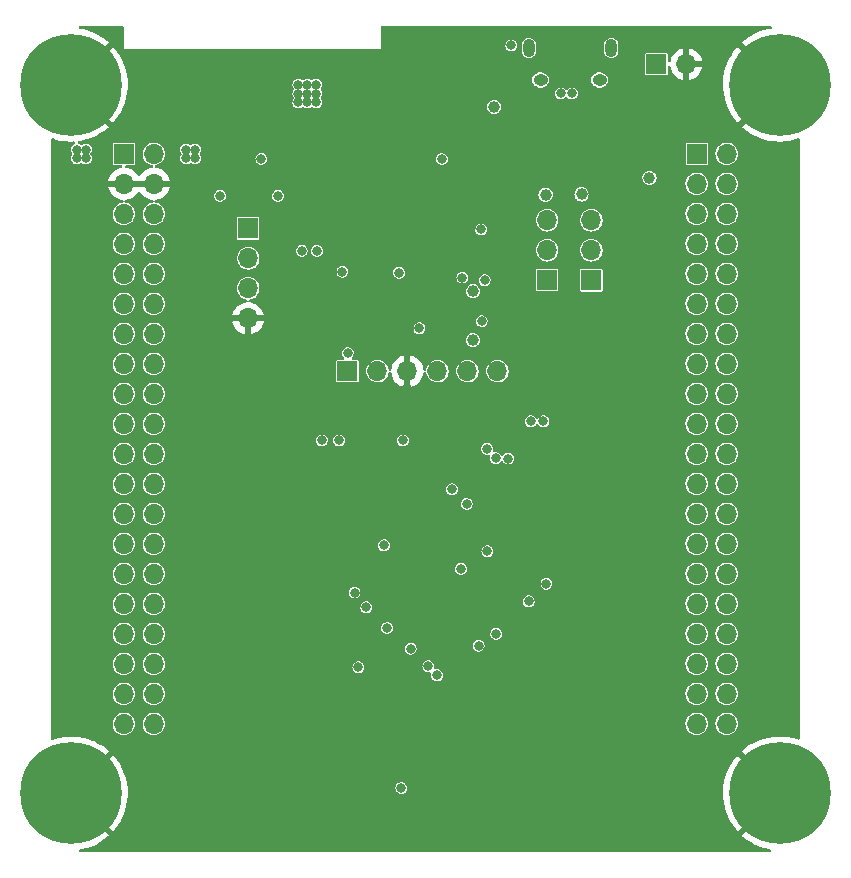
<source format=gbr>
%TF.GenerationSoftware,KiCad,Pcbnew,(6.0.9)*%
%TF.CreationDate,2023-01-04T16:14:01+08:00*%
%TF.ProjectId,CAWController,43415743-6f6e-4747-926f-6c6c65722e6b,rev?*%
%TF.SameCoordinates,Original*%
%TF.FileFunction,Copper,L2,Inr*%
%TF.FilePolarity,Positive*%
%FSLAX46Y46*%
G04 Gerber Fmt 4.6, Leading zero omitted, Abs format (unit mm)*
G04 Created by KiCad (PCBNEW (6.0.9)) date 2023-01-04 16:14:01*
%MOMM*%
%LPD*%
G01*
G04 APERTURE LIST*
%TA.AperFunction,ComponentPad*%
%ADD10R,1.700000X1.700000*%
%TD*%
%TA.AperFunction,ComponentPad*%
%ADD11O,1.700000X1.700000*%
%TD*%
%TA.AperFunction,ComponentPad*%
%ADD12C,0.900000*%
%TD*%
%TA.AperFunction,ComponentPad*%
%ADD13C,8.600000*%
%TD*%
%TA.AperFunction,ComponentPad*%
%ADD14O,1.250000X0.950000*%
%TD*%
%TA.AperFunction,ComponentPad*%
%ADD15O,1.000000X1.550000*%
%TD*%
%TA.AperFunction,ViaPad*%
%ADD16C,0.800000*%
%TD*%
%TA.AperFunction,ViaPad*%
%ADD17C,1.000000*%
%TD*%
G04 APERTURE END LIST*
D10*
%TO.N,/VBUS*%
%TO.C,J6*%
X155316000Y-64262000D03*
D11*
%TO.N,GND*%
X157856000Y-64262000D03*
%TD*%
D12*
%TO.N,GND*%
%TO.C,H4*%
X108975000Y-126005000D03*
D13*
X105750000Y-126005000D03*
D12*
X108030419Y-123724581D03*
X102525000Y-126005000D03*
X105750000Y-129230000D03*
X108030419Y-128285419D03*
X103469581Y-128285419D03*
X105750000Y-122780000D03*
X103469581Y-123724581D03*
%TD*%
%TO.N,GND*%
%TO.C,H2*%
X168030419Y-63724581D03*
X168030419Y-68285419D03*
X165750000Y-62780000D03*
X165750000Y-69230000D03*
X163469581Y-68285419D03*
X168975000Y-66005000D03*
X163469581Y-63724581D03*
X162525000Y-66005000D03*
D13*
X165750000Y-66005000D03*
%TD*%
D10*
%TO.N,+3.3V*%
%TO.C,J1*%
X110225000Y-71850000D03*
D11*
X112765000Y-71850000D03*
%TO.N,GND*%
X110225000Y-74390000D03*
X112765000Y-74390000D03*
%TO.N,/PC10*%
X110225000Y-76930000D03*
%TO.N,/PA15*%
X112765000Y-76930000D03*
%TO.N,/PC12*%
X110225000Y-79470000D03*
%TO.N,/PC11*%
X112765000Y-79470000D03*
%TO.N,/PD1*%
X110225000Y-82010000D03*
%TO.N,/PD0*%
X112765000Y-82010000D03*
%TO.N,/PD3*%
X110225000Y-84550000D03*
%TO.N,/PD2*%
X112765000Y-84550000D03*
%TO.N,/PD5*%
X110225000Y-87090000D03*
%TO.N,/PD4*%
X112765000Y-87090000D03*
%TO.N,/PD7*%
X110225000Y-89630000D03*
%TO.N,/PD6*%
X112765000Y-89630000D03*
%TO.N,/PB4*%
X110225000Y-92170000D03*
%TO.N,/PB3*%
X112765000Y-92170000D03*
%TO.N,/PB6*%
X110225000Y-94710000D03*
%TO.N,/PB5*%
X112765000Y-94710000D03*
%TO.N,/PB8*%
X110225000Y-97250000D03*
%TO.N,/PB7*%
X112765000Y-97250000D03*
%TO.N,/PE0*%
X110225000Y-99790000D03*
%TO.N,/PB9*%
X112765000Y-99790000D03*
%TO.N,/PE2*%
X110225000Y-102330000D03*
%TO.N,/PE1*%
X112765000Y-102330000D03*
%TO.N,/PE4*%
X110225000Y-104870000D03*
%TO.N,/PE3*%
X112765000Y-104870000D03*
%TO.N,/PE6*%
X110225000Y-107410000D03*
%TO.N,/PE5*%
X112765000Y-107410000D03*
%TO.N,/PC14*%
X110225000Y-109950000D03*
%TO.N,/PC13*%
X112765000Y-109950000D03*
%TO.N,/PC0*%
X110225000Y-112490000D03*
%TO.N,/PC15*%
X112765000Y-112490000D03*
%TO.N,/PC2*%
X110225000Y-115030000D03*
%TO.N,/PC1*%
X112765000Y-115030000D03*
%TO.N,/PA0*%
X110225000Y-117570000D03*
%TO.N,/PC3*%
X112765000Y-117570000D03*
%TO.N,/PA2*%
X110225000Y-120110000D03*
%TO.N,/PA1*%
X112765000Y-120110000D03*
%TD*%
D12*
%TO.N,GND*%
%TO.C,H3*%
X162525000Y-126005000D03*
X163469581Y-123724581D03*
X165750000Y-122780000D03*
X168030419Y-128285419D03*
X163469581Y-128285419D03*
X168030419Y-123724581D03*
D13*
X165750000Y-126005000D03*
D12*
X165750000Y-129230000D03*
X168975000Y-126005000D03*
%TD*%
D10*
%TO.N,/USART1_RX*%
%TO.C,J9*%
X146060000Y-82560000D03*
D11*
%TO.N,/CH340_TXD*%
X146060000Y-80020000D03*
%TO.N,/CC2640_UART0_RX*%
X146060000Y-77480000D03*
%TD*%
D10*
%TO.N,/USART1_TX*%
%TO.C,J8*%
X149800000Y-82565000D03*
D11*
%TO.N,/CH340_RXD*%
X149800000Y-80025000D03*
%TO.N,/CC2640_UART0_TX*%
X149800000Y-77485000D03*
%TD*%
D10*
%TO.N,+3.3V*%
%TO.C,J3*%
X129150000Y-90250000D03*
D11*
%TO.N,Net-(J3-Pad2)*%
X131690000Y-90250000D03*
%TO.N,GND*%
X134230000Y-90250000D03*
%TO.N,/CC2640R2LRGZR/RESET*%
X136770000Y-90250000D03*
%TO.N,/CC2640R2LRGZR/JTAG_TCK*%
X139310000Y-90250000D03*
%TO.N,/CC2640R2LRGZR/JTAG_TMS*%
X141850000Y-90250000D03*
%TD*%
D12*
%TO.N,GND*%
%TO.C,H1*%
X105750000Y-62780000D03*
D13*
X105750000Y-66005000D03*
D12*
X103469581Y-63724581D03*
X105750000Y-69230000D03*
X108030419Y-68285419D03*
X108975000Y-66005000D03*
X103469581Y-68285419D03*
X108030419Y-63724581D03*
X102525000Y-66005000D03*
%TD*%
D10*
%TO.N,+3.3V*%
%TO.C,J4*%
X120750000Y-78170000D03*
D11*
%TO.N,/SWDIO*%
X120750000Y-80710000D03*
%TO.N,/SWCLK*%
X120750000Y-83250000D03*
%TO.N,GND*%
X120750000Y-85790000D03*
%TD*%
D10*
%TO.N,/PA12*%
%TO.C,J2*%
X158725000Y-71850000D03*
D11*
%TO.N,/PA11*%
X161265000Y-71850000D03*
%TO.N,/PA8*%
X158725000Y-74390000D03*
%TO.N,/PC9*%
X161265000Y-74390000D03*
%TO.N,/PC8*%
X158725000Y-76930000D03*
%TO.N,/PC7*%
X161265000Y-76930000D03*
%TO.N,/PC6*%
X158725000Y-79470000D03*
%TO.N,/PD15*%
X161265000Y-79470000D03*
%TO.N,/PD14*%
X158725000Y-82010000D03*
%TO.N,/PD13*%
X161265000Y-82010000D03*
%TO.N,/PD12*%
X158725000Y-84550000D03*
%TO.N,/PD11*%
X161265000Y-84550000D03*
%TO.N,/PD10*%
X158725000Y-87090000D03*
%TO.N,/PD9*%
X161265000Y-87090000D03*
%TO.N,/PD8*%
X158725000Y-89630000D03*
%TO.N,/PB15*%
X161265000Y-89630000D03*
%TO.N,/PB14*%
X158725000Y-92170000D03*
%TO.N,/PB13*%
X161265000Y-92170000D03*
%TO.N,/PB12*%
X158725000Y-94710000D03*
%TO.N,/PB11*%
X161265000Y-94710000D03*
%TO.N,/PB10*%
X158725000Y-97250000D03*
%TO.N,/PE15*%
X161265000Y-97250000D03*
%TO.N,/PE14*%
X158725000Y-99790000D03*
%TO.N,/PE13*%
X161265000Y-99790000D03*
%TO.N,/PE12*%
X158725000Y-102330000D03*
%TO.N,/PE11*%
X161265000Y-102330000D03*
%TO.N,/PE10*%
X158725000Y-104870000D03*
%TO.N,/PE9*%
X161265000Y-104870000D03*
%TO.N,/PE8*%
X158725000Y-107410000D03*
%TO.N,/PE7*%
X161265000Y-107410000D03*
%TO.N,/PB2*%
X158725000Y-109950000D03*
%TO.N,/PB1*%
X161265000Y-109950000D03*
%TO.N,/PB0*%
X158725000Y-112490000D03*
%TO.N,/PC5*%
X161265000Y-112490000D03*
%TO.N,/PC4*%
X158725000Y-115030000D03*
%TO.N,/PA7*%
X161265000Y-115030000D03*
%TO.N,/PA6*%
X158725000Y-117570000D03*
%TO.N,/PA5*%
X161265000Y-117570000D03*
%TO.N,/PA4*%
X158725000Y-120110000D03*
%TO.N,/PA3*%
X161265000Y-120110000D03*
%TD*%
D14*
%TO.N,unconnected-(J5-Pad6)*%
%TO.C,J5*%
X150500000Y-65600000D03*
D15*
X144500000Y-62900000D03*
D14*
X145500000Y-65600000D03*
D15*
X151500000Y-62900000D03*
%TD*%
D16*
%TO.N,Net-(C1-Pad1)*%
X141000000Y-105500000D03*
%TO.N,GND*%
X136250000Y-78250000D03*
X137250000Y-76250000D03*
X135000000Y-103250000D03*
X131750000Y-111250000D03*
X147000000Y-70400000D03*
X131080000Y-70310000D03*
X143260500Y-82270000D03*
X134210000Y-91700000D03*
X142750000Y-105500000D03*
X138440000Y-111550000D03*
X118054500Y-78045000D03*
X138520000Y-64710000D03*
X151000000Y-67750000D03*
X106250000Y-73750000D03*
X139750000Y-104250000D03*
X118054500Y-81270911D03*
X135070000Y-68600000D03*
X142750000Y-127000000D03*
X137250000Y-78250000D03*
X151600000Y-70800000D03*
X146200000Y-71200000D03*
X132750000Y-61500000D03*
X116250000Y-74500000D03*
X146200000Y-70400000D03*
X141500000Y-106750000D03*
X143000000Y-111250000D03*
X145400000Y-72000000D03*
X147000000Y-71200000D03*
X135250000Y-77250000D03*
X136250000Y-104500000D03*
X136250000Y-77250000D03*
X128250000Y-67750000D03*
X136250000Y-76250000D03*
X137500000Y-108250000D03*
X135250000Y-78250000D03*
X142100000Y-74050000D03*
X115500000Y-74500000D03*
X138990000Y-112220000D03*
X151750000Y-67750000D03*
X145140000Y-66750000D03*
X133060000Y-68130000D03*
X150250000Y-67750000D03*
X134040000Y-107200000D03*
X132750000Y-106000000D03*
X153300000Y-70830000D03*
X135250000Y-108500000D03*
X118210000Y-76480000D03*
X137250000Y-77250000D03*
X130256089Y-74883911D03*
X137500000Y-116750000D03*
X116805500Y-78135000D03*
X125570000Y-71580000D03*
X118054500Y-79755000D03*
X126000000Y-70750000D03*
X151750000Y-67000000D03*
X135250000Y-61500000D03*
X150250000Y-67000000D03*
X145400000Y-70400000D03*
X133040000Y-63150000D03*
X115500000Y-73750000D03*
X107000000Y-73750000D03*
X133060000Y-62300000D03*
X120750000Y-88250000D03*
X126480000Y-120900000D03*
X135250000Y-76250000D03*
X123710000Y-93240000D03*
X149830000Y-70820000D03*
X147000000Y-72000000D03*
X146200000Y-72000000D03*
X133990000Y-117950000D03*
X136000000Y-107250000D03*
X135280000Y-87620000D03*
X130050000Y-81860000D03*
X136530000Y-109700000D03*
X129830000Y-95930000D03*
X132560000Y-86860000D03*
X106250000Y-74500000D03*
X137790000Y-110950000D03*
X123600000Y-84890000D03*
X116805500Y-80035000D03*
X138800000Y-62680000D03*
X151000000Y-67000000D03*
X116250000Y-73750000D03*
X133060000Y-67120000D03*
X119700000Y-72260000D03*
X125750000Y-120250000D03*
X140270000Y-65660000D03*
X140440000Y-68350000D03*
X117204287Y-75682535D03*
X140250000Y-97750000D03*
X145400000Y-71200000D03*
X107000000Y-74500000D03*
X126000000Y-106500000D03*
%TO.N,Net-(C2-Pad1)*%
X139250000Y-101500000D03*
%TO.N,+3.3V*%
X144500000Y-109750000D03*
X115500000Y-71500000D03*
X116250000Y-71500000D03*
X106250000Y-72250000D03*
X125000000Y-66000000D03*
X126500000Y-67500000D03*
X146000000Y-108250000D03*
X115500000Y-72250000D03*
X125280000Y-80070000D03*
X125750000Y-67500000D03*
X138750000Y-107000000D03*
X126500000Y-66000000D03*
X132500000Y-112000000D03*
X106250000Y-71500000D03*
X125000000Y-67500000D03*
X125750000Y-66750000D03*
X121870000Y-72280000D03*
X126580000Y-80080000D03*
X143030000Y-62680000D03*
X138000000Y-100250000D03*
X128730000Y-81830000D03*
X129180000Y-88740000D03*
X134500000Y-113750000D03*
X125000000Y-66750000D03*
X116250000Y-72250000D03*
X125750000Y-66000000D03*
X140250000Y-113500000D03*
X126500000Y-66750000D03*
X129750000Y-109000000D03*
X107000000Y-71500000D03*
X107000000Y-72250000D03*
X140505500Y-86020000D03*
X130750000Y-110250000D03*
%TO.N,/RESET*%
X133710000Y-125550000D03*
X126990000Y-96121858D03*
X130080000Y-115320000D03*
%TO.N,+3.3VA*%
X136000000Y-115250000D03*
X136750000Y-116000000D03*
%TO.N,/PB2*%
X141750000Y-112500000D03*
%TO.N,/PA12*%
X144680000Y-94500000D03*
X141699500Y-97630000D03*
%TO.N,/PA11*%
X145750000Y-94500000D03*
X142760000Y-97660000D03*
%TO.N,/SWDIO*%
X123260000Y-75420000D03*
X140970000Y-96830000D03*
%TO.N,/SWCLK*%
X118360000Y-75410000D03*
X133861349Y-96127921D03*
%TO.N,/CH340_D-*%
X147198800Y-66745600D03*
%TO.N,/CH340_D+*%
X148151200Y-66745600D03*
%TO.N,/BOOT0*%
X132250000Y-105000000D03*
X128450000Y-96121858D03*
D17*
%TO.N,/CC2640R2LRGZR/VDDR*%
X139780000Y-83490000D03*
X139760000Y-87640000D03*
D16*
%TO.N,/CC2640R2LRGZR/RESET*%
X133530000Y-81920000D03*
X135250000Y-86630000D03*
%TO.N,/CC2640R2LRGZR/JTAG_TMS*%
X140770000Y-82560000D03*
%TO.N,/CC2640R2LRGZR/JTAG_TCK*%
X138890000Y-82330000D03*
%TO.N,/CC2640R2LRGZR/BOOT*%
X140480000Y-78260000D03*
D17*
%TO.N,+5V*%
X141566990Y-67876990D03*
X154720000Y-73880000D03*
X148970000Y-75290000D03*
X145930000Y-75310000D03*
D16*
%TO.N,Net-(R16-Pad2)*%
X137144285Y-72296654D03*
%TD*%
%TA.AperFunction,Conductor*%
%TO.N,GND*%
G36*
X110141121Y-61020002D02*
G01*
X110187614Y-61073658D01*
X110199000Y-61126000D01*
X110199000Y-62999802D01*
X110198918Y-63000000D01*
X110199000Y-63000198D01*
X110199235Y-63000765D01*
X110200000Y-63001082D01*
X110200198Y-63001000D01*
X131999802Y-63001000D01*
X132000000Y-63001082D01*
X132000765Y-63000765D01*
X132001000Y-63000198D01*
X132001082Y-63000000D01*
X132001000Y-62999802D01*
X132001000Y-62673823D01*
X142524391Y-62673823D01*
X142525555Y-62682725D01*
X142525555Y-62682728D01*
X142526814Y-62692354D01*
X142542980Y-62815979D01*
X142554348Y-62841814D01*
X142579695Y-62899419D01*
X142600720Y-62947203D01*
X142606497Y-62954076D01*
X142606498Y-62954077D01*
X142613792Y-62962754D01*
X142692970Y-63056948D01*
X142700447Y-63061925D01*
X142794477Y-63124517D01*
X142812313Y-63136390D01*
X142949157Y-63179142D01*
X142958129Y-63179306D01*
X142958132Y-63179307D01*
X143023463Y-63180504D01*
X143092499Y-63181770D01*
X143101533Y-63179307D01*
X143222158Y-63146421D01*
X143222160Y-63146420D01*
X143230817Y-63144060D01*
X143352991Y-63069045D01*
X143398391Y-63018888D01*
X143443178Y-62969407D01*
X143449200Y-62962754D01*
X143511710Y-62833733D01*
X143535496Y-62692354D01*
X143535647Y-62680000D01*
X143522134Y-62585639D01*
X143516596Y-62546968D01*
X143516595Y-62546965D01*
X143515323Y-62538082D01*
X143455984Y-62407572D01*
X143388962Y-62329789D01*
X143368260Y-62305763D01*
X143368257Y-62305760D01*
X143362400Y-62298963D01*
X143242095Y-62220985D01*
X143104739Y-62179907D01*
X143095763Y-62179852D01*
X143095762Y-62179852D01*
X143035555Y-62179484D01*
X142961376Y-62179031D01*
X142823529Y-62218428D01*
X142702280Y-62294930D01*
X142607377Y-62402388D01*
X142546447Y-62532163D01*
X142524391Y-62673823D01*
X132001000Y-62673823D01*
X132001000Y-61126000D01*
X132021002Y-61057879D01*
X132074658Y-61011386D01*
X132127000Y-61000000D01*
X137748586Y-61000000D01*
X137749153Y-61000567D01*
X137749235Y-61000765D01*
X137749433Y-61000847D01*
X137750000Y-61001082D01*
X137750198Y-61001000D01*
X137772303Y-61001004D01*
X164976064Y-61005862D01*
X165044181Y-61025876D01*
X165090664Y-61079540D01*
X165100755Y-61149816D01*
X165071251Y-61214391D01*
X165011518Y-61252764D01*
X164996728Y-61256152D01*
X164752128Y-61296864D01*
X164746631Y-61298032D01*
X164337547Y-61404209D01*
X164332181Y-61405861D01*
X163934153Y-61547983D01*
X163928965Y-61550100D01*
X163545133Y-61727050D01*
X163540164Y-61729614D01*
X163173581Y-61939984D01*
X163168848Y-61942987D01*
X162822420Y-62185109D01*
X162817979Y-62188517D01*
X162546476Y-62416739D01*
X162538031Y-62429456D01*
X162544139Y-62439929D01*
X162943493Y-62839283D01*
X163415709Y-63311500D01*
X163469580Y-63365371D01*
X164354878Y-64250668D01*
X166020115Y-65915905D01*
X166054141Y-65978217D01*
X166049076Y-66049032D01*
X166020115Y-66094095D01*
X164354879Y-67759331D01*
X163469581Y-68644628D01*
X162943494Y-69170716D01*
X162546736Y-69567474D01*
X162539122Y-69581418D01*
X162539171Y-69582110D01*
X162544617Y-69590274D01*
X162622268Y-69662812D01*
X162626507Y-69666433D01*
X162959802Y-69926363D01*
X162964359Y-69929602D01*
X163319448Y-70158880D01*
X163324250Y-70161686D01*
X163698316Y-70358491D01*
X163703374Y-70360871D01*
X164093435Y-70523638D01*
X164098690Y-70525561D01*
X164501676Y-70653008D01*
X164507075Y-70654455D01*
X164919796Y-70745575D01*
X164925307Y-70746537D01*
X165344501Y-70800610D01*
X165350064Y-70801077D01*
X165772405Y-70817670D01*
X165777997Y-70817641D01*
X166200125Y-70796626D01*
X166205708Y-70796098D01*
X166624305Y-70737640D01*
X166629792Y-70736623D01*
X167041543Y-70641185D01*
X167046929Y-70639681D01*
X167293071Y-70558992D01*
X167364033Y-70556779D01*
X167424927Y-70593282D01*
X167448096Y-70640096D01*
X167448839Y-70641039D01*
X167448906Y-70641733D01*
X167456419Y-70656912D01*
X167456811Y-70693526D01*
X167456810Y-70693526D01*
X167456799Y-70693762D01*
X167456790Y-70693785D01*
X167456790Y-70693973D01*
X167456773Y-70694353D01*
X167456790Y-70694372D01*
X167456790Y-70698307D01*
X167457323Y-82886040D01*
X167459000Y-121289612D01*
X167458983Y-121289631D01*
X167459000Y-121290011D01*
X167459000Y-121290198D01*
X167459009Y-121290221D01*
X167459020Y-121290458D01*
X167459161Y-121290587D01*
X167459235Y-121290765D01*
X167459455Y-121290856D01*
X167459631Y-121291017D01*
X167459822Y-121291008D01*
X167460000Y-121291082D01*
X167460002Y-121291081D01*
X167461507Y-121291703D01*
X167464299Y-121306500D01*
X167457274Y-121377148D01*
X167413169Y-121432784D01*
X167345987Y-121455742D01*
X167295019Y-121447374D01*
X167287702Y-121444543D01*
X167282417Y-121442765D01*
X166876218Y-121325904D01*
X166870794Y-121324602D01*
X166455822Y-121244316D01*
X166450293Y-121243500D01*
X166029828Y-121200420D01*
X166024247Y-121200098D01*
X165601635Y-121194566D01*
X165596024Y-121194742D01*
X165174593Y-121226800D01*
X165169036Y-121227472D01*
X164752128Y-121296864D01*
X164746631Y-121298032D01*
X164337547Y-121404209D01*
X164332181Y-121405861D01*
X163934153Y-121547983D01*
X163928965Y-121550100D01*
X163545133Y-121727050D01*
X163540164Y-121729614D01*
X163173581Y-121939984D01*
X163168848Y-121942987D01*
X162822420Y-122185109D01*
X162817979Y-122188517D01*
X162546476Y-122416739D01*
X162538031Y-122429456D01*
X162544139Y-122439929D01*
X162943493Y-122839283D01*
X163469580Y-123365371D01*
X164354878Y-124250668D01*
X166020115Y-125915905D01*
X166054141Y-125978217D01*
X166049076Y-126049032D01*
X166020115Y-126094095D01*
X164354879Y-127759331D01*
X163469581Y-128644628D01*
X162943494Y-129170716D01*
X162546736Y-129567474D01*
X162539122Y-129581418D01*
X162539171Y-129582110D01*
X162544617Y-129590274D01*
X162622268Y-129662812D01*
X162626507Y-129666433D01*
X162959802Y-129926363D01*
X162964359Y-129929602D01*
X163319448Y-130158880D01*
X163324250Y-130161686D01*
X163698316Y-130358491D01*
X163703374Y-130360871D01*
X164093435Y-130523638D01*
X164098690Y-130525561D01*
X164501676Y-130653008D01*
X164507075Y-130654455D01*
X164919796Y-130745575D01*
X164925307Y-130746537D01*
X164944673Y-130749035D01*
X165009675Y-130777588D01*
X165048922Y-130836751D01*
X165049953Y-130907740D01*
X165012440Y-130968017D01*
X164948294Y-130998444D01*
X164928554Y-131000000D01*
X106558878Y-131000000D01*
X106490757Y-130979998D01*
X106444264Y-130926342D01*
X106434160Y-130856068D01*
X106463654Y-130791488D01*
X106523380Y-130753104D01*
X106541451Y-130749211D01*
X106624305Y-130737640D01*
X106629792Y-130736623D01*
X107041543Y-130641185D01*
X107046929Y-130639681D01*
X107448567Y-130508018D01*
X107453784Y-130506046D01*
X107842126Y-130339202D01*
X107847169Y-130336764D01*
X108219131Y-130136063D01*
X108223935Y-130133188D01*
X108576563Y-129900231D01*
X108581126Y-129896916D01*
X108911658Y-129633529D01*
X108915873Y-129629852D01*
X108953823Y-129593649D01*
X108961763Y-129579890D01*
X108961713Y-129578843D01*
X108956822Y-129571032D01*
X108556507Y-129170717D01*
X107671210Y-128285419D01*
X107145122Y-127759332D01*
X105479885Y-126094095D01*
X105445859Y-126031783D01*
X105447694Y-126006132D01*
X106114408Y-126006132D01*
X106114539Y-126007965D01*
X106118790Y-126014580D01*
X107504331Y-127400121D01*
X108020621Y-127916412D01*
X108030418Y-127926209D01*
X108915716Y-128811506D01*
X109312142Y-129207932D01*
X109325903Y-129215446D01*
X109335263Y-129208989D01*
X109504244Y-129016303D01*
X109507744Y-129011935D01*
X109757073Y-128670645D01*
X109760168Y-128665987D01*
X109978160Y-128303903D01*
X109980841Y-128298964D01*
X110165779Y-127918946D01*
X110168014Y-127913780D01*
X110318442Y-127518815D01*
X110320201Y-127513496D01*
X110434920Y-127106730D01*
X110436204Y-127101259D01*
X110514315Y-126685883D01*
X110515102Y-126680346D01*
X110556035Y-126259102D01*
X110556308Y-126254665D01*
X110562788Y-126007233D01*
X110562746Y-126002762D01*
X110543917Y-125579973D01*
X110543419Y-125574386D01*
X110539314Y-125543823D01*
X133204391Y-125543823D01*
X133205555Y-125552725D01*
X133205555Y-125552728D01*
X133209118Y-125579973D01*
X133222980Y-125685979D01*
X133280720Y-125817203D01*
X133286497Y-125824076D01*
X133286498Y-125824077D01*
X133293792Y-125832754D01*
X133372970Y-125926948D01*
X133492313Y-126006390D01*
X133629157Y-126049142D01*
X133638129Y-126049306D01*
X133638132Y-126049307D01*
X133703463Y-126050504D01*
X133772499Y-126051770D01*
X133781533Y-126049307D01*
X133902158Y-126016421D01*
X133902160Y-126016420D01*
X133910817Y-126014060D01*
X134032991Y-125939045D01*
X134084784Y-125881825D01*
X160938855Y-125881825D01*
X160946600Y-126304410D01*
X160946950Y-126309976D01*
X160992231Y-126730208D01*
X160993078Y-126735746D01*
X161075535Y-127150286D01*
X161076864Y-127155698D01*
X161195852Y-127561289D01*
X161197658Y-127566564D01*
X161352219Y-127959948D01*
X161354501Y-127965072D01*
X161543416Y-128343150D01*
X161546140Y-128348043D01*
X161767917Y-128707833D01*
X161771068Y-128712469D01*
X162023955Y-129051127D01*
X162027488Y-129055444D01*
X162163222Y-129206988D01*
X162176717Y-129215351D01*
X162186128Y-129209662D01*
X162584283Y-128811507D01*
X163469581Y-127926210D01*
X163479378Y-127916413D01*
X163995668Y-127400122D01*
X165377978Y-126017812D01*
X165385592Y-126003868D01*
X165385461Y-126002035D01*
X165381210Y-125995420D01*
X163995669Y-124609879D01*
X163110372Y-123724581D01*
X162584284Y-123198494D01*
X162185561Y-122799771D01*
X162172253Y-122792504D01*
X162162214Y-122799626D01*
X161918223Y-123092994D01*
X161914828Y-123097467D01*
X161674528Y-123445152D01*
X161671549Y-123449902D01*
X161463106Y-123817575D01*
X161460562Y-123822568D01*
X161285629Y-124207312D01*
X161283538Y-124212511D01*
X161143498Y-124611290D01*
X161141877Y-124616659D01*
X161037840Y-125026303D01*
X161036706Y-125031776D01*
X160969496Y-125449054D01*
X160968851Y-125454632D01*
X160939002Y-125876204D01*
X160938855Y-125881825D01*
X134084784Y-125881825D01*
X134129200Y-125832754D01*
X134191710Y-125703733D01*
X134215496Y-125562354D01*
X134215647Y-125550000D01*
X134207473Y-125492924D01*
X134196596Y-125416968D01*
X134196595Y-125416965D01*
X134195323Y-125408082D01*
X134135984Y-125277572D01*
X134117598Y-125256234D01*
X134048260Y-125175763D01*
X134048257Y-125175760D01*
X134042400Y-125168963D01*
X133922095Y-125090985D01*
X133784739Y-125049907D01*
X133775763Y-125049852D01*
X133775762Y-125049852D01*
X133715555Y-125049484D01*
X133641376Y-125049031D01*
X133503529Y-125088428D01*
X133382280Y-125164930D01*
X133287377Y-125272388D01*
X133226447Y-125402163D01*
X133204391Y-125543823D01*
X110539314Y-125543823D01*
X110487155Y-125155499D01*
X110486162Y-125149976D01*
X110392883Y-124737748D01*
X110391410Y-124732361D01*
X110261847Y-124330025D01*
X110259910Y-124324815D01*
X110095098Y-123935599D01*
X110092683Y-123930536D01*
X109893936Y-123557535D01*
X109891085Y-123552713D01*
X109659974Y-123198865D01*
X109656692Y-123194297D01*
X109395030Y-122862380D01*
X109391382Y-122858155D01*
X109338103Y-122801715D01*
X109324389Y-122793705D01*
X109323517Y-122793742D01*
X109315438Y-122798772D01*
X108915717Y-123198493D01*
X108030419Y-124083790D01*
X107504332Y-124609878D01*
X106122022Y-125992188D01*
X106114408Y-126006132D01*
X105447694Y-126006132D01*
X105450924Y-125960968D01*
X105479885Y-125915905D01*
X107145121Y-124250669D01*
X108030419Y-123365372D01*
X108556506Y-122839284D01*
X108952754Y-122443036D01*
X108960316Y-122429187D01*
X108953987Y-122419962D01*
X108780928Y-122266582D01*
X108776561Y-122263046D01*
X108436600Y-122011948D01*
X108431947Y-122008821D01*
X108070995Y-121788926D01*
X108066094Y-121786232D01*
X107687027Y-121599297D01*
X107681904Y-121597048D01*
X107287707Y-121444545D01*
X107282417Y-121442765D01*
X106876218Y-121325904D01*
X106870794Y-121324602D01*
X106455822Y-121244316D01*
X106450293Y-121243500D01*
X106029828Y-121200420D01*
X106024247Y-121200098D01*
X105601635Y-121194566D01*
X105596024Y-121194742D01*
X105174593Y-121226800D01*
X105169036Y-121227472D01*
X104752128Y-121296864D01*
X104746631Y-121298032D01*
X104337547Y-121404209D01*
X104332181Y-121405861D01*
X104206656Y-121450681D01*
X104135776Y-121454751D01*
X104073948Y-121419854D01*
X104040801Y-121357070D01*
X104039749Y-121312877D01*
X104041332Y-121302578D01*
X104041522Y-121302586D01*
X104041698Y-121302425D01*
X104041918Y-121302334D01*
X104041992Y-121302156D01*
X104042133Y-121302027D01*
X104042144Y-121301790D01*
X104042153Y-121301767D01*
X104042153Y-121301580D01*
X104042170Y-121301200D01*
X104042153Y-121301181D01*
X104042153Y-121278675D01*
X104042126Y-120096665D01*
X109269994Y-120096665D01*
X109285592Y-120282414D01*
X109336971Y-120461595D01*
X109422176Y-120627385D01*
X109537959Y-120773468D01*
X109679912Y-120894279D01*
X109842627Y-120985217D01*
X110019907Y-121042819D01*
X110204998Y-121064890D01*
X110211133Y-121064418D01*
X110211135Y-121064418D01*
X110384710Y-121051062D01*
X110384715Y-121051061D01*
X110390851Y-121050589D01*
X110396781Y-121048933D01*
X110396783Y-121048933D01*
X110564459Y-121002117D01*
X110564458Y-121002117D01*
X110570387Y-121000462D01*
X110736768Y-120916417D01*
X110761255Y-120897286D01*
X110878794Y-120805454D01*
X110878795Y-120805453D01*
X110883655Y-120801656D01*
X111005454Y-120660550D01*
X111097526Y-120498474D01*
X111156364Y-120321601D01*
X111179727Y-120136668D01*
X111180099Y-120110000D01*
X111178791Y-120096665D01*
X111809994Y-120096665D01*
X111825592Y-120282414D01*
X111876971Y-120461595D01*
X111962176Y-120627385D01*
X112077959Y-120773468D01*
X112219912Y-120894279D01*
X112382627Y-120985217D01*
X112559907Y-121042819D01*
X112744998Y-121064890D01*
X112751133Y-121064418D01*
X112751135Y-121064418D01*
X112924710Y-121051062D01*
X112924715Y-121051061D01*
X112930851Y-121050589D01*
X112936781Y-121048933D01*
X112936783Y-121048933D01*
X113104459Y-121002117D01*
X113104458Y-121002117D01*
X113110387Y-121000462D01*
X113276768Y-120916417D01*
X113301255Y-120897286D01*
X113418794Y-120805454D01*
X113418795Y-120805453D01*
X113423655Y-120801656D01*
X113545454Y-120660550D01*
X113637526Y-120498474D01*
X113696364Y-120321601D01*
X113719727Y-120136668D01*
X113720099Y-120110000D01*
X113718791Y-120096665D01*
X157769994Y-120096665D01*
X157785592Y-120282414D01*
X157836971Y-120461595D01*
X157922176Y-120627385D01*
X158037959Y-120773468D01*
X158179912Y-120894279D01*
X158342627Y-120985217D01*
X158519907Y-121042819D01*
X158704998Y-121064890D01*
X158711133Y-121064418D01*
X158711135Y-121064418D01*
X158884710Y-121051062D01*
X158884715Y-121051061D01*
X158890851Y-121050589D01*
X158896781Y-121048933D01*
X158896783Y-121048933D01*
X159064459Y-121002117D01*
X159064458Y-121002117D01*
X159070387Y-121000462D01*
X159236768Y-120916417D01*
X159261255Y-120897286D01*
X159378794Y-120805454D01*
X159378795Y-120805453D01*
X159383655Y-120801656D01*
X159505454Y-120660550D01*
X159597526Y-120498474D01*
X159656364Y-120321601D01*
X159679727Y-120136668D01*
X159680099Y-120110000D01*
X159678791Y-120096665D01*
X160309994Y-120096665D01*
X160325592Y-120282414D01*
X160376971Y-120461595D01*
X160462176Y-120627385D01*
X160577959Y-120773468D01*
X160719912Y-120894279D01*
X160882627Y-120985217D01*
X161059907Y-121042819D01*
X161244998Y-121064890D01*
X161251133Y-121064418D01*
X161251135Y-121064418D01*
X161424710Y-121051062D01*
X161424715Y-121051061D01*
X161430851Y-121050589D01*
X161436781Y-121048933D01*
X161436783Y-121048933D01*
X161604459Y-121002117D01*
X161604458Y-121002117D01*
X161610387Y-121000462D01*
X161776768Y-120916417D01*
X161801255Y-120897286D01*
X161918794Y-120805454D01*
X161918795Y-120805453D01*
X161923655Y-120801656D01*
X162045454Y-120660550D01*
X162137526Y-120498474D01*
X162196364Y-120321601D01*
X162219727Y-120136668D01*
X162220099Y-120110000D01*
X162201909Y-119924487D01*
X162200128Y-119918588D01*
X162200127Y-119918583D01*
X162149814Y-119751939D01*
X162148033Y-119746040D01*
X162060522Y-119581456D01*
X162056632Y-119576686D01*
X162056629Y-119576682D01*
X161946605Y-119441780D01*
X161946602Y-119441777D01*
X161942710Y-119437005D01*
X161937056Y-119432327D01*
X161803834Y-119322116D01*
X161799085Y-119318187D01*
X161635116Y-119229529D01*
X161546082Y-119201969D01*
X161462936Y-119176231D01*
X161462933Y-119176230D01*
X161457049Y-119174409D01*
X161450924Y-119173765D01*
X161450923Y-119173765D01*
X161277796Y-119155568D01*
X161277795Y-119155568D01*
X161271668Y-119154924D01*
X161193549Y-119162033D01*
X161092171Y-119171259D01*
X161092168Y-119171260D01*
X161086032Y-119171818D01*
X161080122Y-119173557D01*
X161080119Y-119173558D01*
X160913129Y-119222707D01*
X160907214Y-119224448D01*
X160742023Y-119310807D01*
X160596752Y-119427608D01*
X160476935Y-119570401D01*
X160473971Y-119575793D01*
X160473968Y-119575797D01*
X160399256Y-119711699D01*
X160387135Y-119733746D01*
X160330772Y-119911424D01*
X160309994Y-120096665D01*
X159678791Y-120096665D01*
X159661909Y-119924487D01*
X159660128Y-119918588D01*
X159660127Y-119918583D01*
X159609814Y-119751939D01*
X159608033Y-119746040D01*
X159520522Y-119581456D01*
X159516632Y-119576686D01*
X159516629Y-119576682D01*
X159406605Y-119441780D01*
X159406602Y-119441777D01*
X159402710Y-119437005D01*
X159397056Y-119432327D01*
X159263834Y-119322116D01*
X159259085Y-119318187D01*
X159095116Y-119229529D01*
X159006082Y-119201969D01*
X158922936Y-119176231D01*
X158922933Y-119176230D01*
X158917049Y-119174409D01*
X158910924Y-119173765D01*
X158910923Y-119173765D01*
X158737796Y-119155568D01*
X158737795Y-119155568D01*
X158731668Y-119154924D01*
X158653549Y-119162033D01*
X158552171Y-119171259D01*
X158552168Y-119171260D01*
X158546032Y-119171818D01*
X158540122Y-119173557D01*
X158540119Y-119173558D01*
X158373129Y-119222707D01*
X158367214Y-119224448D01*
X158202023Y-119310807D01*
X158056752Y-119427608D01*
X157936935Y-119570401D01*
X157933971Y-119575793D01*
X157933968Y-119575797D01*
X157859256Y-119711699D01*
X157847135Y-119733746D01*
X157790772Y-119911424D01*
X157769994Y-120096665D01*
X113718791Y-120096665D01*
X113701909Y-119924487D01*
X113700128Y-119918588D01*
X113700127Y-119918583D01*
X113649814Y-119751939D01*
X113648033Y-119746040D01*
X113560522Y-119581456D01*
X113556632Y-119576686D01*
X113556629Y-119576682D01*
X113446605Y-119441780D01*
X113446602Y-119441777D01*
X113442710Y-119437005D01*
X113437056Y-119432327D01*
X113303834Y-119322116D01*
X113299085Y-119318187D01*
X113135116Y-119229529D01*
X113046082Y-119201969D01*
X112962936Y-119176231D01*
X112962933Y-119176230D01*
X112957049Y-119174409D01*
X112950924Y-119173765D01*
X112950923Y-119173765D01*
X112777796Y-119155568D01*
X112777795Y-119155568D01*
X112771668Y-119154924D01*
X112693549Y-119162033D01*
X112592171Y-119171259D01*
X112592168Y-119171260D01*
X112586032Y-119171818D01*
X112580122Y-119173557D01*
X112580119Y-119173558D01*
X112413129Y-119222707D01*
X112407214Y-119224448D01*
X112242023Y-119310807D01*
X112096752Y-119427608D01*
X111976935Y-119570401D01*
X111973971Y-119575793D01*
X111973968Y-119575797D01*
X111899256Y-119711699D01*
X111887135Y-119733746D01*
X111830772Y-119911424D01*
X111809994Y-120096665D01*
X111178791Y-120096665D01*
X111161909Y-119924487D01*
X111160128Y-119918588D01*
X111160127Y-119918583D01*
X111109814Y-119751939D01*
X111108033Y-119746040D01*
X111020522Y-119581456D01*
X111016632Y-119576686D01*
X111016629Y-119576682D01*
X110906605Y-119441780D01*
X110906602Y-119441777D01*
X110902710Y-119437005D01*
X110897056Y-119432327D01*
X110763834Y-119322116D01*
X110759085Y-119318187D01*
X110595116Y-119229529D01*
X110506082Y-119201969D01*
X110422936Y-119176231D01*
X110422933Y-119176230D01*
X110417049Y-119174409D01*
X110410924Y-119173765D01*
X110410923Y-119173765D01*
X110237796Y-119155568D01*
X110237795Y-119155568D01*
X110231668Y-119154924D01*
X110153549Y-119162033D01*
X110052171Y-119171259D01*
X110052168Y-119171260D01*
X110046032Y-119171818D01*
X110040122Y-119173557D01*
X110040119Y-119173558D01*
X109873129Y-119222707D01*
X109867214Y-119224448D01*
X109702023Y-119310807D01*
X109556752Y-119427608D01*
X109436935Y-119570401D01*
X109433971Y-119575793D01*
X109433968Y-119575797D01*
X109359256Y-119711699D01*
X109347135Y-119733746D01*
X109290772Y-119911424D01*
X109269994Y-120096665D01*
X104042126Y-120096665D01*
X104042068Y-117556665D01*
X109269994Y-117556665D01*
X109285592Y-117742414D01*
X109336971Y-117921595D01*
X109422176Y-118087385D01*
X109537959Y-118233468D01*
X109679912Y-118354279D01*
X109842627Y-118445217D01*
X110019907Y-118502819D01*
X110204998Y-118524890D01*
X110211133Y-118524418D01*
X110211135Y-118524418D01*
X110384710Y-118511062D01*
X110384715Y-118511061D01*
X110390851Y-118510589D01*
X110396781Y-118508933D01*
X110396783Y-118508933D01*
X110564459Y-118462117D01*
X110564458Y-118462117D01*
X110570387Y-118460462D01*
X110736768Y-118376417D01*
X110761255Y-118357286D01*
X110878794Y-118265454D01*
X110878795Y-118265453D01*
X110883655Y-118261656D01*
X111005454Y-118120550D01*
X111097526Y-117958474D01*
X111156364Y-117781601D01*
X111179727Y-117596668D01*
X111180099Y-117570000D01*
X111178791Y-117556665D01*
X111809994Y-117556665D01*
X111825592Y-117742414D01*
X111876971Y-117921595D01*
X111962176Y-118087385D01*
X112077959Y-118233468D01*
X112219912Y-118354279D01*
X112382627Y-118445217D01*
X112559907Y-118502819D01*
X112744998Y-118524890D01*
X112751133Y-118524418D01*
X112751135Y-118524418D01*
X112924710Y-118511062D01*
X112924715Y-118511061D01*
X112930851Y-118510589D01*
X112936781Y-118508933D01*
X112936783Y-118508933D01*
X113104459Y-118462117D01*
X113104458Y-118462117D01*
X113110387Y-118460462D01*
X113276768Y-118376417D01*
X113301255Y-118357286D01*
X113418794Y-118265454D01*
X113418795Y-118265453D01*
X113423655Y-118261656D01*
X113545454Y-118120550D01*
X113637526Y-117958474D01*
X113696364Y-117781601D01*
X113719727Y-117596668D01*
X113720099Y-117570000D01*
X113718791Y-117556665D01*
X157769994Y-117556665D01*
X157785592Y-117742414D01*
X157836971Y-117921595D01*
X157922176Y-118087385D01*
X158037959Y-118233468D01*
X158179912Y-118354279D01*
X158342627Y-118445217D01*
X158519907Y-118502819D01*
X158704998Y-118524890D01*
X158711133Y-118524418D01*
X158711135Y-118524418D01*
X158884710Y-118511062D01*
X158884715Y-118511061D01*
X158890851Y-118510589D01*
X158896781Y-118508933D01*
X158896783Y-118508933D01*
X159064459Y-118462117D01*
X159064458Y-118462117D01*
X159070387Y-118460462D01*
X159236768Y-118376417D01*
X159261255Y-118357286D01*
X159378794Y-118265454D01*
X159378795Y-118265453D01*
X159383655Y-118261656D01*
X159505454Y-118120550D01*
X159597526Y-117958474D01*
X159656364Y-117781601D01*
X159679727Y-117596668D01*
X159680099Y-117570000D01*
X159678791Y-117556665D01*
X160309994Y-117556665D01*
X160325592Y-117742414D01*
X160376971Y-117921595D01*
X160462176Y-118087385D01*
X160577959Y-118233468D01*
X160719912Y-118354279D01*
X160882627Y-118445217D01*
X161059907Y-118502819D01*
X161244998Y-118524890D01*
X161251133Y-118524418D01*
X161251135Y-118524418D01*
X161424710Y-118511062D01*
X161424715Y-118511061D01*
X161430851Y-118510589D01*
X161436781Y-118508933D01*
X161436783Y-118508933D01*
X161604459Y-118462117D01*
X161604458Y-118462117D01*
X161610387Y-118460462D01*
X161776768Y-118376417D01*
X161801255Y-118357286D01*
X161918794Y-118265454D01*
X161918795Y-118265453D01*
X161923655Y-118261656D01*
X162045454Y-118120550D01*
X162137526Y-117958474D01*
X162196364Y-117781601D01*
X162219727Y-117596668D01*
X162220099Y-117570000D01*
X162201909Y-117384487D01*
X162200128Y-117378588D01*
X162200127Y-117378583D01*
X162149814Y-117211939D01*
X162148033Y-117206040D01*
X162060522Y-117041456D01*
X162056632Y-117036686D01*
X162056629Y-117036682D01*
X161946605Y-116901780D01*
X161946602Y-116901777D01*
X161942710Y-116897005D01*
X161937056Y-116892327D01*
X161803834Y-116782116D01*
X161799085Y-116778187D01*
X161635116Y-116689529D01*
X161546082Y-116661969D01*
X161462936Y-116636231D01*
X161462933Y-116636230D01*
X161457049Y-116634409D01*
X161450924Y-116633765D01*
X161450923Y-116633765D01*
X161277796Y-116615568D01*
X161277795Y-116615568D01*
X161271668Y-116614924D01*
X161193549Y-116622033D01*
X161092171Y-116631259D01*
X161092168Y-116631260D01*
X161086032Y-116631818D01*
X161080122Y-116633557D01*
X161080119Y-116633558D01*
X160913129Y-116682707D01*
X160907214Y-116684448D01*
X160742023Y-116770807D01*
X160596752Y-116887608D01*
X160476935Y-117030401D01*
X160473971Y-117035793D01*
X160473968Y-117035797D01*
X160399256Y-117171699D01*
X160387135Y-117193746D01*
X160330772Y-117371424D01*
X160309994Y-117556665D01*
X159678791Y-117556665D01*
X159661909Y-117384487D01*
X159660128Y-117378588D01*
X159660127Y-117378583D01*
X159609814Y-117211939D01*
X159608033Y-117206040D01*
X159520522Y-117041456D01*
X159516632Y-117036686D01*
X159516629Y-117036682D01*
X159406605Y-116901780D01*
X159406602Y-116901777D01*
X159402710Y-116897005D01*
X159397056Y-116892327D01*
X159263834Y-116782116D01*
X159259085Y-116778187D01*
X159095116Y-116689529D01*
X159006082Y-116661969D01*
X158922936Y-116636231D01*
X158922933Y-116636230D01*
X158917049Y-116634409D01*
X158910924Y-116633765D01*
X158910923Y-116633765D01*
X158737796Y-116615568D01*
X158737795Y-116615568D01*
X158731668Y-116614924D01*
X158653549Y-116622033D01*
X158552171Y-116631259D01*
X158552168Y-116631260D01*
X158546032Y-116631818D01*
X158540122Y-116633557D01*
X158540119Y-116633558D01*
X158373129Y-116682707D01*
X158367214Y-116684448D01*
X158202023Y-116770807D01*
X158056752Y-116887608D01*
X157936935Y-117030401D01*
X157933971Y-117035793D01*
X157933968Y-117035797D01*
X157859256Y-117171699D01*
X157847135Y-117193746D01*
X157790772Y-117371424D01*
X157769994Y-117556665D01*
X113718791Y-117556665D01*
X113701909Y-117384487D01*
X113700128Y-117378588D01*
X113700127Y-117378583D01*
X113649814Y-117211939D01*
X113648033Y-117206040D01*
X113560522Y-117041456D01*
X113556632Y-117036686D01*
X113556629Y-117036682D01*
X113446605Y-116901780D01*
X113446602Y-116901777D01*
X113442710Y-116897005D01*
X113437056Y-116892327D01*
X113303834Y-116782116D01*
X113299085Y-116778187D01*
X113135116Y-116689529D01*
X113046082Y-116661969D01*
X112962936Y-116636231D01*
X112962933Y-116636230D01*
X112957049Y-116634409D01*
X112950924Y-116633765D01*
X112950923Y-116633765D01*
X112777796Y-116615568D01*
X112777795Y-116615568D01*
X112771668Y-116614924D01*
X112693549Y-116622033D01*
X112592171Y-116631259D01*
X112592168Y-116631260D01*
X112586032Y-116631818D01*
X112580122Y-116633557D01*
X112580119Y-116633558D01*
X112413129Y-116682707D01*
X112407214Y-116684448D01*
X112242023Y-116770807D01*
X112096752Y-116887608D01*
X111976935Y-117030401D01*
X111973971Y-117035793D01*
X111973968Y-117035797D01*
X111899256Y-117171699D01*
X111887135Y-117193746D01*
X111830772Y-117371424D01*
X111809994Y-117556665D01*
X111178791Y-117556665D01*
X111161909Y-117384487D01*
X111160128Y-117378588D01*
X111160127Y-117378583D01*
X111109814Y-117211939D01*
X111108033Y-117206040D01*
X111020522Y-117041456D01*
X111016632Y-117036686D01*
X111016629Y-117036682D01*
X110906605Y-116901780D01*
X110906602Y-116901777D01*
X110902710Y-116897005D01*
X110897056Y-116892327D01*
X110763834Y-116782116D01*
X110759085Y-116778187D01*
X110595116Y-116689529D01*
X110506082Y-116661969D01*
X110422936Y-116636231D01*
X110422933Y-116636230D01*
X110417049Y-116634409D01*
X110410924Y-116633765D01*
X110410923Y-116633765D01*
X110237796Y-116615568D01*
X110237795Y-116615568D01*
X110231668Y-116614924D01*
X110153549Y-116622033D01*
X110052171Y-116631259D01*
X110052168Y-116631260D01*
X110046032Y-116631818D01*
X110040122Y-116633557D01*
X110040119Y-116633558D01*
X109873129Y-116682707D01*
X109867214Y-116684448D01*
X109702023Y-116770807D01*
X109556752Y-116887608D01*
X109436935Y-117030401D01*
X109433971Y-117035793D01*
X109433968Y-117035797D01*
X109359256Y-117171699D01*
X109347135Y-117193746D01*
X109290772Y-117371424D01*
X109269994Y-117556665D01*
X104042068Y-117556665D01*
X104042010Y-115016665D01*
X109269994Y-115016665D01*
X109270510Y-115022809D01*
X109277919Y-115111035D01*
X109285592Y-115202414D01*
X109287291Y-115208339D01*
X109321458Y-115327493D01*
X109336971Y-115381595D01*
X109348895Y-115404796D01*
X109414657Y-115532754D01*
X109422176Y-115547385D01*
X109537959Y-115693468D01*
X109542652Y-115697462D01*
X109542653Y-115697463D01*
X109553142Y-115706390D01*
X109679912Y-115814279D01*
X109685290Y-115817285D01*
X109685292Y-115817286D01*
X109712731Y-115832621D01*
X109842627Y-115905217D01*
X110019907Y-115962819D01*
X110204998Y-115984890D01*
X110211133Y-115984418D01*
X110211135Y-115984418D01*
X110384710Y-115971062D01*
X110384715Y-115971061D01*
X110390851Y-115970589D01*
X110396781Y-115968933D01*
X110396783Y-115968933D01*
X110564459Y-115922117D01*
X110564458Y-115922117D01*
X110570387Y-115920462D01*
X110736768Y-115836417D01*
X110755516Y-115821770D01*
X110878794Y-115725454D01*
X110878795Y-115725453D01*
X110883655Y-115721656D01*
X111005454Y-115580550D01*
X111025155Y-115545871D01*
X111061544Y-115481814D01*
X111097526Y-115418474D01*
X111156364Y-115241601D01*
X111164015Y-115181035D01*
X111179285Y-115060170D01*
X111179286Y-115060163D01*
X111179727Y-115056668D01*
X111180099Y-115030000D01*
X111178791Y-115016665D01*
X111809994Y-115016665D01*
X111810510Y-115022809D01*
X111817919Y-115111035D01*
X111825592Y-115202414D01*
X111827291Y-115208339D01*
X111861458Y-115327493D01*
X111876971Y-115381595D01*
X111888895Y-115404796D01*
X111954657Y-115532754D01*
X111962176Y-115547385D01*
X112077959Y-115693468D01*
X112082652Y-115697462D01*
X112082653Y-115697463D01*
X112093142Y-115706390D01*
X112219912Y-115814279D01*
X112225290Y-115817285D01*
X112225292Y-115817286D01*
X112252731Y-115832621D01*
X112382627Y-115905217D01*
X112559907Y-115962819D01*
X112744998Y-115984890D01*
X112751133Y-115984418D01*
X112751135Y-115984418D01*
X112924710Y-115971062D01*
X112924715Y-115971061D01*
X112930851Y-115970589D01*
X112936781Y-115968933D01*
X112936783Y-115968933D01*
X113104459Y-115922117D01*
X113104458Y-115922117D01*
X113110387Y-115920462D01*
X113276768Y-115836417D01*
X113295516Y-115821770D01*
X113418794Y-115725454D01*
X113418795Y-115725453D01*
X113423655Y-115721656D01*
X113545454Y-115580550D01*
X113565155Y-115545871D01*
X113601544Y-115481814D01*
X113637526Y-115418474D01*
X113672339Y-115313823D01*
X129574391Y-115313823D01*
X129575555Y-115322725D01*
X129575555Y-115322728D01*
X129582478Y-115375668D01*
X129592980Y-115455979D01*
X129650720Y-115587203D01*
X129656497Y-115594076D01*
X129656498Y-115594077D01*
X129735985Y-115688638D01*
X129742970Y-115696948D01*
X129862313Y-115776390D01*
X129999157Y-115819142D01*
X130008129Y-115819306D01*
X130008132Y-115819307D01*
X130073463Y-115820504D01*
X130142499Y-115821770D01*
X130151533Y-115819307D01*
X130272158Y-115786421D01*
X130272160Y-115786420D01*
X130280817Y-115784060D01*
X130402991Y-115709045D01*
X130413475Y-115697463D01*
X130493178Y-115609407D01*
X130499200Y-115602754D01*
X130549029Y-115499907D01*
X130557795Y-115481814D01*
X130557795Y-115481813D01*
X130561710Y-115473733D01*
X130585496Y-115332354D01*
X130585647Y-115320000D01*
X130574738Y-115243823D01*
X135494391Y-115243823D01*
X135495555Y-115252725D01*
X135495555Y-115252728D01*
X135496814Y-115262354D01*
X135512980Y-115385979D01*
X135516597Y-115394199D01*
X135563110Y-115499907D01*
X135570720Y-115517203D01*
X135576497Y-115524076D01*
X135576498Y-115524077D01*
X135627887Y-115585212D01*
X135662970Y-115626948D01*
X135670447Y-115631925D01*
X135768129Y-115696948D01*
X135782313Y-115706390D01*
X135919157Y-115749142D01*
X135928129Y-115749306D01*
X135928132Y-115749307D01*
X135993463Y-115750504D01*
X136062499Y-115751770D01*
X136104266Y-115740383D01*
X136175248Y-115741764D01*
X136234217Y-115781302D01*
X136262449Y-115846444D01*
X136261906Y-115881328D01*
X136252181Y-115943791D01*
X136245782Y-115984890D01*
X136244391Y-115993823D01*
X136245555Y-116002725D01*
X136245555Y-116002728D01*
X136246814Y-116012354D01*
X136262980Y-116135979D01*
X136320720Y-116267203D01*
X136326497Y-116274076D01*
X136326498Y-116274077D01*
X136333792Y-116282754D01*
X136412970Y-116376948D01*
X136532313Y-116456390D01*
X136669157Y-116499142D01*
X136678129Y-116499306D01*
X136678132Y-116499307D01*
X136743463Y-116500504D01*
X136812499Y-116501770D01*
X136821533Y-116499307D01*
X136942158Y-116466421D01*
X136942160Y-116466420D01*
X136950817Y-116464060D01*
X137072991Y-116389045D01*
X137169200Y-116282754D01*
X137231710Y-116153733D01*
X137255496Y-116012354D01*
X137255647Y-116000000D01*
X137247473Y-115942924D01*
X137236596Y-115866968D01*
X137236595Y-115866965D01*
X137235323Y-115858082D01*
X137175984Y-115727572D01*
X137093569Y-115631925D01*
X137088260Y-115625763D01*
X137088257Y-115625760D01*
X137082400Y-115618963D01*
X136962095Y-115540985D01*
X136824739Y-115499907D01*
X136815763Y-115499852D01*
X136815762Y-115499852D01*
X136755555Y-115499484D01*
X136681376Y-115499031D01*
X136672746Y-115501497D01*
X136672742Y-115501498D01*
X136646791Y-115508915D01*
X136575796Y-115508403D01*
X136516349Y-115469588D01*
X136487323Y-115404796D01*
X136487913Y-115366861D01*
X136494537Y-115327493D01*
X136505496Y-115262354D01*
X136505647Y-115250000D01*
X136485323Y-115108082D01*
X136443758Y-115016665D01*
X157769994Y-115016665D01*
X157770510Y-115022809D01*
X157777919Y-115111035D01*
X157785592Y-115202414D01*
X157787291Y-115208339D01*
X157821458Y-115327493D01*
X157836971Y-115381595D01*
X157848895Y-115404796D01*
X157914657Y-115532754D01*
X157922176Y-115547385D01*
X158037959Y-115693468D01*
X158042652Y-115697462D01*
X158042653Y-115697463D01*
X158053142Y-115706390D01*
X158179912Y-115814279D01*
X158185290Y-115817285D01*
X158185292Y-115817286D01*
X158212731Y-115832621D01*
X158342627Y-115905217D01*
X158519907Y-115962819D01*
X158704998Y-115984890D01*
X158711133Y-115984418D01*
X158711135Y-115984418D01*
X158884710Y-115971062D01*
X158884715Y-115971061D01*
X158890851Y-115970589D01*
X158896781Y-115968933D01*
X158896783Y-115968933D01*
X159064459Y-115922117D01*
X159064458Y-115922117D01*
X159070387Y-115920462D01*
X159236768Y-115836417D01*
X159255516Y-115821770D01*
X159378794Y-115725454D01*
X159378795Y-115725453D01*
X159383655Y-115721656D01*
X159505454Y-115580550D01*
X159525155Y-115545871D01*
X159561544Y-115481814D01*
X159597526Y-115418474D01*
X159656364Y-115241601D01*
X159664015Y-115181035D01*
X159679285Y-115060170D01*
X159679286Y-115060163D01*
X159679727Y-115056668D01*
X159680099Y-115030000D01*
X159678791Y-115016665D01*
X160309994Y-115016665D01*
X160310510Y-115022809D01*
X160317919Y-115111035D01*
X160325592Y-115202414D01*
X160327291Y-115208339D01*
X160361458Y-115327493D01*
X160376971Y-115381595D01*
X160388895Y-115404796D01*
X160454657Y-115532754D01*
X160462176Y-115547385D01*
X160577959Y-115693468D01*
X160582652Y-115697462D01*
X160582653Y-115697463D01*
X160593142Y-115706390D01*
X160719912Y-115814279D01*
X160725290Y-115817285D01*
X160725292Y-115817286D01*
X160752731Y-115832621D01*
X160882627Y-115905217D01*
X161059907Y-115962819D01*
X161244998Y-115984890D01*
X161251133Y-115984418D01*
X161251135Y-115984418D01*
X161424710Y-115971062D01*
X161424715Y-115971061D01*
X161430851Y-115970589D01*
X161436781Y-115968933D01*
X161436783Y-115968933D01*
X161604459Y-115922117D01*
X161604458Y-115922117D01*
X161610387Y-115920462D01*
X161776768Y-115836417D01*
X161795516Y-115821770D01*
X161918794Y-115725454D01*
X161918795Y-115725453D01*
X161923655Y-115721656D01*
X162045454Y-115580550D01*
X162065155Y-115545871D01*
X162101544Y-115481814D01*
X162137526Y-115418474D01*
X162196364Y-115241601D01*
X162204015Y-115181035D01*
X162219285Y-115060170D01*
X162219286Y-115060163D01*
X162219727Y-115056668D01*
X162220099Y-115030000D01*
X162201909Y-114844487D01*
X162200128Y-114838588D01*
X162200127Y-114838583D01*
X162149814Y-114671939D01*
X162148033Y-114666040D01*
X162060522Y-114501456D01*
X162056632Y-114496686D01*
X162056629Y-114496682D01*
X161946605Y-114361780D01*
X161946602Y-114361777D01*
X161942710Y-114357005D01*
X161937056Y-114352327D01*
X161815304Y-114251605D01*
X161799085Y-114238187D01*
X161635116Y-114149529D01*
X161539954Y-114120072D01*
X161462936Y-114096231D01*
X161462933Y-114096230D01*
X161457049Y-114094409D01*
X161450924Y-114093765D01*
X161450923Y-114093765D01*
X161277796Y-114075568D01*
X161277795Y-114075568D01*
X161271668Y-114074924D01*
X161193549Y-114082033D01*
X161092171Y-114091259D01*
X161092168Y-114091260D01*
X161086032Y-114091818D01*
X161080122Y-114093557D01*
X161080119Y-114093558D01*
X160948179Y-114132391D01*
X160907214Y-114144448D01*
X160742023Y-114230807D01*
X160737223Y-114234667D01*
X160737222Y-114234667D01*
X160715950Y-114251770D01*
X160596752Y-114347608D01*
X160476935Y-114490401D01*
X160473971Y-114495793D01*
X160473968Y-114495797D01*
X160399256Y-114631699D01*
X160387135Y-114653746D01*
X160385274Y-114659613D01*
X160385273Y-114659615D01*
X160345193Y-114785962D01*
X160330772Y-114831424D01*
X160309994Y-115016665D01*
X159678791Y-115016665D01*
X159661909Y-114844487D01*
X159660128Y-114838588D01*
X159660127Y-114838583D01*
X159609814Y-114671939D01*
X159608033Y-114666040D01*
X159520522Y-114501456D01*
X159516632Y-114496686D01*
X159516629Y-114496682D01*
X159406605Y-114361780D01*
X159406602Y-114361777D01*
X159402710Y-114357005D01*
X159397056Y-114352327D01*
X159275304Y-114251605D01*
X159259085Y-114238187D01*
X159095116Y-114149529D01*
X158999954Y-114120072D01*
X158922936Y-114096231D01*
X158922933Y-114096230D01*
X158917049Y-114094409D01*
X158910924Y-114093765D01*
X158910923Y-114093765D01*
X158737796Y-114075568D01*
X158737795Y-114075568D01*
X158731668Y-114074924D01*
X158653549Y-114082033D01*
X158552171Y-114091259D01*
X158552168Y-114091260D01*
X158546032Y-114091818D01*
X158540122Y-114093557D01*
X158540119Y-114093558D01*
X158408179Y-114132391D01*
X158367214Y-114144448D01*
X158202023Y-114230807D01*
X158197223Y-114234667D01*
X158197222Y-114234667D01*
X158175950Y-114251770D01*
X158056752Y-114347608D01*
X157936935Y-114490401D01*
X157933971Y-114495793D01*
X157933968Y-114495797D01*
X157859256Y-114631699D01*
X157847135Y-114653746D01*
X157845274Y-114659613D01*
X157845273Y-114659615D01*
X157805193Y-114785962D01*
X157790772Y-114831424D01*
X157769994Y-115016665D01*
X136443758Y-115016665D01*
X136425984Y-114977572D01*
X136407598Y-114956234D01*
X136338260Y-114875763D01*
X136338257Y-114875760D01*
X136332400Y-114868963D01*
X136212095Y-114790985D01*
X136074739Y-114749907D01*
X136065763Y-114749852D01*
X136065762Y-114749852D01*
X136005555Y-114749484D01*
X135931376Y-114749031D01*
X135793529Y-114788428D01*
X135672280Y-114864930D01*
X135577377Y-114972388D01*
X135516447Y-115102163D01*
X135515066Y-115111035D01*
X135499916Y-115208339D01*
X135494391Y-115243823D01*
X130574738Y-115243823D01*
X130565323Y-115178082D01*
X130505984Y-115047572D01*
X130435403Y-114965659D01*
X130418260Y-114945763D01*
X130418257Y-114945760D01*
X130412400Y-114938963D01*
X130292095Y-114860985D01*
X130154739Y-114819907D01*
X130145763Y-114819852D01*
X130145762Y-114819852D01*
X130085555Y-114819484D01*
X130011376Y-114819031D01*
X129873529Y-114858428D01*
X129752280Y-114934930D01*
X129657377Y-115042388D01*
X129596447Y-115172163D01*
X129591737Y-115202414D01*
X129582405Y-115262354D01*
X129574391Y-115313823D01*
X113672339Y-115313823D01*
X113696364Y-115241601D01*
X113704015Y-115181035D01*
X113719285Y-115060170D01*
X113719286Y-115060163D01*
X113719727Y-115056668D01*
X113720099Y-115030000D01*
X113701909Y-114844487D01*
X113700128Y-114838588D01*
X113700127Y-114838583D01*
X113649814Y-114671939D01*
X113648033Y-114666040D01*
X113560522Y-114501456D01*
X113556632Y-114496686D01*
X113556629Y-114496682D01*
X113446605Y-114361780D01*
X113446602Y-114361777D01*
X113442710Y-114357005D01*
X113437056Y-114352327D01*
X113315304Y-114251605D01*
X113299085Y-114238187D01*
X113135116Y-114149529D01*
X113039954Y-114120072D01*
X112962936Y-114096231D01*
X112962933Y-114096230D01*
X112957049Y-114094409D01*
X112950924Y-114093765D01*
X112950923Y-114093765D01*
X112777796Y-114075568D01*
X112777795Y-114075568D01*
X112771668Y-114074924D01*
X112693549Y-114082033D01*
X112592171Y-114091259D01*
X112592168Y-114091260D01*
X112586032Y-114091818D01*
X112580122Y-114093557D01*
X112580119Y-114093558D01*
X112448179Y-114132391D01*
X112407214Y-114144448D01*
X112242023Y-114230807D01*
X112237223Y-114234667D01*
X112237222Y-114234667D01*
X112215950Y-114251770D01*
X112096752Y-114347608D01*
X111976935Y-114490401D01*
X111973971Y-114495793D01*
X111973968Y-114495797D01*
X111899256Y-114631699D01*
X111887135Y-114653746D01*
X111885274Y-114659613D01*
X111885273Y-114659615D01*
X111845193Y-114785962D01*
X111830772Y-114831424D01*
X111809994Y-115016665D01*
X111178791Y-115016665D01*
X111161909Y-114844487D01*
X111160128Y-114838588D01*
X111160127Y-114838583D01*
X111109814Y-114671939D01*
X111108033Y-114666040D01*
X111020522Y-114501456D01*
X111016632Y-114496686D01*
X111016629Y-114496682D01*
X110906605Y-114361780D01*
X110906602Y-114361777D01*
X110902710Y-114357005D01*
X110897056Y-114352327D01*
X110775304Y-114251605D01*
X110759085Y-114238187D01*
X110595116Y-114149529D01*
X110499954Y-114120072D01*
X110422936Y-114096231D01*
X110422933Y-114096230D01*
X110417049Y-114094409D01*
X110410924Y-114093765D01*
X110410923Y-114093765D01*
X110237796Y-114075568D01*
X110237795Y-114075568D01*
X110231668Y-114074924D01*
X110153549Y-114082033D01*
X110052171Y-114091259D01*
X110052168Y-114091260D01*
X110046032Y-114091818D01*
X110040122Y-114093557D01*
X110040119Y-114093558D01*
X109908179Y-114132391D01*
X109867214Y-114144448D01*
X109702023Y-114230807D01*
X109697223Y-114234667D01*
X109697222Y-114234667D01*
X109675950Y-114251770D01*
X109556752Y-114347608D01*
X109436935Y-114490401D01*
X109433971Y-114495793D01*
X109433968Y-114495797D01*
X109359256Y-114631699D01*
X109347135Y-114653746D01*
X109345274Y-114659613D01*
X109345273Y-114659615D01*
X109305193Y-114785962D01*
X109290772Y-114831424D01*
X109269994Y-115016665D01*
X104042010Y-115016665D01*
X104041981Y-113743823D01*
X133994391Y-113743823D01*
X133995555Y-113752725D01*
X133995555Y-113752728D01*
X133999482Y-113782754D01*
X134012980Y-113885979D01*
X134016597Y-113894199D01*
X134062846Y-113999307D01*
X134070720Y-114017203D01*
X134076497Y-114024076D01*
X134076498Y-114024077D01*
X134083792Y-114032754D01*
X134162970Y-114126948D01*
X134282313Y-114206390D01*
X134419157Y-114249142D01*
X134428129Y-114249306D01*
X134428132Y-114249307D01*
X134493463Y-114250504D01*
X134562499Y-114251770D01*
X134571533Y-114249307D01*
X134692158Y-114216421D01*
X134692160Y-114216420D01*
X134700817Y-114214060D01*
X134822991Y-114139045D01*
X134919200Y-114032754D01*
X134981710Y-113903733D01*
X135005496Y-113762354D01*
X135005647Y-113750000D01*
X134990593Y-113644881D01*
X134986596Y-113616968D01*
X134986595Y-113616965D01*
X134985323Y-113608082D01*
X134933373Y-113493823D01*
X139744391Y-113493823D01*
X139745555Y-113502725D01*
X139745555Y-113502728D01*
X139746814Y-113512354D01*
X139762980Y-113635979D01*
X139766597Y-113644199D01*
X139815289Y-113754859D01*
X139820720Y-113767203D01*
X139826497Y-113774076D01*
X139826498Y-113774077D01*
X139833792Y-113782754D01*
X139912970Y-113876948D01*
X140032313Y-113956390D01*
X140169157Y-113999142D01*
X140178129Y-113999306D01*
X140178132Y-113999307D01*
X140243463Y-114000504D01*
X140312499Y-114001770D01*
X140321533Y-113999307D01*
X140442158Y-113966421D01*
X140442160Y-113966420D01*
X140450817Y-113964060D01*
X140572991Y-113889045D01*
X140669200Y-113782754D01*
X140731710Y-113653733D01*
X140755496Y-113512354D01*
X140755647Y-113500000D01*
X140738528Y-113380462D01*
X140736596Y-113366968D01*
X140736595Y-113366965D01*
X140735323Y-113358082D01*
X140675984Y-113227572D01*
X140607970Y-113148638D01*
X140588260Y-113125763D01*
X140588257Y-113125760D01*
X140582400Y-113118963D01*
X140462095Y-113040985D01*
X140324739Y-112999907D01*
X140315763Y-112999852D01*
X140315762Y-112999852D01*
X140255555Y-112999484D01*
X140181376Y-112999031D01*
X140043529Y-113038428D01*
X139922280Y-113114930D01*
X139827377Y-113222388D01*
X139766447Y-113352163D01*
X139763412Y-113371659D01*
X139752010Y-113444890D01*
X139744391Y-113493823D01*
X134933373Y-113493823D01*
X134925984Y-113477572D01*
X134877165Y-113420915D01*
X134838260Y-113375763D01*
X134838257Y-113375760D01*
X134832400Y-113368963D01*
X134712095Y-113290985D01*
X134574739Y-113249907D01*
X134565763Y-113249852D01*
X134565762Y-113249852D01*
X134505555Y-113249484D01*
X134431376Y-113249031D01*
X134293529Y-113288428D01*
X134172280Y-113364930D01*
X134077377Y-113472388D01*
X134016447Y-113602163D01*
X133994391Y-113743823D01*
X104041981Y-113743823D01*
X104041952Y-112476665D01*
X109269994Y-112476665D01*
X109271895Y-112499307D01*
X109284120Y-112644881D01*
X109285592Y-112662414D01*
X109287291Y-112668339D01*
X109320099Y-112782754D01*
X109336971Y-112841595D01*
X109339790Y-112847080D01*
X109418305Y-112999852D01*
X109422176Y-113007385D01*
X109537959Y-113153468D01*
X109679912Y-113274279D01*
X109685290Y-113277285D01*
X109685292Y-113277286D01*
X109718546Y-113295871D01*
X109842627Y-113365217D01*
X110019907Y-113422819D01*
X110204998Y-113444890D01*
X110211133Y-113444418D01*
X110211135Y-113444418D01*
X110384710Y-113431062D01*
X110384715Y-113431061D01*
X110390851Y-113430589D01*
X110396781Y-113428933D01*
X110396783Y-113428933D01*
X110564459Y-113382117D01*
X110564458Y-113382117D01*
X110570387Y-113380462D01*
X110736768Y-113296417D01*
X110746994Y-113288428D01*
X110878794Y-113185454D01*
X110878795Y-113185453D01*
X110883655Y-113181656D01*
X111005454Y-113040550D01*
X111028543Y-112999907D01*
X111051742Y-112959069D01*
X111097526Y-112878474D01*
X111156364Y-112701601D01*
X111179727Y-112516668D01*
X111180099Y-112490000D01*
X111178791Y-112476665D01*
X111809994Y-112476665D01*
X111811895Y-112499307D01*
X111824120Y-112644881D01*
X111825592Y-112662414D01*
X111827291Y-112668339D01*
X111860099Y-112782754D01*
X111876971Y-112841595D01*
X111879790Y-112847080D01*
X111958305Y-112999852D01*
X111962176Y-113007385D01*
X112077959Y-113153468D01*
X112219912Y-113274279D01*
X112225290Y-113277285D01*
X112225292Y-113277286D01*
X112258546Y-113295871D01*
X112382627Y-113365217D01*
X112559907Y-113422819D01*
X112744998Y-113444890D01*
X112751133Y-113444418D01*
X112751135Y-113444418D01*
X112924710Y-113431062D01*
X112924715Y-113431061D01*
X112930851Y-113430589D01*
X112936781Y-113428933D01*
X112936783Y-113428933D01*
X113104459Y-113382117D01*
X113104458Y-113382117D01*
X113110387Y-113380462D01*
X113276768Y-113296417D01*
X113286994Y-113288428D01*
X113418794Y-113185454D01*
X113418795Y-113185453D01*
X113423655Y-113181656D01*
X113545454Y-113040550D01*
X113568543Y-112999907D01*
X113591742Y-112959069D01*
X113637526Y-112878474D01*
X113696364Y-112701601D01*
X113719727Y-112516668D01*
X113720099Y-112490000D01*
X113701909Y-112304487D01*
X113700128Y-112298588D01*
X113700127Y-112298583D01*
X113649814Y-112131939D01*
X113648033Y-112126040D01*
X113587585Y-112012354D01*
X113577732Y-111993823D01*
X131994391Y-111993823D01*
X131995555Y-112002725D01*
X131995555Y-112002728D01*
X132000224Y-112038428D01*
X132012980Y-112135979D01*
X132016597Y-112144199D01*
X132050289Y-112220769D01*
X132070720Y-112267203D01*
X132076497Y-112274076D01*
X132076498Y-112274077D01*
X132149594Y-112361035D01*
X132162970Y-112376948D01*
X132282313Y-112456390D01*
X132419157Y-112499142D01*
X132428129Y-112499306D01*
X132428132Y-112499307D01*
X132493463Y-112500504D01*
X132562499Y-112501770D01*
X132571533Y-112499307D01*
X132591648Y-112493823D01*
X141244391Y-112493823D01*
X141245555Y-112502725D01*
X141245555Y-112502728D01*
X141247378Y-112516668D01*
X141262980Y-112635979D01*
X141320720Y-112767203D01*
X141326497Y-112774076D01*
X141326498Y-112774077D01*
X141383253Y-112841595D01*
X141412970Y-112876948D01*
X141532313Y-112956390D01*
X141669157Y-112999142D01*
X141678129Y-112999306D01*
X141678132Y-112999307D01*
X141743463Y-113000504D01*
X141812499Y-113001770D01*
X141821533Y-112999307D01*
X141942158Y-112966421D01*
X141942160Y-112966420D01*
X141950817Y-112964060D01*
X142072991Y-112889045D01*
X142169200Y-112782754D01*
X142211483Y-112695481D01*
X142227795Y-112661814D01*
X142227795Y-112661813D01*
X142231710Y-112653733D01*
X142255496Y-112512354D01*
X142255647Y-112500000D01*
X142252305Y-112476665D01*
X157769994Y-112476665D01*
X157771895Y-112499307D01*
X157784120Y-112644881D01*
X157785592Y-112662414D01*
X157787291Y-112668339D01*
X157820099Y-112782754D01*
X157836971Y-112841595D01*
X157839790Y-112847080D01*
X157918305Y-112999852D01*
X157922176Y-113007385D01*
X158037959Y-113153468D01*
X158179912Y-113274279D01*
X158185290Y-113277285D01*
X158185292Y-113277286D01*
X158218546Y-113295871D01*
X158342627Y-113365217D01*
X158519907Y-113422819D01*
X158704998Y-113444890D01*
X158711133Y-113444418D01*
X158711135Y-113444418D01*
X158884710Y-113431062D01*
X158884715Y-113431061D01*
X158890851Y-113430589D01*
X158896781Y-113428933D01*
X158896783Y-113428933D01*
X159064459Y-113382117D01*
X159064458Y-113382117D01*
X159070387Y-113380462D01*
X159236768Y-113296417D01*
X159246994Y-113288428D01*
X159378794Y-113185454D01*
X159378795Y-113185453D01*
X159383655Y-113181656D01*
X159505454Y-113040550D01*
X159528543Y-112999907D01*
X159551742Y-112959069D01*
X159597526Y-112878474D01*
X159656364Y-112701601D01*
X159679727Y-112516668D01*
X159680099Y-112490000D01*
X159678791Y-112476665D01*
X160309994Y-112476665D01*
X160311895Y-112499307D01*
X160324120Y-112644881D01*
X160325592Y-112662414D01*
X160327291Y-112668339D01*
X160360099Y-112782754D01*
X160376971Y-112841595D01*
X160379790Y-112847080D01*
X160458305Y-112999852D01*
X160462176Y-113007385D01*
X160577959Y-113153468D01*
X160719912Y-113274279D01*
X160725290Y-113277285D01*
X160725292Y-113277286D01*
X160758546Y-113295871D01*
X160882627Y-113365217D01*
X161059907Y-113422819D01*
X161244998Y-113444890D01*
X161251133Y-113444418D01*
X161251135Y-113444418D01*
X161424710Y-113431062D01*
X161424715Y-113431061D01*
X161430851Y-113430589D01*
X161436781Y-113428933D01*
X161436783Y-113428933D01*
X161604459Y-113382117D01*
X161604458Y-113382117D01*
X161610387Y-113380462D01*
X161776768Y-113296417D01*
X161786994Y-113288428D01*
X161918794Y-113185454D01*
X161918795Y-113185453D01*
X161923655Y-113181656D01*
X162045454Y-113040550D01*
X162068543Y-112999907D01*
X162091742Y-112959069D01*
X162137526Y-112878474D01*
X162196364Y-112701601D01*
X162219727Y-112516668D01*
X162220099Y-112490000D01*
X162201909Y-112304487D01*
X162200128Y-112298588D01*
X162200127Y-112298583D01*
X162149814Y-112131939D01*
X162148033Y-112126040D01*
X162087585Y-112012354D01*
X162063416Y-111966898D01*
X162063414Y-111966895D01*
X162060522Y-111961456D01*
X162056632Y-111956686D01*
X162056629Y-111956682D01*
X161946605Y-111821780D01*
X161946602Y-111821777D01*
X161942710Y-111817005D01*
X161937056Y-111812327D01*
X161803834Y-111702116D01*
X161799085Y-111698187D01*
X161635116Y-111609529D01*
X161546082Y-111581969D01*
X161462936Y-111556231D01*
X161462933Y-111556230D01*
X161457049Y-111554409D01*
X161450924Y-111553765D01*
X161450923Y-111553765D01*
X161277796Y-111535568D01*
X161277795Y-111535568D01*
X161271668Y-111534924D01*
X161205068Y-111540985D01*
X161092171Y-111551259D01*
X161092168Y-111551260D01*
X161086032Y-111551818D01*
X161080122Y-111553557D01*
X161080119Y-111553558D01*
X160913129Y-111602707D01*
X160907214Y-111604448D01*
X160742023Y-111690807D01*
X160596752Y-111807608D01*
X160476935Y-111950401D01*
X160473971Y-111955793D01*
X160473968Y-111955797D01*
X160427136Y-112040985D01*
X160387135Y-112113746D01*
X160385274Y-112119613D01*
X160385273Y-112119615D01*
X160351027Y-112227572D01*
X160330772Y-112291424D01*
X160309994Y-112476665D01*
X159678791Y-112476665D01*
X159661909Y-112304487D01*
X159660128Y-112298588D01*
X159660127Y-112298583D01*
X159609814Y-112131939D01*
X159608033Y-112126040D01*
X159547585Y-112012354D01*
X159523416Y-111966898D01*
X159523414Y-111966895D01*
X159520522Y-111961456D01*
X159516632Y-111956686D01*
X159516629Y-111956682D01*
X159406605Y-111821780D01*
X159406602Y-111821777D01*
X159402710Y-111817005D01*
X159397056Y-111812327D01*
X159263834Y-111702116D01*
X159259085Y-111698187D01*
X159095116Y-111609529D01*
X159006082Y-111581969D01*
X158922936Y-111556231D01*
X158922933Y-111556230D01*
X158917049Y-111554409D01*
X158910924Y-111553765D01*
X158910923Y-111553765D01*
X158737796Y-111535568D01*
X158737795Y-111535568D01*
X158731668Y-111534924D01*
X158665068Y-111540985D01*
X158552171Y-111551259D01*
X158552168Y-111551260D01*
X158546032Y-111551818D01*
X158540122Y-111553557D01*
X158540119Y-111553558D01*
X158373129Y-111602707D01*
X158367214Y-111604448D01*
X158202023Y-111690807D01*
X158056752Y-111807608D01*
X157936935Y-111950401D01*
X157933971Y-111955793D01*
X157933968Y-111955797D01*
X157887136Y-112040985D01*
X157847135Y-112113746D01*
X157845274Y-112119613D01*
X157845273Y-112119615D01*
X157811027Y-112227572D01*
X157790772Y-112291424D01*
X157769994Y-112476665D01*
X142252305Y-112476665D01*
X142240430Y-112393741D01*
X142236596Y-112366968D01*
X142236595Y-112366965D01*
X142235323Y-112358082D01*
X142175984Y-112227572D01*
X142112360Y-112153733D01*
X142088260Y-112125763D01*
X142088257Y-112125760D01*
X142082400Y-112118963D01*
X141962095Y-112040985D01*
X141824739Y-111999907D01*
X141815763Y-111999852D01*
X141815762Y-111999852D01*
X141755555Y-111999484D01*
X141681376Y-111999031D01*
X141543529Y-112038428D01*
X141422280Y-112114930D01*
X141327377Y-112222388D01*
X141266447Y-112352163D01*
X141257210Y-112411490D01*
X141246106Y-112482809D01*
X141244391Y-112493823D01*
X132591648Y-112493823D01*
X132692158Y-112466421D01*
X132692160Y-112466420D01*
X132700817Y-112464060D01*
X132822991Y-112389045D01*
X132919200Y-112282754D01*
X132981710Y-112153733D01*
X133005496Y-112012354D01*
X133005647Y-112000000D01*
X132985323Y-111858082D01*
X132925984Y-111727572D01*
X132900664Y-111698187D01*
X132838260Y-111625763D01*
X132838257Y-111625760D01*
X132832400Y-111618963D01*
X132712095Y-111540985D01*
X132574739Y-111499907D01*
X132565763Y-111499852D01*
X132565762Y-111499852D01*
X132505555Y-111499484D01*
X132431376Y-111499031D01*
X132293529Y-111538428D01*
X132172280Y-111614930D01*
X132077377Y-111722388D01*
X132016447Y-111852163D01*
X132015066Y-111861035D01*
X132000174Y-111956682D01*
X131994391Y-111993823D01*
X113577732Y-111993823D01*
X113563416Y-111966898D01*
X113563414Y-111966895D01*
X113560522Y-111961456D01*
X113556632Y-111956686D01*
X113556629Y-111956682D01*
X113446605Y-111821780D01*
X113446602Y-111821777D01*
X113442710Y-111817005D01*
X113437056Y-111812327D01*
X113303834Y-111702116D01*
X113299085Y-111698187D01*
X113135116Y-111609529D01*
X113046082Y-111581969D01*
X112962936Y-111556231D01*
X112962933Y-111556230D01*
X112957049Y-111554409D01*
X112950924Y-111553765D01*
X112950923Y-111553765D01*
X112777796Y-111535568D01*
X112777795Y-111535568D01*
X112771668Y-111534924D01*
X112705068Y-111540985D01*
X112592171Y-111551259D01*
X112592168Y-111551260D01*
X112586032Y-111551818D01*
X112580122Y-111553557D01*
X112580119Y-111553558D01*
X112413129Y-111602707D01*
X112407214Y-111604448D01*
X112242023Y-111690807D01*
X112096752Y-111807608D01*
X111976935Y-111950401D01*
X111973971Y-111955793D01*
X111973968Y-111955797D01*
X111927136Y-112040985D01*
X111887135Y-112113746D01*
X111885274Y-112119613D01*
X111885273Y-112119615D01*
X111851027Y-112227572D01*
X111830772Y-112291424D01*
X111809994Y-112476665D01*
X111178791Y-112476665D01*
X111161909Y-112304487D01*
X111160128Y-112298588D01*
X111160127Y-112298583D01*
X111109814Y-112131939D01*
X111108033Y-112126040D01*
X111047585Y-112012354D01*
X111023416Y-111966898D01*
X111023414Y-111966895D01*
X111020522Y-111961456D01*
X111016632Y-111956686D01*
X111016629Y-111956682D01*
X110906605Y-111821780D01*
X110906602Y-111821777D01*
X110902710Y-111817005D01*
X110897056Y-111812327D01*
X110763834Y-111702116D01*
X110759085Y-111698187D01*
X110595116Y-111609529D01*
X110506082Y-111581969D01*
X110422936Y-111556231D01*
X110422933Y-111556230D01*
X110417049Y-111554409D01*
X110410924Y-111553765D01*
X110410923Y-111553765D01*
X110237796Y-111535568D01*
X110237795Y-111535568D01*
X110231668Y-111534924D01*
X110165068Y-111540985D01*
X110052171Y-111551259D01*
X110052168Y-111551260D01*
X110046032Y-111551818D01*
X110040122Y-111553557D01*
X110040119Y-111553558D01*
X109873129Y-111602707D01*
X109867214Y-111604448D01*
X109702023Y-111690807D01*
X109556752Y-111807608D01*
X109436935Y-111950401D01*
X109433971Y-111955793D01*
X109433968Y-111955797D01*
X109387136Y-112040985D01*
X109347135Y-112113746D01*
X109345274Y-112119613D01*
X109345273Y-112119615D01*
X109311027Y-112227572D01*
X109290772Y-112291424D01*
X109269994Y-112476665D01*
X104041952Y-112476665D01*
X104041894Y-109936665D01*
X109269994Y-109936665D01*
X109270510Y-109942809D01*
X109283703Y-110099913D01*
X109285592Y-110122414D01*
X109287291Y-110128339D01*
X109327094Y-110267149D01*
X109336971Y-110301595D01*
X109422176Y-110467385D01*
X109537959Y-110613468D01*
X109679912Y-110734279D01*
X109685290Y-110737285D01*
X109685292Y-110737286D01*
X109712731Y-110752621D01*
X109842627Y-110825217D01*
X110019907Y-110882819D01*
X110204998Y-110904890D01*
X110211133Y-110904418D01*
X110211135Y-110904418D01*
X110384710Y-110891062D01*
X110384715Y-110891061D01*
X110390851Y-110890589D01*
X110396781Y-110888933D01*
X110396783Y-110888933D01*
X110564459Y-110842117D01*
X110564458Y-110842117D01*
X110570387Y-110840462D01*
X110736768Y-110756417D01*
X110745869Y-110749307D01*
X110878794Y-110645454D01*
X110878795Y-110645453D01*
X110883655Y-110641656D01*
X111005454Y-110500550D01*
X111097526Y-110338474D01*
X111156364Y-110161601D01*
X111175645Y-110008983D01*
X111179285Y-109980170D01*
X111179286Y-109980163D01*
X111179727Y-109976668D01*
X111180099Y-109950000D01*
X111178791Y-109936665D01*
X111809994Y-109936665D01*
X111810510Y-109942809D01*
X111823703Y-110099913D01*
X111825592Y-110122414D01*
X111827291Y-110128339D01*
X111867094Y-110267149D01*
X111876971Y-110301595D01*
X111962176Y-110467385D01*
X112077959Y-110613468D01*
X112219912Y-110734279D01*
X112225290Y-110737285D01*
X112225292Y-110737286D01*
X112252731Y-110752621D01*
X112382627Y-110825217D01*
X112559907Y-110882819D01*
X112744998Y-110904890D01*
X112751133Y-110904418D01*
X112751135Y-110904418D01*
X112924710Y-110891062D01*
X112924715Y-110891061D01*
X112930851Y-110890589D01*
X112936781Y-110888933D01*
X112936783Y-110888933D01*
X113104459Y-110842117D01*
X113104458Y-110842117D01*
X113110387Y-110840462D01*
X113276768Y-110756417D01*
X113285869Y-110749307D01*
X113418794Y-110645454D01*
X113418795Y-110645453D01*
X113423655Y-110641656D01*
X113545454Y-110500550D01*
X113637526Y-110338474D01*
X113669012Y-110243823D01*
X130244391Y-110243823D01*
X130245555Y-110252725D01*
X130245555Y-110252728D01*
X130252663Y-110307080D01*
X130262980Y-110385979D01*
X130320720Y-110517203D01*
X130326497Y-110524076D01*
X130326498Y-110524077D01*
X130333792Y-110532754D01*
X130412970Y-110626948D01*
X130532313Y-110706390D01*
X130669157Y-110749142D01*
X130678129Y-110749306D01*
X130678132Y-110749307D01*
X130743463Y-110750504D01*
X130812499Y-110751770D01*
X130821533Y-110749307D01*
X130942158Y-110716421D01*
X130942160Y-110716420D01*
X130950817Y-110714060D01*
X131072991Y-110639045D01*
X131169200Y-110532754D01*
X131231710Y-110403733D01*
X131255496Y-110262354D01*
X131255647Y-110250000D01*
X131247473Y-110192924D01*
X131236596Y-110116968D01*
X131236595Y-110116965D01*
X131235323Y-110108082D01*
X131175984Y-109977572D01*
X131140736Y-109936665D01*
X131088260Y-109875763D01*
X131088257Y-109875760D01*
X131082400Y-109868963D01*
X130962095Y-109790985D01*
X130824739Y-109749907D01*
X130815763Y-109749852D01*
X130815762Y-109749852D01*
X130755555Y-109749484D01*
X130681376Y-109749031D01*
X130543529Y-109788428D01*
X130422280Y-109864930D01*
X130327377Y-109972388D01*
X130266447Y-110102163D01*
X130244391Y-110243823D01*
X113669012Y-110243823D01*
X113696364Y-110161601D01*
X113715645Y-110008983D01*
X113719285Y-109980170D01*
X113719286Y-109980163D01*
X113719727Y-109976668D01*
X113720099Y-109950000D01*
X113701909Y-109764487D01*
X113700128Y-109758588D01*
X113700127Y-109758583D01*
X113695671Y-109743823D01*
X143994391Y-109743823D01*
X143995555Y-109752725D01*
X143995555Y-109752728D01*
X144000224Y-109788428D01*
X144012980Y-109885979D01*
X144016597Y-109894199D01*
X144050289Y-109970769D01*
X144070720Y-110017203D01*
X144076497Y-110024076D01*
X144076498Y-110024077D01*
X144149594Y-110111035D01*
X144162970Y-110126948D01*
X144282313Y-110206390D01*
X144419157Y-110249142D01*
X144428129Y-110249306D01*
X144428132Y-110249307D01*
X144493463Y-110250504D01*
X144562499Y-110251770D01*
X144571533Y-110249307D01*
X144692158Y-110216421D01*
X144692160Y-110216420D01*
X144700817Y-110214060D01*
X144822991Y-110139045D01*
X144919200Y-110032754D01*
X144965755Y-109936665D01*
X157769994Y-109936665D01*
X157770510Y-109942809D01*
X157783703Y-110099913D01*
X157785592Y-110122414D01*
X157787291Y-110128339D01*
X157827094Y-110267149D01*
X157836971Y-110301595D01*
X157922176Y-110467385D01*
X158037959Y-110613468D01*
X158179912Y-110734279D01*
X158185290Y-110737285D01*
X158185292Y-110737286D01*
X158212731Y-110752621D01*
X158342627Y-110825217D01*
X158519907Y-110882819D01*
X158704998Y-110904890D01*
X158711133Y-110904418D01*
X158711135Y-110904418D01*
X158884710Y-110891062D01*
X158884715Y-110891061D01*
X158890851Y-110890589D01*
X158896781Y-110888933D01*
X158896783Y-110888933D01*
X159064459Y-110842117D01*
X159064458Y-110842117D01*
X159070387Y-110840462D01*
X159236768Y-110756417D01*
X159245869Y-110749307D01*
X159378794Y-110645454D01*
X159378795Y-110645453D01*
X159383655Y-110641656D01*
X159505454Y-110500550D01*
X159597526Y-110338474D01*
X159656364Y-110161601D01*
X159675645Y-110008983D01*
X159679285Y-109980170D01*
X159679286Y-109980163D01*
X159679727Y-109976668D01*
X159680099Y-109950000D01*
X159678791Y-109936665D01*
X160309994Y-109936665D01*
X160310510Y-109942809D01*
X160323703Y-110099913D01*
X160325592Y-110122414D01*
X160327291Y-110128339D01*
X160367094Y-110267149D01*
X160376971Y-110301595D01*
X160462176Y-110467385D01*
X160577959Y-110613468D01*
X160719912Y-110734279D01*
X160725290Y-110737285D01*
X160725292Y-110737286D01*
X160752731Y-110752621D01*
X160882627Y-110825217D01*
X161059907Y-110882819D01*
X161244998Y-110904890D01*
X161251133Y-110904418D01*
X161251135Y-110904418D01*
X161424710Y-110891062D01*
X161424715Y-110891061D01*
X161430851Y-110890589D01*
X161436781Y-110888933D01*
X161436783Y-110888933D01*
X161604459Y-110842117D01*
X161604458Y-110842117D01*
X161610387Y-110840462D01*
X161776768Y-110756417D01*
X161785869Y-110749307D01*
X161918794Y-110645454D01*
X161918795Y-110645453D01*
X161923655Y-110641656D01*
X162045454Y-110500550D01*
X162137526Y-110338474D01*
X162196364Y-110161601D01*
X162215645Y-110008983D01*
X162219285Y-109980170D01*
X162219286Y-109980163D01*
X162219727Y-109976668D01*
X162220099Y-109950000D01*
X162201909Y-109764487D01*
X162200128Y-109758588D01*
X162200127Y-109758583D01*
X162149814Y-109591939D01*
X162148033Y-109586040D01*
X162091924Y-109480514D01*
X162063416Y-109426898D01*
X162063414Y-109426895D01*
X162060522Y-109421456D01*
X162056632Y-109416686D01*
X162056629Y-109416682D01*
X161946605Y-109281780D01*
X161946602Y-109281777D01*
X161942710Y-109277005D01*
X161937056Y-109272327D01*
X161803834Y-109162116D01*
X161799085Y-109158187D01*
X161635116Y-109069529D01*
X161546082Y-109041969D01*
X161462936Y-109016231D01*
X161462933Y-109016230D01*
X161457049Y-109014409D01*
X161450924Y-109013765D01*
X161450923Y-109013765D01*
X161277796Y-108995568D01*
X161277795Y-108995568D01*
X161271668Y-108994924D01*
X161193549Y-109002033D01*
X161092171Y-109011259D01*
X161092168Y-109011260D01*
X161086032Y-109011818D01*
X161080122Y-109013557D01*
X161080119Y-109013558D01*
X160913129Y-109062707D01*
X160907214Y-109064448D01*
X160742023Y-109150807D01*
X160596752Y-109267608D01*
X160476935Y-109410401D01*
X160473971Y-109415793D01*
X160473968Y-109415797D01*
X160429621Y-109496464D01*
X160387135Y-109573746D01*
X160385274Y-109579613D01*
X160385273Y-109579615D01*
X160376243Y-109608082D01*
X160330772Y-109751424D01*
X160309994Y-109936665D01*
X159678791Y-109936665D01*
X159661909Y-109764487D01*
X159660128Y-109758588D01*
X159660127Y-109758583D01*
X159609814Y-109591939D01*
X159608033Y-109586040D01*
X159551924Y-109480514D01*
X159523416Y-109426898D01*
X159523414Y-109426895D01*
X159520522Y-109421456D01*
X159516632Y-109416686D01*
X159516629Y-109416682D01*
X159406605Y-109281780D01*
X159406602Y-109281777D01*
X159402710Y-109277005D01*
X159397056Y-109272327D01*
X159263834Y-109162116D01*
X159259085Y-109158187D01*
X159095116Y-109069529D01*
X159006082Y-109041969D01*
X158922936Y-109016231D01*
X158922933Y-109016230D01*
X158917049Y-109014409D01*
X158910924Y-109013765D01*
X158910923Y-109013765D01*
X158737796Y-108995568D01*
X158737795Y-108995568D01*
X158731668Y-108994924D01*
X158653549Y-109002033D01*
X158552171Y-109011259D01*
X158552168Y-109011260D01*
X158546032Y-109011818D01*
X158540122Y-109013557D01*
X158540119Y-109013558D01*
X158373129Y-109062707D01*
X158367214Y-109064448D01*
X158202023Y-109150807D01*
X158056752Y-109267608D01*
X157936935Y-109410401D01*
X157933971Y-109415793D01*
X157933968Y-109415797D01*
X157889621Y-109496464D01*
X157847135Y-109573746D01*
X157845274Y-109579613D01*
X157845273Y-109579615D01*
X157836243Y-109608082D01*
X157790772Y-109751424D01*
X157769994Y-109936665D01*
X144965755Y-109936665D01*
X144981710Y-109903733D01*
X145005496Y-109762354D01*
X145005647Y-109750000D01*
X144985323Y-109608082D01*
X144925984Y-109477572D01*
X144903444Y-109451413D01*
X144838260Y-109375763D01*
X144838257Y-109375760D01*
X144832400Y-109368963D01*
X144712095Y-109290985D01*
X144574739Y-109249907D01*
X144565763Y-109249852D01*
X144565762Y-109249852D01*
X144505555Y-109249484D01*
X144431376Y-109249031D01*
X144293529Y-109288428D01*
X144172280Y-109364930D01*
X144166338Y-109371658D01*
X144166337Y-109371659D01*
X144146835Y-109393741D01*
X144077377Y-109472388D01*
X144016447Y-109602163D01*
X143994391Y-109743823D01*
X113695671Y-109743823D01*
X113649814Y-109591939D01*
X113648033Y-109586040D01*
X113591924Y-109480514D01*
X113563416Y-109426898D01*
X113563414Y-109426895D01*
X113560522Y-109421456D01*
X113556632Y-109416686D01*
X113556629Y-109416682D01*
X113446605Y-109281780D01*
X113446602Y-109281777D01*
X113442710Y-109277005D01*
X113437056Y-109272327D01*
X113303834Y-109162116D01*
X113299085Y-109158187D01*
X113135116Y-109069529D01*
X113046082Y-109041969D01*
X112962936Y-109016231D01*
X112962933Y-109016230D01*
X112957049Y-109014409D01*
X112950924Y-109013765D01*
X112950923Y-109013765D01*
X112777796Y-108995568D01*
X112777795Y-108995568D01*
X112771668Y-108994924D01*
X112693549Y-109002033D01*
X112592171Y-109011259D01*
X112592168Y-109011260D01*
X112586032Y-109011818D01*
X112580122Y-109013557D01*
X112580119Y-109013558D01*
X112413129Y-109062707D01*
X112407214Y-109064448D01*
X112242023Y-109150807D01*
X112096752Y-109267608D01*
X111976935Y-109410401D01*
X111973971Y-109415793D01*
X111973968Y-109415797D01*
X111929621Y-109496464D01*
X111887135Y-109573746D01*
X111885274Y-109579613D01*
X111885273Y-109579615D01*
X111876243Y-109608082D01*
X111830772Y-109751424D01*
X111809994Y-109936665D01*
X111178791Y-109936665D01*
X111161909Y-109764487D01*
X111160128Y-109758588D01*
X111160127Y-109758583D01*
X111109814Y-109591939D01*
X111108033Y-109586040D01*
X111051924Y-109480514D01*
X111023416Y-109426898D01*
X111023414Y-109426895D01*
X111020522Y-109421456D01*
X111016632Y-109416686D01*
X111016629Y-109416682D01*
X110906605Y-109281780D01*
X110906602Y-109281777D01*
X110902710Y-109277005D01*
X110897056Y-109272327D01*
X110763834Y-109162116D01*
X110759085Y-109158187D01*
X110595116Y-109069529D01*
X110506082Y-109041969D01*
X110422936Y-109016231D01*
X110422933Y-109016230D01*
X110417049Y-109014409D01*
X110410924Y-109013765D01*
X110410923Y-109013765D01*
X110237796Y-108995568D01*
X110237795Y-108995568D01*
X110231668Y-108994924D01*
X110153549Y-109002033D01*
X110052171Y-109011259D01*
X110052168Y-109011260D01*
X110046032Y-109011818D01*
X110040122Y-109013557D01*
X110040119Y-109013558D01*
X109873129Y-109062707D01*
X109867214Y-109064448D01*
X109702023Y-109150807D01*
X109556752Y-109267608D01*
X109436935Y-109410401D01*
X109433971Y-109415793D01*
X109433968Y-109415797D01*
X109389621Y-109496464D01*
X109347135Y-109573746D01*
X109345274Y-109579613D01*
X109345273Y-109579615D01*
X109336243Y-109608082D01*
X109290772Y-109751424D01*
X109269994Y-109936665D01*
X104041894Y-109936665D01*
X104041872Y-108993823D01*
X129244391Y-108993823D01*
X129245555Y-109002725D01*
X129245555Y-109002728D01*
X129247083Y-109014409D01*
X129262980Y-109135979D01*
X129270792Y-109153733D01*
X129313110Y-109249907D01*
X129320720Y-109267203D01*
X129326497Y-109274076D01*
X129326498Y-109274077D01*
X129338548Y-109288412D01*
X129412970Y-109376948D01*
X129532313Y-109456390D01*
X129669157Y-109499142D01*
X129678129Y-109499306D01*
X129678132Y-109499307D01*
X129743463Y-109500504D01*
X129812499Y-109501770D01*
X129821533Y-109499307D01*
X129942158Y-109466421D01*
X129942160Y-109466420D01*
X129950817Y-109464060D01*
X130072991Y-109389045D01*
X130169200Y-109282754D01*
X130204089Y-109210743D01*
X130227795Y-109161814D01*
X130227795Y-109161813D01*
X130231710Y-109153733D01*
X130255496Y-109012354D01*
X130255647Y-109000000D01*
X130235323Y-108858082D01*
X130175984Y-108727572D01*
X130153444Y-108701413D01*
X130088260Y-108625763D01*
X130088257Y-108625760D01*
X130082400Y-108618963D01*
X129962095Y-108540985D01*
X129824739Y-108499907D01*
X129815763Y-108499852D01*
X129815762Y-108499852D01*
X129755555Y-108499484D01*
X129681376Y-108499031D01*
X129543529Y-108538428D01*
X129422280Y-108614930D01*
X129416338Y-108621658D01*
X129416337Y-108621659D01*
X129396835Y-108643741D01*
X129327377Y-108722388D01*
X129266447Y-108852163D01*
X129244391Y-108993823D01*
X104041872Y-108993823D01*
X104041841Y-107615481D01*
X104041836Y-107396665D01*
X109269994Y-107396665D01*
X109285592Y-107582414D01*
X109287291Y-107588339D01*
X109334076Y-107751498D01*
X109336971Y-107761595D01*
X109352916Y-107792621D01*
X109393537Y-107871659D01*
X109422176Y-107927385D01*
X109537959Y-108073468D01*
X109679912Y-108194279D01*
X109842627Y-108285217D01*
X110019907Y-108342819D01*
X110204998Y-108364890D01*
X110211133Y-108364418D01*
X110211135Y-108364418D01*
X110384710Y-108351062D01*
X110384715Y-108351061D01*
X110390851Y-108350589D01*
X110396781Y-108348933D01*
X110396783Y-108348933D01*
X110564459Y-108302117D01*
X110564458Y-108302117D01*
X110570387Y-108300462D01*
X110736768Y-108216417D01*
X110761255Y-108197286D01*
X110878794Y-108105454D01*
X110878795Y-108105453D01*
X110883655Y-108101656D01*
X111005454Y-107960550D01*
X111097526Y-107798474D01*
X111156364Y-107621601D01*
X111171503Y-107501770D01*
X111179285Y-107440170D01*
X111179286Y-107440163D01*
X111179727Y-107436668D01*
X111180099Y-107410000D01*
X111178791Y-107396665D01*
X111809994Y-107396665D01*
X111825592Y-107582414D01*
X111827291Y-107588339D01*
X111874076Y-107751498D01*
X111876971Y-107761595D01*
X111892916Y-107792621D01*
X111933537Y-107871659D01*
X111962176Y-107927385D01*
X112077959Y-108073468D01*
X112219912Y-108194279D01*
X112382627Y-108285217D01*
X112559907Y-108342819D01*
X112744998Y-108364890D01*
X112751133Y-108364418D01*
X112751135Y-108364418D01*
X112924710Y-108351062D01*
X112924715Y-108351061D01*
X112930851Y-108350589D01*
X112936781Y-108348933D01*
X112936783Y-108348933D01*
X113104459Y-108302117D01*
X113104458Y-108302117D01*
X113110387Y-108300462D01*
X113222513Y-108243823D01*
X145494391Y-108243823D01*
X145495555Y-108252725D01*
X145495555Y-108252728D01*
X145499804Y-108285217D01*
X145512980Y-108385979D01*
X145516597Y-108394199D01*
X145563110Y-108499907D01*
X145570720Y-108517203D01*
X145576497Y-108524076D01*
X145576498Y-108524077D01*
X145588548Y-108538412D01*
X145662970Y-108626948D01*
X145782313Y-108706390D01*
X145919157Y-108749142D01*
X145928129Y-108749306D01*
X145928132Y-108749307D01*
X145993463Y-108750504D01*
X146062499Y-108751770D01*
X146071533Y-108749307D01*
X146192158Y-108716421D01*
X146192160Y-108716420D01*
X146200817Y-108714060D01*
X146322991Y-108639045D01*
X146419200Y-108532754D01*
X146481710Y-108403733D01*
X146505496Y-108262354D01*
X146505647Y-108250000D01*
X146485323Y-108108082D01*
X146471402Y-108077463D01*
X146429700Y-107985746D01*
X146425984Y-107977572D01*
X146378019Y-107921906D01*
X146338260Y-107875763D01*
X146338257Y-107875760D01*
X146332400Y-107868963D01*
X146212095Y-107790985D01*
X146074739Y-107749907D01*
X146065763Y-107749852D01*
X146065762Y-107749852D01*
X146005555Y-107749484D01*
X145931376Y-107749031D01*
X145793529Y-107788428D01*
X145672280Y-107864930D01*
X145577377Y-107972388D01*
X145516447Y-108102163D01*
X145515066Y-108111035D01*
X145501637Y-108197286D01*
X145494391Y-108243823D01*
X113222513Y-108243823D01*
X113276768Y-108216417D01*
X113301255Y-108197286D01*
X113418794Y-108105454D01*
X113418795Y-108105453D01*
X113423655Y-108101656D01*
X113545454Y-107960550D01*
X113637526Y-107798474D01*
X113696364Y-107621601D01*
X113711503Y-107501770D01*
X113719285Y-107440170D01*
X113719286Y-107440163D01*
X113719727Y-107436668D01*
X113720099Y-107410000D01*
X113701909Y-107224487D01*
X113700128Y-107218588D01*
X113700127Y-107218583D01*
X113649814Y-107051939D01*
X113648033Y-107046040D01*
X113620269Y-106993823D01*
X138244391Y-106993823D01*
X138245555Y-107002725D01*
X138245555Y-107002728D01*
X138253686Y-107064901D01*
X138262980Y-107135979D01*
X138266597Y-107144199D01*
X138304624Y-107230621D01*
X138320720Y-107267203D01*
X138326497Y-107274076D01*
X138326498Y-107274077D01*
X138333792Y-107282754D01*
X138412970Y-107376948D01*
X138532313Y-107456390D01*
X138669157Y-107499142D01*
X138678129Y-107499306D01*
X138678132Y-107499307D01*
X138743463Y-107500504D01*
X138812499Y-107501770D01*
X138821533Y-107499307D01*
X138942158Y-107466421D01*
X138942160Y-107466420D01*
X138950817Y-107464060D01*
X139060581Y-107396665D01*
X157769994Y-107396665D01*
X157785592Y-107582414D01*
X157787291Y-107588339D01*
X157834076Y-107751498D01*
X157836971Y-107761595D01*
X157852916Y-107792621D01*
X157893537Y-107871659D01*
X157922176Y-107927385D01*
X158037959Y-108073468D01*
X158179912Y-108194279D01*
X158342627Y-108285217D01*
X158519907Y-108342819D01*
X158704998Y-108364890D01*
X158711133Y-108364418D01*
X158711135Y-108364418D01*
X158884710Y-108351062D01*
X158884715Y-108351061D01*
X158890851Y-108350589D01*
X158896781Y-108348933D01*
X158896783Y-108348933D01*
X159064459Y-108302117D01*
X159064458Y-108302117D01*
X159070387Y-108300462D01*
X159236768Y-108216417D01*
X159261255Y-108197286D01*
X159378794Y-108105454D01*
X159378795Y-108105453D01*
X159383655Y-108101656D01*
X159505454Y-107960550D01*
X159597526Y-107798474D01*
X159656364Y-107621601D01*
X159671503Y-107501770D01*
X159679285Y-107440170D01*
X159679286Y-107440163D01*
X159679727Y-107436668D01*
X159680099Y-107410000D01*
X159678791Y-107396665D01*
X160309994Y-107396665D01*
X160325592Y-107582414D01*
X160327291Y-107588339D01*
X160374076Y-107751498D01*
X160376971Y-107761595D01*
X160392916Y-107792621D01*
X160433537Y-107871659D01*
X160462176Y-107927385D01*
X160577959Y-108073468D01*
X160719912Y-108194279D01*
X160882627Y-108285217D01*
X161059907Y-108342819D01*
X161244998Y-108364890D01*
X161251133Y-108364418D01*
X161251135Y-108364418D01*
X161424710Y-108351062D01*
X161424715Y-108351061D01*
X161430851Y-108350589D01*
X161436781Y-108348933D01*
X161436783Y-108348933D01*
X161604459Y-108302117D01*
X161604458Y-108302117D01*
X161610387Y-108300462D01*
X161776768Y-108216417D01*
X161801255Y-108197286D01*
X161918794Y-108105454D01*
X161918795Y-108105453D01*
X161923655Y-108101656D01*
X162045454Y-107960550D01*
X162137526Y-107798474D01*
X162196364Y-107621601D01*
X162211503Y-107501770D01*
X162219285Y-107440170D01*
X162219286Y-107440163D01*
X162219727Y-107436668D01*
X162220099Y-107410000D01*
X162201909Y-107224487D01*
X162200128Y-107218588D01*
X162200127Y-107218583D01*
X162149814Y-107051939D01*
X162148033Y-107046040D01*
X162060522Y-106881456D01*
X162056632Y-106876686D01*
X162056629Y-106876682D01*
X161946605Y-106741780D01*
X161946602Y-106741777D01*
X161942710Y-106737005D01*
X161937056Y-106732327D01*
X161870897Y-106677596D01*
X161799085Y-106618187D01*
X161635116Y-106529529D01*
X161539421Y-106499907D01*
X161462936Y-106476231D01*
X161462933Y-106476230D01*
X161457049Y-106474409D01*
X161450924Y-106473765D01*
X161450923Y-106473765D01*
X161277796Y-106455568D01*
X161277795Y-106455568D01*
X161271668Y-106454924D01*
X161193549Y-106462033D01*
X161092171Y-106471259D01*
X161092168Y-106471260D01*
X161086032Y-106471818D01*
X161080122Y-106473557D01*
X161080119Y-106473558D01*
X160981853Y-106502480D01*
X160907214Y-106524448D01*
X160742023Y-106610807D01*
X160737223Y-106614667D01*
X160737222Y-106614667D01*
X160701817Y-106643134D01*
X160596752Y-106727608D01*
X160476935Y-106870401D01*
X160473971Y-106875793D01*
X160473968Y-106875797D01*
X160413961Y-106984950D01*
X160387135Y-107033746D01*
X160330772Y-107211424D01*
X160309994Y-107396665D01*
X159678791Y-107396665D01*
X159661909Y-107224487D01*
X159660128Y-107218588D01*
X159660127Y-107218583D01*
X159609814Y-107051939D01*
X159608033Y-107046040D01*
X159520522Y-106881456D01*
X159516632Y-106876686D01*
X159516629Y-106876682D01*
X159406605Y-106741780D01*
X159406602Y-106741777D01*
X159402710Y-106737005D01*
X159397056Y-106732327D01*
X159330897Y-106677596D01*
X159259085Y-106618187D01*
X159095116Y-106529529D01*
X158999421Y-106499907D01*
X158922936Y-106476231D01*
X158922933Y-106476230D01*
X158917049Y-106474409D01*
X158910924Y-106473765D01*
X158910923Y-106473765D01*
X158737796Y-106455568D01*
X158737795Y-106455568D01*
X158731668Y-106454924D01*
X158653549Y-106462033D01*
X158552171Y-106471259D01*
X158552168Y-106471260D01*
X158546032Y-106471818D01*
X158540122Y-106473557D01*
X158540119Y-106473558D01*
X158441853Y-106502480D01*
X158367214Y-106524448D01*
X158202023Y-106610807D01*
X158197223Y-106614667D01*
X158197222Y-106614667D01*
X158161817Y-106643134D01*
X158056752Y-106727608D01*
X157936935Y-106870401D01*
X157933971Y-106875793D01*
X157933968Y-106875797D01*
X157873961Y-106984950D01*
X157847135Y-107033746D01*
X157790772Y-107211424D01*
X157769994Y-107396665D01*
X139060581Y-107396665D01*
X139072991Y-107389045D01*
X139169200Y-107282754D01*
X139231710Y-107153733D01*
X139255496Y-107012354D01*
X139255647Y-107000000D01*
X139239450Y-106886898D01*
X139236596Y-106866968D01*
X139236595Y-106866965D01*
X139235323Y-106858082D01*
X139175984Y-106727572D01*
X139157598Y-106706234D01*
X139088260Y-106625763D01*
X139088257Y-106625760D01*
X139082400Y-106618963D01*
X138962095Y-106540985D01*
X138824739Y-106499907D01*
X138815763Y-106499852D01*
X138815762Y-106499852D01*
X138755555Y-106499484D01*
X138681376Y-106499031D01*
X138543529Y-106538428D01*
X138422280Y-106614930D01*
X138416338Y-106621658D01*
X138416337Y-106621659D01*
X138412713Y-106625763D01*
X138327377Y-106722388D01*
X138266447Y-106852163D01*
X138244391Y-106993823D01*
X113620269Y-106993823D01*
X113560522Y-106881456D01*
X113556632Y-106876686D01*
X113556629Y-106876682D01*
X113446605Y-106741780D01*
X113446602Y-106741777D01*
X113442710Y-106737005D01*
X113437056Y-106732327D01*
X113370897Y-106677596D01*
X113299085Y-106618187D01*
X113135116Y-106529529D01*
X113039421Y-106499907D01*
X112962936Y-106476231D01*
X112962933Y-106476230D01*
X112957049Y-106474409D01*
X112950924Y-106473765D01*
X112950923Y-106473765D01*
X112777796Y-106455568D01*
X112777795Y-106455568D01*
X112771668Y-106454924D01*
X112693549Y-106462033D01*
X112592171Y-106471259D01*
X112592168Y-106471260D01*
X112586032Y-106471818D01*
X112580122Y-106473557D01*
X112580119Y-106473558D01*
X112481853Y-106502480D01*
X112407214Y-106524448D01*
X112242023Y-106610807D01*
X112237223Y-106614667D01*
X112237222Y-106614667D01*
X112201817Y-106643134D01*
X112096752Y-106727608D01*
X111976935Y-106870401D01*
X111973971Y-106875793D01*
X111973968Y-106875797D01*
X111913961Y-106984950D01*
X111887135Y-107033746D01*
X111830772Y-107211424D01*
X111809994Y-107396665D01*
X111178791Y-107396665D01*
X111161909Y-107224487D01*
X111160128Y-107218588D01*
X111160127Y-107218583D01*
X111109814Y-107051939D01*
X111108033Y-107046040D01*
X111020522Y-106881456D01*
X111016632Y-106876686D01*
X111016629Y-106876682D01*
X110906605Y-106741780D01*
X110906602Y-106741777D01*
X110902710Y-106737005D01*
X110897056Y-106732327D01*
X110830897Y-106677596D01*
X110759085Y-106618187D01*
X110595116Y-106529529D01*
X110499421Y-106499907D01*
X110422936Y-106476231D01*
X110422933Y-106476230D01*
X110417049Y-106474409D01*
X110410924Y-106473765D01*
X110410923Y-106473765D01*
X110237796Y-106455568D01*
X110237795Y-106455568D01*
X110231668Y-106454924D01*
X110153549Y-106462033D01*
X110052171Y-106471259D01*
X110052168Y-106471260D01*
X110046032Y-106471818D01*
X110040122Y-106473557D01*
X110040119Y-106473558D01*
X109941853Y-106502480D01*
X109867214Y-106524448D01*
X109702023Y-106610807D01*
X109697223Y-106614667D01*
X109697222Y-106614667D01*
X109661817Y-106643134D01*
X109556752Y-106727608D01*
X109436935Y-106870401D01*
X109433971Y-106875793D01*
X109433968Y-106875797D01*
X109373961Y-106984950D01*
X109347135Y-107033746D01*
X109290772Y-107211424D01*
X109269994Y-107396665D01*
X104041836Y-107396665D01*
X104041779Y-104856665D01*
X109269994Y-104856665D01*
X109270510Y-104862809D01*
X109282660Y-105007493D01*
X109285592Y-105042414D01*
X109287291Y-105048339D01*
X109335269Y-105215659D01*
X109336971Y-105221595D01*
X109339790Y-105227080D01*
X109399898Y-105344036D01*
X109422176Y-105387385D01*
X109537959Y-105533468D01*
X109679912Y-105654279D01*
X109842627Y-105745217D01*
X110019907Y-105802819D01*
X110204998Y-105824890D01*
X110211133Y-105824418D01*
X110211135Y-105824418D01*
X110384710Y-105811062D01*
X110384715Y-105811061D01*
X110390851Y-105810589D01*
X110396781Y-105808933D01*
X110396783Y-105808933D01*
X110564459Y-105762117D01*
X110564458Y-105762117D01*
X110570387Y-105760462D01*
X110736768Y-105676417D01*
X110761255Y-105657286D01*
X110878794Y-105565454D01*
X110878795Y-105565453D01*
X110883655Y-105561656D01*
X111005454Y-105420550D01*
X111097526Y-105258474D01*
X111156364Y-105081601D01*
X111179727Y-104896668D01*
X111180099Y-104870000D01*
X111178791Y-104856665D01*
X111809994Y-104856665D01*
X111810510Y-104862809D01*
X111822660Y-105007493D01*
X111825592Y-105042414D01*
X111827291Y-105048339D01*
X111875269Y-105215659D01*
X111876971Y-105221595D01*
X111879790Y-105227080D01*
X111939898Y-105344036D01*
X111962176Y-105387385D01*
X112077959Y-105533468D01*
X112219912Y-105654279D01*
X112382627Y-105745217D01*
X112559907Y-105802819D01*
X112744998Y-105824890D01*
X112751133Y-105824418D01*
X112751135Y-105824418D01*
X112924710Y-105811062D01*
X112924715Y-105811061D01*
X112930851Y-105810589D01*
X112936781Y-105808933D01*
X112936783Y-105808933D01*
X113104459Y-105762117D01*
X113104458Y-105762117D01*
X113110387Y-105760462D01*
X113276768Y-105676417D01*
X113301255Y-105657286D01*
X113418794Y-105565454D01*
X113418795Y-105565453D01*
X113423655Y-105561656D01*
X113545454Y-105420550D01*
X113637526Y-105258474D01*
X113696364Y-105081601D01*
X113707453Y-104993823D01*
X131744391Y-104993823D01*
X131745555Y-105002725D01*
X131745555Y-105002728D01*
X131750224Y-105038428D01*
X131762980Y-105135979D01*
X131766597Y-105144199D01*
X131800289Y-105220769D01*
X131820720Y-105267203D01*
X131826497Y-105274076D01*
X131826498Y-105274077D01*
X131899594Y-105361035D01*
X131912970Y-105376948D01*
X132032313Y-105456390D01*
X132169157Y-105499142D01*
X132178129Y-105499306D01*
X132178132Y-105499307D01*
X132243463Y-105500504D01*
X132312499Y-105501770D01*
X132321533Y-105499307D01*
X132341648Y-105493823D01*
X140494391Y-105493823D01*
X140495555Y-105502725D01*
X140495555Y-105502728D01*
X140502651Y-105556990D01*
X140512980Y-105635979D01*
X140570720Y-105767203D01*
X140576497Y-105774076D01*
X140576498Y-105774077D01*
X140607587Y-105811062D01*
X140662970Y-105876948D01*
X140782313Y-105956390D01*
X140919157Y-105999142D01*
X140928129Y-105999306D01*
X140928132Y-105999307D01*
X140993463Y-106000504D01*
X141062499Y-106001770D01*
X141071533Y-105999307D01*
X141192158Y-105966421D01*
X141192160Y-105966420D01*
X141200817Y-105964060D01*
X141322991Y-105889045D01*
X141419200Y-105782754D01*
X141481710Y-105653733D01*
X141505496Y-105512354D01*
X141505647Y-105500000D01*
X141490211Y-105392212D01*
X141486596Y-105366968D01*
X141486595Y-105366965D01*
X141485323Y-105358082D01*
X141425984Y-105227572D01*
X141362360Y-105153733D01*
X141338260Y-105125763D01*
X141338257Y-105125760D01*
X141332400Y-105118963D01*
X141212095Y-105040985D01*
X141074739Y-104999907D01*
X141065763Y-104999852D01*
X141065762Y-104999852D01*
X141005555Y-104999484D01*
X140931376Y-104999031D01*
X140793529Y-105038428D01*
X140672280Y-105114930D01*
X140577377Y-105222388D01*
X140516447Y-105352163D01*
X140507210Y-105411490D01*
X140505074Y-105425212D01*
X140494391Y-105493823D01*
X132341648Y-105493823D01*
X132442158Y-105466421D01*
X132442160Y-105466420D01*
X132450817Y-105464060D01*
X132572991Y-105389045D01*
X132669200Y-105282754D01*
X132731710Y-105153733D01*
X132755496Y-105012354D01*
X132755647Y-105000000D01*
X132747473Y-104942924D01*
X132736596Y-104866968D01*
X132736595Y-104866965D01*
X132735323Y-104858082D01*
X132734679Y-104856665D01*
X157769994Y-104856665D01*
X157770510Y-104862809D01*
X157782660Y-105007493D01*
X157785592Y-105042414D01*
X157787291Y-105048339D01*
X157835269Y-105215659D01*
X157836971Y-105221595D01*
X157839790Y-105227080D01*
X157899898Y-105344036D01*
X157922176Y-105387385D01*
X158037959Y-105533468D01*
X158179912Y-105654279D01*
X158342627Y-105745217D01*
X158519907Y-105802819D01*
X158704998Y-105824890D01*
X158711133Y-105824418D01*
X158711135Y-105824418D01*
X158884710Y-105811062D01*
X158884715Y-105811061D01*
X158890851Y-105810589D01*
X158896781Y-105808933D01*
X158896783Y-105808933D01*
X159064459Y-105762117D01*
X159064458Y-105762117D01*
X159070387Y-105760462D01*
X159236768Y-105676417D01*
X159261255Y-105657286D01*
X159378794Y-105565454D01*
X159378795Y-105565453D01*
X159383655Y-105561656D01*
X159505454Y-105420550D01*
X159597526Y-105258474D01*
X159656364Y-105081601D01*
X159679727Y-104896668D01*
X159680099Y-104870000D01*
X159678791Y-104856665D01*
X160309994Y-104856665D01*
X160310510Y-104862809D01*
X160322660Y-105007493D01*
X160325592Y-105042414D01*
X160327291Y-105048339D01*
X160375269Y-105215659D01*
X160376971Y-105221595D01*
X160379790Y-105227080D01*
X160439898Y-105344036D01*
X160462176Y-105387385D01*
X160577959Y-105533468D01*
X160719912Y-105654279D01*
X160882627Y-105745217D01*
X161059907Y-105802819D01*
X161244998Y-105824890D01*
X161251133Y-105824418D01*
X161251135Y-105824418D01*
X161424710Y-105811062D01*
X161424715Y-105811061D01*
X161430851Y-105810589D01*
X161436781Y-105808933D01*
X161436783Y-105808933D01*
X161604459Y-105762117D01*
X161604458Y-105762117D01*
X161610387Y-105760462D01*
X161776768Y-105676417D01*
X161801255Y-105657286D01*
X161918794Y-105565454D01*
X161918795Y-105565453D01*
X161923655Y-105561656D01*
X162045454Y-105420550D01*
X162137526Y-105258474D01*
X162196364Y-105081601D01*
X162219727Y-104896668D01*
X162220099Y-104870000D01*
X162201909Y-104684487D01*
X162200128Y-104678588D01*
X162200127Y-104678583D01*
X162149814Y-104511939D01*
X162148033Y-104506040D01*
X162060522Y-104341456D01*
X162056632Y-104336686D01*
X162056629Y-104336682D01*
X161946605Y-104201780D01*
X161946602Y-104201777D01*
X161942710Y-104197005D01*
X161937056Y-104192327D01*
X161803834Y-104082116D01*
X161799085Y-104078187D01*
X161635116Y-103989529D01*
X161546082Y-103961969D01*
X161462936Y-103936231D01*
X161462933Y-103936230D01*
X161457049Y-103934409D01*
X161450924Y-103933765D01*
X161450923Y-103933765D01*
X161277796Y-103915568D01*
X161277795Y-103915568D01*
X161271668Y-103914924D01*
X161193549Y-103922033D01*
X161092171Y-103931259D01*
X161092168Y-103931260D01*
X161086032Y-103931818D01*
X161080122Y-103933557D01*
X161080119Y-103933558D01*
X160913129Y-103982707D01*
X160907214Y-103984448D01*
X160742023Y-104070807D01*
X160596752Y-104187608D01*
X160476935Y-104330401D01*
X160473971Y-104335793D01*
X160473968Y-104335797D01*
X160399256Y-104471699D01*
X160387135Y-104493746D01*
X160385274Y-104499613D01*
X160385273Y-104499615D01*
X160332634Y-104665554D01*
X160330772Y-104671424D01*
X160309994Y-104856665D01*
X159678791Y-104856665D01*
X159661909Y-104684487D01*
X159660128Y-104678588D01*
X159660127Y-104678583D01*
X159609814Y-104511939D01*
X159608033Y-104506040D01*
X159520522Y-104341456D01*
X159516632Y-104336686D01*
X159516629Y-104336682D01*
X159406605Y-104201780D01*
X159406602Y-104201777D01*
X159402710Y-104197005D01*
X159397056Y-104192327D01*
X159263834Y-104082116D01*
X159259085Y-104078187D01*
X159095116Y-103989529D01*
X159006082Y-103961969D01*
X158922936Y-103936231D01*
X158922933Y-103936230D01*
X158917049Y-103934409D01*
X158910924Y-103933765D01*
X158910923Y-103933765D01*
X158737796Y-103915568D01*
X158737795Y-103915568D01*
X158731668Y-103914924D01*
X158653549Y-103922033D01*
X158552171Y-103931259D01*
X158552168Y-103931260D01*
X158546032Y-103931818D01*
X158540122Y-103933557D01*
X158540119Y-103933558D01*
X158373129Y-103982707D01*
X158367214Y-103984448D01*
X158202023Y-104070807D01*
X158056752Y-104187608D01*
X157936935Y-104330401D01*
X157933971Y-104335793D01*
X157933968Y-104335797D01*
X157859256Y-104471699D01*
X157847135Y-104493746D01*
X157845274Y-104499613D01*
X157845273Y-104499615D01*
X157792634Y-104665554D01*
X157790772Y-104671424D01*
X157769994Y-104856665D01*
X132734679Y-104856665D01*
X132675984Y-104727572D01*
X132644145Y-104690621D01*
X132588260Y-104625763D01*
X132588257Y-104625760D01*
X132582400Y-104618963D01*
X132462095Y-104540985D01*
X132324739Y-104499907D01*
X132315763Y-104499852D01*
X132315762Y-104499852D01*
X132255555Y-104499484D01*
X132181376Y-104499031D01*
X132043529Y-104538428D01*
X131922280Y-104614930D01*
X131827377Y-104722388D01*
X131766447Y-104852163D01*
X131744391Y-104993823D01*
X113707453Y-104993823D01*
X113719727Y-104896668D01*
X113720099Y-104870000D01*
X113701909Y-104684487D01*
X113700128Y-104678588D01*
X113700127Y-104678583D01*
X113649814Y-104511939D01*
X113648033Y-104506040D01*
X113560522Y-104341456D01*
X113556632Y-104336686D01*
X113556629Y-104336682D01*
X113446605Y-104201780D01*
X113446602Y-104201777D01*
X113442710Y-104197005D01*
X113437056Y-104192327D01*
X113303834Y-104082116D01*
X113299085Y-104078187D01*
X113135116Y-103989529D01*
X113046082Y-103961969D01*
X112962936Y-103936231D01*
X112962933Y-103936230D01*
X112957049Y-103934409D01*
X112950924Y-103933765D01*
X112950923Y-103933765D01*
X112777796Y-103915568D01*
X112777795Y-103915568D01*
X112771668Y-103914924D01*
X112693549Y-103922033D01*
X112592171Y-103931259D01*
X112592168Y-103931260D01*
X112586032Y-103931818D01*
X112580122Y-103933557D01*
X112580119Y-103933558D01*
X112413129Y-103982707D01*
X112407214Y-103984448D01*
X112242023Y-104070807D01*
X112096752Y-104187608D01*
X111976935Y-104330401D01*
X111973971Y-104335793D01*
X111973968Y-104335797D01*
X111899256Y-104471699D01*
X111887135Y-104493746D01*
X111885274Y-104499613D01*
X111885273Y-104499615D01*
X111832634Y-104665554D01*
X111830772Y-104671424D01*
X111809994Y-104856665D01*
X111178791Y-104856665D01*
X111161909Y-104684487D01*
X111160128Y-104678588D01*
X111160127Y-104678583D01*
X111109814Y-104511939D01*
X111108033Y-104506040D01*
X111020522Y-104341456D01*
X111016632Y-104336686D01*
X111016629Y-104336682D01*
X110906605Y-104201780D01*
X110906602Y-104201777D01*
X110902710Y-104197005D01*
X110897056Y-104192327D01*
X110763834Y-104082116D01*
X110759085Y-104078187D01*
X110595116Y-103989529D01*
X110506082Y-103961969D01*
X110422936Y-103936231D01*
X110422933Y-103936230D01*
X110417049Y-103934409D01*
X110410924Y-103933765D01*
X110410923Y-103933765D01*
X110237796Y-103915568D01*
X110237795Y-103915568D01*
X110231668Y-103914924D01*
X110153549Y-103922033D01*
X110052171Y-103931259D01*
X110052168Y-103931260D01*
X110046032Y-103931818D01*
X110040122Y-103933557D01*
X110040119Y-103933558D01*
X109873129Y-103982707D01*
X109867214Y-103984448D01*
X109702023Y-104070807D01*
X109556752Y-104187608D01*
X109436935Y-104330401D01*
X109433971Y-104335793D01*
X109433968Y-104335797D01*
X109359256Y-104471699D01*
X109347135Y-104493746D01*
X109345274Y-104499613D01*
X109345273Y-104499615D01*
X109292634Y-104665554D01*
X109290772Y-104671424D01*
X109269994Y-104856665D01*
X104041779Y-104856665D01*
X104041721Y-102316665D01*
X109269994Y-102316665D01*
X109285592Y-102502414D01*
X109336971Y-102681595D01*
X109422176Y-102847385D01*
X109537959Y-102993468D01*
X109679912Y-103114279D01*
X109842627Y-103205217D01*
X110019907Y-103262819D01*
X110204998Y-103284890D01*
X110211133Y-103284418D01*
X110211135Y-103284418D01*
X110384710Y-103271062D01*
X110384715Y-103271061D01*
X110390851Y-103270589D01*
X110396781Y-103268933D01*
X110396783Y-103268933D01*
X110564459Y-103222117D01*
X110564458Y-103222117D01*
X110570387Y-103220462D01*
X110736768Y-103136417D01*
X110761255Y-103117286D01*
X110878794Y-103025454D01*
X110878795Y-103025453D01*
X110883655Y-103021656D01*
X111005454Y-102880550D01*
X111097526Y-102718474D01*
X111156364Y-102541601D01*
X111179727Y-102356668D01*
X111180099Y-102330000D01*
X111178791Y-102316665D01*
X111809994Y-102316665D01*
X111825592Y-102502414D01*
X111876971Y-102681595D01*
X111962176Y-102847385D01*
X112077959Y-102993468D01*
X112219912Y-103114279D01*
X112382627Y-103205217D01*
X112559907Y-103262819D01*
X112744998Y-103284890D01*
X112751133Y-103284418D01*
X112751135Y-103284418D01*
X112924710Y-103271062D01*
X112924715Y-103271061D01*
X112930851Y-103270589D01*
X112936781Y-103268933D01*
X112936783Y-103268933D01*
X113104459Y-103222117D01*
X113104458Y-103222117D01*
X113110387Y-103220462D01*
X113276768Y-103136417D01*
X113301255Y-103117286D01*
X113418794Y-103025454D01*
X113418795Y-103025453D01*
X113423655Y-103021656D01*
X113545454Y-102880550D01*
X113637526Y-102718474D01*
X113696364Y-102541601D01*
X113719727Y-102356668D01*
X113720099Y-102330000D01*
X113718791Y-102316665D01*
X157769994Y-102316665D01*
X157785592Y-102502414D01*
X157836971Y-102681595D01*
X157922176Y-102847385D01*
X158037959Y-102993468D01*
X158179912Y-103114279D01*
X158342627Y-103205217D01*
X158519907Y-103262819D01*
X158704998Y-103284890D01*
X158711133Y-103284418D01*
X158711135Y-103284418D01*
X158884710Y-103271062D01*
X158884715Y-103271061D01*
X158890851Y-103270589D01*
X158896781Y-103268933D01*
X158896783Y-103268933D01*
X159064459Y-103222117D01*
X159064458Y-103222117D01*
X159070387Y-103220462D01*
X159236768Y-103136417D01*
X159261255Y-103117286D01*
X159378794Y-103025454D01*
X159378795Y-103025453D01*
X159383655Y-103021656D01*
X159505454Y-102880550D01*
X159597526Y-102718474D01*
X159656364Y-102541601D01*
X159679727Y-102356668D01*
X159680099Y-102330000D01*
X159678791Y-102316665D01*
X160309994Y-102316665D01*
X160325592Y-102502414D01*
X160376971Y-102681595D01*
X160462176Y-102847385D01*
X160577959Y-102993468D01*
X160719912Y-103114279D01*
X160882627Y-103205217D01*
X161059907Y-103262819D01*
X161244998Y-103284890D01*
X161251133Y-103284418D01*
X161251135Y-103284418D01*
X161424710Y-103271062D01*
X161424715Y-103271061D01*
X161430851Y-103270589D01*
X161436781Y-103268933D01*
X161436783Y-103268933D01*
X161604459Y-103222117D01*
X161604458Y-103222117D01*
X161610387Y-103220462D01*
X161776768Y-103136417D01*
X161801255Y-103117286D01*
X161918794Y-103025454D01*
X161918795Y-103025453D01*
X161923655Y-103021656D01*
X162045454Y-102880550D01*
X162137526Y-102718474D01*
X162196364Y-102541601D01*
X162219727Y-102356668D01*
X162220099Y-102330000D01*
X162201909Y-102144487D01*
X162200128Y-102138588D01*
X162200127Y-102138583D01*
X162149814Y-101971939D01*
X162148033Y-101966040D01*
X162060522Y-101801456D01*
X162056632Y-101796686D01*
X162056629Y-101796682D01*
X161946605Y-101661780D01*
X161946602Y-101661777D01*
X161942710Y-101657005D01*
X161937056Y-101652327D01*
X161803834Y-101542116D01*
X161799085Y-101538187D01*
X161635116Y-101449529D01*
X161546082Y-101421969D01*
X161462936Y-101396231D01*
X161462933Y-101396230D01*
X161457049Y-101394409D01*
X161450924Y-101393765D01*
X161450923Y-101393765D01*
X161277796Y-101375568D01*
X161277795Y-101375568D01*
X161271668Y-101374924D01*
X161193549Y-101382033D01*
X161092171Y-101391259D01*
X161092168Y-101391260D01*
X161086032Y-101391818D01*
X161080122Y-101393557D01*
X161080119Y-101393558D01*
X160913129Y-101442707D01*
X160907214Y-101444448D01*
X160742023Y-101530807D01*
X160596752Y-101647608D01*
X160476935Y-101790401D01*
X160473971Y-101795793D01*
X160473968Y-101795797D01*
X160433135Y-101870072D01*
X160387135Y-101953746D01*
X160330772Y-102131424D01*
X160309994Y-102316665D01*
X159678791Y-102316665D01*
X159661909Y-102144487D01*
X159660128Y-102138588D01*
X159660127Y-102138583D01*
X159609814Y-101971939D01*
X159608033Y-101966040D01*
X159520522Y-101801456D01*
X159516632Y-101796686D01*
X159516629Y-101796682D01*
X159406605Y-101661780D01*
X159406602Y-101661777D01*
X159402710Y-101657005D01*
X159397056Y-101652327D01*
X159263834Y-101542116D01*
X159259085Y-101538187D01*
X159095116Y-101449529D01*
X159006082Y-101421969D01*
X158922936Y-101396231D01*
X158922933Y-101396230D01*
X158917049Y-101394409D01*
X158910924Y-101393765D01*
X158910923Y-101393765D01*
X158737796Y-101375568D01*
X158737795Y-101375568D01*
X158731668Y-101374924D01*
X158653549Y-101382033D01*
X158552171Y-101391259D01*
X158552168Y-101391260D01*
X158546032Y-101391818D01*
X158540122Y-101393557D01*
X158540119Y-101393558D01*
X158373129Y-101442707D01*
X158367214Y-101444448D01*
X158202023Y-101530807D01*
X158056752Y-101647608D01*
X157936935Y-101790401D01*
X157933971Y-101795793D01*
X157933968Y-101795797D01*
X157893135Y-101870072D01*
X157847135Y-101953746D01*
X157790772Y-102131424D01*
X157769994Y-102316665D01*
X113718791Y-102316665D01*
X113701909Y-102144487D01*
X113700128Y-102138588D01*
X113700127Y-102138583D01*
X113649814Y-101971939D01*
X113648033Y-101966040D01*
X113560522Y-101801456D01*
X113556632Y-101796686D01*
X113556629Y-101796682D01*
X113446605Y-101661780D01*
X113446602Y-101661777D01*
X113442710Y-101657005D01*
X113437056Y-101652327D01*
X113303834Y-101542116D01*
X113299085Y-101538187D01*
X113217036Y-101493823D01*
X138744391Y-101493823D01*
X138745555Y-101502725D01*
X138745555Y-101502728D01*
X138746814Y-101512354D01*
X138762980Y-101635979D01*
X138820720Y-101767203D01*
X138826497Y-101774076D01*
X138826498Y-101774077D01*
X138854087Y-101806898D01*
X138912970Y-101876948D01*
X139032313Y-101956390D01*
X139169157Y-101999142D01*
X139178129Y-101999306D01*
X139178132Y-101999307D01*
X139243463Y-102000504D01*
X139312499Y-102001770D01*
X139321533Y-101999307D01*
X139442158Y-101966421D01*
X139442160Y-101966420D01*
X139450817Y-101964060D01*
X139572991Y-101889045D01*
X139669200Y-101782754D01*
X139731710Y-101653733D01*
X139755496Y-101512354D01*
X139755647Y-101500000D01*
X139747442Y-101442707D01*
X139736596Y-101366968D01*
X139736595Y-101366965D01*
X139735323Y-101358082D01*
X139675984Y-101227572D01*
X139657598Y-101206234D01*
X139588260Y-101125763D01*
X139588257Y-101125760D01*
X139582400Y-101118963D01*
X139462095Y-101040985D01*
X139324739Y-100999907D01*
X139315763Y-100999852D01*
X139315762Y-100999852D01*
X139255555Y-100999484D01*
X139181376Y-100999031D01*
X139043529Y-101038428D01*
X138922280Y-101114930D01*
X138827377Y-101222388D01*
X138766447Y-101352163D01*
X138759586Y-101396231D01*
X138752079Y-101444448D01*
X138744391Y-101493823D01*
X113217036Y-101493823D01*
X113135116Y-101449529D01*
X113046082Y-101421969D01*
X112962936Y-101396231D01*
X112962933Y-101396230D01*
X112957049Y-101394409D01*
X112950924Y-101393765D01*
X112950923Y-101393765D01*
X112777796Y-101375568D01*
X112777795Y-101375568D01*
X112771668Y-101374924D01*
X112693549Y-101382033D01*
X112592171Y-101391259D01*
X112592168Y-101391260D01*
X112586032Y-101391818D01*
X112580122Y-101393557D01*
X112580119Y-101393558D01*
X112413129Y-101442707D01*
X112407214Y-101444448D01*
X112242023Y-101530807D01*
X112096752Y-101647608D01*
X111976935Y-101790401D01*
X111973971Y-101795793D01*
X111973968Y-101795797D01*
X111933135Y-101870072D01*
X111887135Y-101953746D01*
X111830772Y-102131424D01*
X111809994Y-102316665D01*
X111178791Y-102316665D01*
X111161909Y-102144487D01*
X111160128Y-102138588D01*
X111160127Y-102138583D01*
X111109814Y-101971939D01*
X111108033Y-101966040D01*
X111020522Y-101801456D01*
X111016632Y-101796686D01*
X111016629Y-101796682D01*
X110906605Y-101661780D01*
X110906602Y-101661777D01*
X110902710Y-101657005D01*
X110897056Y-101652327D01*
X110763834Y-101542116D01*
X110759085Y-101538187D01*
X110595116Y-101449529D01*
X110506082Y-101421969D01*
X110422936Y-101396231D01*
X110422933Y-101396230D01*
X110417049Y-101394409D01*
X110410924Y-101393765D01*
X110410923Y-101393765D01*
X110237796Y-101375568D01*
X110237795Y-101375568D01*
X110231668Y-101374924D01*
X110153549Y-101382033D01*
X110052171Y-101391259D01*
X110052168Y-101391260D01*
X110046032Y-101391818D01*
X110040122Y-101393557D01*
X110040119Y-101393558D01*
X109873129Y-101442707D01*
X109867214Y-101444448D01*
X109702023Y-101530807D01*
X109556752Y-101647608D01*
X109436935Y-101790401D01*
X109433971Y-101795793D01*
X109433968Y-101795797D01*
X109393135Y-101870072D01*
X109347135Y-101953746D01*
X109290772Y-102131424D01*
X109269994Y-102316665D01*
X104041721Y-102316665D01*
X104041663Y-99776665D01*
X109269994Y-99776665D01*
X109270510Y-99782809D01*
X109277335Y-99864080D01*
X109285592Y-99962414D01*
X109287291Y-99968339D01*
X109323334Y-100094036D01*
X109336971Y-100141595D01*
X109422176Y-100307385D01*
X109537959Y-100453468D01*
X109679912Y-100574279D01*
X109842627Y-100665217D01*
X110019907Y-100722819D01*
X110204998Y-100744890D01*
X110211133Y-100744418D01*
X110211135Y-100744418D01*
X110384710Y-100731062D01*
X110384715Y-100731061D01*
X110390851Y-100730589D01*
X110396781Y-100728933D01*
X110396783Y-100728933D01*
X110564459Y-100682117D01*
X110564458Y-100682117D01*
X110570387Y-100680462D01*
X110736768Y-100596417D01*
X110761255Y-100577286D01*
X110878794Y-100485454D01*
X110878795Y-100485453D01*
X110883655Y-100481656D01*
X111005454Y-100340550D01*
X111097526Y-100178474D01*
X111156364Y-100001601D01*
X111163106Y-99948231D01*
X111179285Y-99820170D01*
X111179286Y-99820163D01*
X111179727Y-99816668D01*
X111180099Y-99790000D01*
X111178791Y-99776665D01*
X111809994Y-99776665D01*
X111810510Y-99782809D01*
X111817335Y-99864080D01*
X111825592Y-99962414D01*
X111827291Y-99968339D01*
X111863334Y-100094036D01*
X111876971Y-100141595D01*
X111962176Y-100307385D01*
X112077959Y-100453468D01*
X112219912Y-100574279D01*
X112382627Y-100665217D01*
X112559907Y-100722819D01*
X112744998Y-100744890D01*
X112751133Y-100744418D01*
X112751135Y-100744418D01*
X112924710Y-100731062D01*
X112924715Y-100731061D01*
X112930851Y-100730589D01*
X112936781Y-100728933D01*
X112936783Y-100728933D01*
X113104459Y-100682117D01*
X113104458Y-100682117D01*
X113110387Y-100680462D01*
X113276768Y-100596417D01*
X113301255Y-100577286D01*
X113418794Y-100485454D01*
X113418795Y-100485453D01*
X113423655Y-100481656D01*
X113545454Y-100340550D01*
X113600403Y-100243823D01*
X137494391Y-100243823D01*
X137495555Y-100252725D01*
X137495555Y-100252728D01*
X137496814Y-100262354D01*
X137512980Y-100385979D01*
X137570720Y-100517203D01*
X137576497Y-100524076D01*
X137576498Y-100524077D01*
X137583792Y-100532754D01*
X137662970Y-100626948D01*
X137670447Y-100631925D01*
X137745849Y-100682117D01*
X137782313Y-100706390D01*
X137919157Y-100749142D01*
X137928129Y-100749306D01*
X137928132Y-100749307D01*
X137993463Y-100750504D01*
X138062499Y-100751770D01*
X138071533Y-100749307D01*
X138192158Y-100716421D01*
X138192160Y-100716420D01*
X138200817Y-100714060D01*
X138322991Y-100639045D01*
X138419200Y-100532754D01*
X138481710Y-100403733D01*
X138505496Y-100262354D01*
X138505647Y-100250000D01*
X138490908Y-100147080D01*
X138486596Y-100116968D01*
X138486595Y-100116965D01*
X138485323Y-100108082D01*
X138425984Y-99977572D01*
X138407598Y-99956234D01*
X138338260Y-99875763D01*
X138338257Y-99875760D01*
X138332400Y-99868963D01*
X138212095Y-99790985D01*
X138164212Y-99776665D01*
X157769994Y-99776665D01*
X157770510Y-99782809D01*
X157777335Y-99864080D01*
X157785592Y-99962414D01*
X157787291Y-99968339D01*
X157823334Y-100094036D01*
X157836971Y-100141595D01*
X157922176Y-100307385D01*
X158037959Y-100453468D01*
X158179912Y-100574279D01*
X158342627Y-100665217D01*
X158519907Y-100722819D01*
X158704998Y-100744890D01*
X158711133Y-100744418D01*
X158711135Y-100744418D01*
X158884710Y-100731062D01*
X158884715Y-100731061D01*
X158890851Y-100730589D01*
X158896781Y-100728933D01*
X158896783Y-100728933D01*
X159064459Y-100682117D01*
X159064458Y-100682117D01*
X159070387Y-100680462D01*
X159236768Y-100596417D01*
X159261255Y-100577286D01*
X159378794Y-100485454D01*
X159378795Y-100485453D01*
X159383655Y-100481656D01*
X159505454Y-100340550D01*
X159597526Y-100178474D01*
X159656364Y-100001601D01*
X159663106Y-99948231D01*
X159679285Y-99820170D01*
X159679286Y-99820163D01*
X159679727Y-99816668D01*
X159680099Y-99790000D01*
X159678791Y-99776665D01*
X160309994Y-99776665D01*
X160310510Y-99782809D01*
X160317335Y-99864080D01*
X160325592Y-99962414D01*
X160327291Y-99968339D01*
X160363334Y-100094036D01*
X160376971Y-100141595D01*
X160462176Y-100307385D01*
X160577959Y-100453468D01*
X160719912Y-100574279D01*
X160882627Y-100665217D01*
X161059907Y-100722819D01*
X161244998Y-100744890D01*
X161251133Y-100744418D01*
X161251135Y-100744418D01*
X161424710Y-100731062D01*
X161424715Y-100731061D01*
X161430851Y-100730589D01*
X161436781Y-100728933D01*
X161436783Y-100728933D01*
X161604459Y-100682117D01*
X161604458Y-100682117D01*
X161610387Y-100680462D01*
X161776768Y-100596417D01*
X161801255Y-100577286D01*
X161918794Y-100485454D01*
X161918795Y-100485453D01*
X161923655Y-100481656D01*
X162045454Y-100340550D01*
X162137526Y-100178474D01*
X162196364Y-100001601D01*
X162203106Y-99948231D01*
X162219285Y-99820170D01*
X162219286Y-99820163D01*
X162219727Y-99816668D01*
X162220099Y-99790000D01*
X162201909Y-99604487D01*
X162200128Y-99598588D01*
X162200127Y-99598583D01*
X162149814Y-99431939D01*
X162148033Y-99426040D01*
X162060522Y-99261456D01*
X162056632Y-99256686D01*
X162056629Y-99256682D01*
X161946605Y-99121780D01*
X161946602Y-99121777D01*
X161942710Y-99117005D01*
X161937056Y-99112327D01*
X161803834Y-99002116D01*
X161799085Y-98998187D01*
X161635116Y-98909529D01*
X161546082Y-98881969D01*
X161462936Y-98856231D01*
X161462933Y-98856230D01*
X161457049Y-98854409D01*
X161450924Y-98853765D01*
X161450923Y-98853765D01*
X161277796Y-98835568D01*
X161277795Y-98835568D01*
X161271668Y-98834924D01*
X161193549Y-98842033D01*
X161092171Y-98851259D01*
X161092168Y-98851260D01*
X161086032Y-98851818D01*
X161080122Y-98853557D01*
X161080119Y-98853558D01*
X160913129Y-98902707D01*
X160907214Y-98904448D01*
X160742023Y-98990807D01*
X160596752Y-99107608D01*
X160476935Y-99250401D01*
X160473971Y-99255793D01*
X160473968Y-99255797D01*
X160399256Y-99391699D01*
X160387135Y-99413746D01*
X160330772Y-99591424D01*
X160309994Y-99776665D01*
X159678791Y-99776665D01*
X159661909Y-99604487D01*
X159660128Y-99598588D01*
X159660127Y-99598583D01*
X159609814Y-99431939D01*
X159608033Y-99426040D01*
X159520522Y-99261456D01*
X159516632Y-99256686D01*
X159516629Y-99256682D01*
X159406605Y-99121780D01*
X159406602Y-99121777D01*
X159402710Y-99117005D01*
X159397056Y-99112327D01*
X159263834Y-99002116D01*
X159259085Y-98998187D01*
X159095116Y-98909529D01*
X159006082Y-98881969D01*
X158922936Y-98856231D01*
X158922933Y-98856230D01*
X158917049Y-98854409D01*
X158910924Y-98853765D01*
X158910923Y-98853765D01*
X158737796Y-98835568D01*
X158737795Y-98835568D01*
X158731668Y-98834924D01*
X158653549Y-98842033D01*
X158552171Y-98851259D01*
X158552168Y-98851260D01*
X158546032Y-98851818D01*
X158540122Y-98853557D01*
X158540119Y-98853558D01*
X158373129Y-98902707D01*
X158367214Y-98904448D01*
X158202023Y-98990807D01*
X158056752Y-99107608D01*
X157936935Y-99250401D01*
X157933971Y-99255793D01*
X157933968Y-99255797D01*
X157859256Y-99391699D01*
X157847135Y-99413746D01*
X157790772Y-99591424D01*
X157769994Y-99776665D01*
X138164212Y-99776665D01*
X138074739Y-99749907D01*
X138065763Y-99749852D01*
X138065762Y-99749852D01*
X138005555Y-99749484D01*
X137931376Y-99749031D01*
X137793529Y-99788428D01*
X137672280Y-99864930D01*
X137577377Y-99972388D01*
X137516447Y-100102163D01*
X137510308Y-100141595D01*
X137503731Y-100183837D01*
X137494391Y-100243823D01*
X113600403Y-100243823D01*
X113637526Y-100178474D01*
X113696364Y-100001601D01*
X113703106Y-99948231D01*
X113719285Y-99820170D01*
X113719286Y-99820163D01*
X113719727Y-99816668D01*
X113720099Y-99790000D01*
X113701909Y-99604487D01*
X113700128Y-99598588D01*
X113700127Y-99598583D01*
X113649814Y-99431939D01*
X113648033Y-99426040D01*
X113560522Y-99261456D01*
X113556632Y-99256686D01*
X113556629Y-99256682D01*
X113446605Y-99121780D01*
X113446602Y-99121777D01*
X113442710Y-99117005D01*
X113437056Y-99112327D01*
X113303834Y-99002116D01*
X113299085Y-98998187D01*
X113135116Y-98909529D01*
X113046082Y-98881969D01*
X112962936Y-98856231D01*
X112962933Y-98856230D01*
X112957049Y-98854409D01*
X112950924Y-98853765D01*
X112950923Y-98853765D01*
X112777796Y-98835568D01*
X112777795Y-98835568D01*
X112771668Y-98834924D01*
X112693549Y-98842033D01*
X112592171Y-98851259D01*
X112592168Y-98851260D01*
X112586032Y-98851818D01*
X112580122Y-98853557D01*
X112580119Y-98853558D01*
X112413129Y-98902707D01*
X112407214Y-98904448D01*
X112242023Y-98990807D01*
X112096752Y-99107608D01*
X111976935Y-99250401D01*
X111973971Y-99255793D01*
X111973968Y-99255797D01*
X111899256Y-99391699D01*
X111887135Y-99413746D01*
X111830772Y-99591424D01*
X111809994Y-99776665D01*
X111178791Y-99776665D01*
X111161909Y-99604487D01*
X111160128Y-99598588D01*
X111160127Y-99598583D01*
X111109814Y-99431939D01*
X111108033Y-99426040D01*
X111020522Y-99261456D01*
X111016632Y-99256686D01*
X111016629Y-99256682D01*
X110906605Y-99121780D01*
X110906602Y-99121777D01*
X110902710Y-99117005D01*
X110897056Y-99112327D01*
X110763834Y-99002116D01*
X110759085Y-98998187D01*
X110595116Y-98909529D01*
X110506082Y-98881969D01*
X110422936Y-98856231D01*
X110422933Y-98856230D01*
X110417049Y-98854409D01*
X110410924Y-98853765D01*
X110410923Y-98853765D01*
X110237796Y-98835568D01*
X110237795Y-98835568D01*
X110231668Y-98834924D01*
X110153549Y-98842033D01*
X110052171Y-98851259D01*
X110052168Y-98851260D01*
X110046032Y-98851818D01*
X110040122Y-98853557D01*
X110040119Y-98853558D01*
X109873129Y-98902707D01*
X109867214Y-98904448D01*
X109702023Y-98990807D01*
X109556752Y-99107608D01*
X109436935Y-99250401D01*
X109433971Y-99255793D01*
X109433968Y-99255797D01*
X109359256Y-99391699D01*
X109347135Y-99413746D01*
X109290772Y-99591424D01*
X109269994Y-99776665D01*
X104041663Y-99776665D01*
X104041605Y-97236665D01*
X109269994Y-97236665D01*
X109270510Y-97242809D01*
X109283599Y-97398675D01*
X109285592Y-97422414D01*
X109336971Y-97601595D01*
X109422176Y-97767385D01*
X109537959Y-97913468D01*
X109679912Y-98034279D01*
X109685290Y-98037285D01*
X109685292Y-98037286D01*
X109712731Y-98052621D01*
X109842627Y-98125217D01*
X110019907Y-98182819D01*
X110204998Y-98204890D01*
X110211133Y-98204418D01*
X110211135Y-98204418D01*
X110384710Y-98191062D01*
X110384715Y-98191061D01*
X110390851Y-98190589D01*
X110396781Y-98188933D01*
X110396783Y-98188933D01*
X110564459Y-98142117D01*
X110564458Y-98142117D01*
X110570387Y-98140462D01*
X110736768Y-98056417D01*
X110754721Y-98042391D01*
X110878794Y-97945454D01*
X110878795Y-97945453D01*
X110883655Y-97941656D01*
X110982139Y-97827561D01*
X111001430Y-97805212D01*
X111001431Y-97805211D01*
X111005454Y-97800550D01*
X111015008Y-97783733D01*
X111040478Y-97738896D01*
X111097526Y-97638474D01*
X111156364Y-97461601D01*
X111177530Y-97294060D01*
X111179285Y-97280170D01*
X111179286Y-97280163D01*
X111179727Y-97276668D01*
X111180099Y-97250000D01*
X111178791Y-97236665D01*
X111809994Y-97236665D01*
X111810510Y-97242809D01*
X111823599Y-97398675D01*
X111825592Y-97422414D01*
X111876971Y-97601595D01*
X111962176Y-97767385D01*
X112077959Y-97913468D01*
X112219912Y-98034279D01*
X112225290Y-98037285D01*
X112225292Y-98037286D01*
X112252731Y-98052621D01*
X112382627Y-98125217D01*
X112559907Y-98182819D01*
X112744998Y-98204890D01*
X112751133Y-98204418D01*
X112751135Y-98204418D01*
X112924710Y-98191062D01*
X112924715Y-98191061D01*
X112930851Y-98190589D01*
X112936781Y-98188933D01*
X112936783Y-98188933D01*
X113104459Y-98142117D01*
X113104458Y-98142117D01*
X113110387Y-98140462D01*
X113276768Y-98056417D01*
X113294721Y-98042391D01*
X113418794Y-97945454D01*
X113418795Y-97945453D01*
X113423655Y-97941656D01*
X113522139Y-97827561D01*
X113541430Y-97805212D01*
X113541431Y-97805211D01*
X113545454Y-97800550D01*
X113555008Y-97783733D01*
X113580478Y-97738896D01*
X113637526Y-97638474D01*
X113696364Y-97461601D01*
X113717530Y-97294060D01*
X113719285Y-97280170D01*
X113719286Y-97280163D01*
X113719727Y-97276668D01*
X113720099Y-97250000D01*
X113701909Y-97064487D01*
X113700128Y-97058588D01*
X113700127Y-97058583D01*
X113649814Y-96891939D01*
X113648033Y-96886040D01*
X113614952Y-96823823D01*
X140464391Y-96823823D01*
X140465555Y-96832725D01*
X140465555Y-96832728D01*
X140470919Y-96873746D01*
X140482980Y-96965979D01*
X140540720Y-97097203D01*
X140632970Y-97206948D01*
X140677613Y-97236665D01*
X140741156Y-97278963D01*
X140752313Y-97286390D01*
X140889157Y-97329142D01*
X140898129Y-97329306D01*
X140898132Y-97329307D01*
X140963463Y-97330504D01*
X141032499Y-97331770D01*
X141041161Y-97329409D01*
X141041165Y-97329408D01*
X141063803Y-97323236D01*
X141134786Y-97324616D01*
X141193755Y-97364153D01*
X141221987Y-97429295D01*
X141217721Y-97478385D01*
X141215947Y-97482163D01*
X141214567Y-97491029D01*
X141214566Y-97491031D01*
X141196498Y-97607080D01*
X141193891Y-97623823D01*
X141195055Y-97632725D01*
X141195055Y-97632728D01*
X141199257Y-97664859D01*
X141212480Y-97765979D01*
X141270220Y-97897203D01*
X141275997Y-97904076D01*
X141275998Y-97904077D01*
X141308509Y-97942754D01*
X141362470Y-98006948D01*
X141407538Y-98036948D01*
X141432766Y-98053741D01*
X141481813Y-98086390D01*
X141618657Y-98129142D01*
X141627629Y-98129306D01*
X141627632Y-98129307D01*
X141692963Y-98130504D01*
X141761999Y-98131770D01*
X141771033Y-98129307D01*
X141891658Y-98096421D01*
X141891660Y-98096420D01*
X141900317Y-98094060D01*
X142022491Y-98019045D01*
X142092540Y-97941656D01*
X142112679Y-97919406D01*
X142118700Y-97912754D01*
X142118913Y-97912314D01*
X142170298Y-97869746D01*
X142240779Y-97861203D01*
X142304690Y-97892120D01*
X142327057Y-97918909D01*
X142327103Y-97918983D01*
X142330720Y-97927203D01*
X142336497Y-97934076D01*
X142336498Y-97934077D01*
X142397752Y-98006948D01*
X142422970Y-98036948D01*
X142542313Y-98116390D01*
X142679157Y-98159142D01*
X142688129Y-98159306D01*
X142688132Y-98159307D01*
X142753463Y-98160504D01*
X142822499Y-98161770D01*
X142831533Y-98159307D01*
X142952158Y-98126421D01*
X142952160Y-98126420D01*
X142960817Y-98124060D01*
X143082991Y-98049045D01*
X143096357Y-98034279D01*
X143173178Y-97949407D01*
X143179200Y-97942754D01*
X143241710Y-97813733D01*
X143265496Y-97672354D01*
X143265647Y-97660000D01*
X143245323Y-97518082D01*
X143185984Y-97387572D01*
X143137902Y-97331770D01*
X143098260Y-97285763D01*
X143098257Y-97285760D01*
X143092400Y-97278963D01*
X143027142Y-97236665D01*
X157769994Y-97236665D01*
X157770510Y-97242809D01*
X157783599Y-97398675D01*
X157785592Y-97422414D01*
X157836971Y-97601595D01*
X157922176Y-97767385D01*
X158037959Y-97913468D01*
X158179912Y-98034279D01*
X158185290Y-98037285D01*
X158185292Y-98037286D01*
X158212731Y-98052621D01*
X158342627Y-98125217D01*
X158519907Y-98182819D01*
X158704998Y-98204890D01*
X158711133Y-98204418D01*
X158711135Y-98204418D01*
X158884710Y-98191062D01*
X158884715Y-98191061D01*
X158890851Y-98190589D01*
X158896781Y-98188933D01*
X158896783Y-98188933D01*
X159064459Y-98142117D01*
X159064458Y-98142117D01*
X159070387Y-98140462D01*
X159236768Y-98056417D01*
X159254721Y-98042391D01*
X159378794Y-97945454D01*
X159378795Y-97945453D01*
X159383655Y-97941656D01*
X159482139Y-97827561D01*
X159501430Y-97805212D01*
X159501431Y-97805211D01*
X159505454Y-97800550D01*
X159515008Y-97783733D01*
X159540478Y-97738896D01*
X159597526Y-97638474D01*
X159656364Y-97461601D01*
X159677530Y-97294060D01*
X159679285Y-97280170D01*
X159679286Y-97280163D01*
X159679727Y-97276668D01*
X159680099Y-97250000D01*
X159678791Y-97236665D01*
X160309994Y-97236665D01*
X160310510Y-97242809D01*
X160323599Y-97398675D01*
X160325592Y-97422414D01*
X160376971Y-97601595D01*
X160462176Y-97767385D01*
X160577959Y-97913468D01*
X160719912Y-98034279D01*
X160725290Y-98037285D01*
X160725292Y-98037286D01*
X160752731Y-98052621D01*
X160882627Y-98125217D01*
X161059907Y-98182819D01*
X161244998Y-98204890D01*
X161251133Y-98204418D01*
X161251135Y-98204418D01*
X161424710Y-98191062D01*
X161424715Y-98191061D01*
X161430851Y-98190589D01*
X161436781Y-98188933D01*
X161436783Y-98188933D01*
X161604459Y-98142117D01*
X161604458Y-98142117D01*
X161610387Y-98140462D01*
X161776768Y-98056417D01*
X161794721Y-98042391D01*
X161918794Y-97945454D01*
X161918795Y-97945453D01*
X161923655Y-97941656D01*
X162022139Y-97827561D01*
X162041430Y-97805212D01*
X162041431Y-97805211D01*
X162045454Y-97800550D01*
X162055008Y-97783733D01*
X162080478Y-97738896D01*
X162137526Y-97638474D01*
X162196364Y-97461601D01*
X162217530Y-97294060D01*
X162219285Y-97280170D01*
X162219286Y-97280163D01*
X162219727Y-97276668D01*
X162220099Y-97250000D01*
X162201909Y-97064487D01*
X162200128Y-97058588D01*
X162200127Y-97058583D01*
X162149814Y-96891939D01*
X162148033Y-96886040D01*
X162060522Y-96721456D01*
X162056632Y-96716686D01*
X162056629Y-96716682D01*
X161946605Y-96581780D01*
X161946602Y-96581777D01*
X161942710Y-96577005D01*
X161937056Y-96572327D01*
X161803834Y-96462116D01*
X161799085Y-96458187D01*
X161635116Y-96369529D01*
X161507116Y-96329907D01*
X161462936Y-96316231D01*
X161462933Y-96316230D01*
X161457049Y-96314409D01*
X161450924Y-96313765D01*
X161450923Y-96313765D01*
X161277796Y-96295568D01*
X161277795Y-96295568D01*
X161271668Y-96294924D01*
X161193549Y-96302033D01*
X161092171Y-96311259D01*
X161092168Y-96311260D01*
X161086032Y-96311818D01*
X161080122Y-96313557D01*
X161080119Y-96313558D01*
X160913129Y-96362707D01*
X160907214Y-96364448D01*
X160742023Y-96450807D01*
X160596752Y-96567608D01*
X160476935Y-96710401D01*
X160473971Y-96715793D01*
X160473968Y-96715797D01*
X160413832Y-96825184D01*
X160387135Y-96873746D01*
X160330772Y-97051424D01*
X160309994Y-97236665D01*
X159678791Y-97236665D01*
X159661909Y-97064487D01*
X159660128Y-97058588D01*
X159660127Y-97058583D01*
X159609814Y-96891939D01*
X159608033Y-96886040D01*
X159520522Y-96721456D01*
X159516632Y-96716686D01*
X159516629Y-96716682D01*
X159406605Y-96581780D01*
X159406602Y-96581777D01*
X159402710Y-96577005D01*
X159397056Y-96572327D01*
X159263834Y-96462116D01*
X159259085Y-96458187D01*
X159095116Y-96369529D01*
X158967116Y-96329907D01*
X158922936Y-96316231D01*
X158922933Y-96316230D01*
X158917049Y-96314409D01*
X158910924Y-96313765D01*
X158910923Y-96313765D01*
X158737796Y-96295568D01*
X158737795Y-96295568D01*
X158731668Y-96294924D01*
X158653549Y-96302033D01*
X158552171Y-96311259D01*
X158552168Y-96311260D01*
X158546032Y-96311818D01*
X158540122Y-96313557D01*
X158540119Y-96313558D01*
X158373129Y-96362707D01*
X158367214Y-96364448D01*
X158202023Y-96450807D01*
X158056752Y-96567608D01*
X157936935Y-96710401D01*
X157933971Y-96715793D01*
X157933968Y-96715797D01*
X157873832Y-96825184D01*
X157847135Y-96873746D01*
X157790772Y-97051424D01*
X157769994Y-97236665D01*
X143027142Y-97236665D01*
X142972095Y-97200985D01*
X142834739Y-97159907D01*
X142825763Y-97159852D01*
X142825762Y-97159852D01*
X142765555Y-97159484D01*
X142691376Y-97159031D01*
X142553529Y-97198428D01*
X142432280Y-97274930D01*
X142337377Y-97382388D01*
X142335843Y-97381033D01*
X142290651Y-97419409D01*
X142220280Y-97428811D01*
X142155997Y-97398675D01*
X142133307Y-97372165D01*
X142129197Y-97365738D01*
X142125484Y-97357572D01*
X142119629Y-97350777D01*
X142119627Y-97350774D01*
X142037760Y-97255763D01*
X142037757Y-97255760D01*
X142031900Y-97248963D01*
X141911595Y-97170985D01*
X141774239Y-97129907D01*
X141765263Y-97129852D01*
X141765262Y-97129852D01*
X141705055Y-97129484D01*
X141630876Y-97129031D01*
X141607412Y-97135737D01*
X141536419Y-97135225D01*
X141476971Y-97096412D01*
X141447944Y-97031620D01*
X141452101Y-96983799D01*
X141451710Y-96983733D01*
X141452531Y-96978856D01*
X141452532Y-96978850D01*
X141475496Y-96842354D01*
X141475647Y-96830000D01*
X141460882Y-96726898D01*
X141456596Y-96696968D01*
X141456595Y-96696965D01*
X141455323Y-96688082D01*
X141395984Y-96557572D01*
X141365042Y-96521662D01*
X141308260Y-96455763D01*
X141308257Y-96455760D01*
X141302400Y-96448963D01*
X141182095Y-96370985D01*
X141044739Y-96329907D01*
X141035763Y-96329852D01*
X141035762Y-96329852D01*
X140975555Y-96329484D01*
X140901376Y-96329031D01*
X140763529Y-96368428D01*
X140642280Y-96444930D01*
X140636338Y-96451658D01*
X140636337Y-96451659D01*
X140632713Y-96455763D01*
X140547377Y-96552388D01*
X140486447Y-96682163D01*
X140464391Y-96823823D01*
X113614952Y-96823823D01*
X113560522Y-96721456D01*
X113556632Y-96716686D01*
X113556629Y-96716682D01*
X113446605Y-96581780D01*
X113446602Y-96581777D01*
X113442710Y-96577005D01*
X113437056Y-96572327D01*
X113303834Y-96462116D01*
X113299085Y-96458187D01*
X113135116Y-96369529D01*
X113007116Y-96329907D01*
X112962936Y-96316231D01*
X112962933Y-96316230D01*
X112957049Y-96314409D01*
X112950924Y-96313765D01*
X112950923Y-96313765D01*
X112777796Y-96295568D01*
X112777795Y-96295568D01*
X112771668Y-96294924D01*
X112693549Y-96302033D01*
X112592171Y-96311259D01*
X112592168Y-96311260D01*
X112586032Y-96311818D01*
X112580122Y-96313557D01*
X112580119Y-96313558D01*
X112413129Y-96362707D01*
X112407214Y-96364448D01*
X112242023Y-96450807D01*
X112096752Y-96567608D01*
X111976935Y-96710401D01*
X111973971Y-96715793D01*
X111973968Y-96715797D01*
X111913832Y-96825184D01*
X111887135Y-96873746D01*
X111830772Y-97051424D01*
X111809994Y-97236665D01*
X111178791Y-97236665D01*
X111161909Y-97064487D01*
X111160128Y-97058588D01*
X111160127Y-97058583D01*
X111109814Y-96891939D01*
X111108033Y-96886040D01*
X111020522Y-96721456D01*
X111016632Y-96716686D01*
X111016629Y-96716682D01*
X110906605Y-96581780D01*
X110906602Y-96581777D01*
X110902710Y-96577005D01*
X110897056Y-96572327D01*
X110763834Y-96462116D01*
X110759085Y-96458187D01*
X110595116Y-96369529D01*
X110467116Y-96329907D01*
X110422936Y-96316231D01*
X110422933Y-96316230D01*
X110417049Y-96314409D01*
X110410924Y-96313765D01*
X110410923Y-96313765D01*
X110237796Y-96295568D01*
X110237795Y-96295568D01*
X110231668Y-96294924D01*
X110153549Y-96302033D01*
X110052171Y-96311259D01*
X110052168Y-96311260D01*
X110046032Y-96311818D01*
X110040122Y-96313557D01*
X110040119Y-96313558D01*
X109873129Y-96362707D01*
X109867214Y-96364448D01*
X109702023Y-96450807D01*
X109556752Y-96567608D01*
X109436935Y-96710401D01*
X109433971Y-96715793D01*
X109433968Y-96715797D01*
X109373832Y-96825184D01*
X109347135Y-96873746D01*
X109290772Y-97051424D01*
X109269994Y-97236665D01*
X104041605Y-97236665D01*
X104041579Y-96115681D01*
X126484391Y-96115681D01*
X126485555Y-96124583D01*
X126485555Y-96124586D01*
X126486348Y-96130649D01*
X126502980Y-96257837D01*
X126560720Y-96389061D01*
X126566497Y-96395934D01*
X126566498Y-96395935D01*
X126610224Y-96447953D01*
X126652970Y-96498806D01*
X126660447Y-96503783D01*
X126753532Y-96565746D01*
X126772313Y-96578248D01*
X126780888Y-96580927D01*
X126791720Y-96584311D01*
X126909157Y-96621000D01*
X126918129Y-96621164D01*
X126918132Y-96621165D01*
X126983463Y-96622362D01*
X127052499Y-96623628D01*
X127061533Y-96621165D01*
X127182158Y-96588279D01*
X127182160Y-96588278D01*
X127190817Y-96585918D01*
X127312991Y-96510903D01*
X127324677Y-96497993D01*
X127403178Y-96411265D01*
X127409200Y-96404612D01*
X127462031Y-96295568D01*
X127467795Y-96283672D01*
X127467795Y-96283671D01*
X127471710Y-96275591D01*
X127495496Y-96134212D01*
X127495647Y-96121858D01*
X127494762Y-96115681D01*
X127944391Y-96115681D01*
X127945555Y-96124583D01*
X127945555Y-96124586D01*
X127946348Y-96130649D01*
X127962980Y-96257837D01*
X128020720Y-96389061D01*
X128026497Y-96395934D01*
X128026498Y-96395935D01*
X128070224Y-96447953D01*
X128112970Y-96498806D01*
X128120447Y-96503783D01*
X128213532Y-96565746D01*
X128232313Y-96578248D01*
X128240888Y-96580927D01*
X128251720Y-96584311D01*
X128369157Y-96621000D01*
X128378129Y-96621164D01*
X128378132Y-96621165D01*
X128443463Y-96622362D01*
X128512499Y-96623628D01*
X128521533Y-96621165D01*
X128642158Y-96588279D01*
X128642160Y-96588278D01*
X128650817Y-96585918D01*
X128772991Y-96510903D01*
X128784677Y-96497993D01*
X128863178Y-96411265D01*
X128869200Y-96404612D01*
X128922031Y-96295568D01*
X128927795Y-96283672D01*
X128927795Y-96283671D01*
X128931710Y-96275591D01*
X128955496Y-96134212D01*
X128955647Y-96121858D01*
X128955631Y-96121744D01*
X133355740Y-96121744D01*
X133356904Y-96130646D01*
X133356904Y-96130649D01*
X133357997Y-96139007D01*
X133374329Y-96263900D01*
X133395413Y-96311818D01*
X133421448Y-96370985D01*
X133432069Y-96395124D01*
X133437846Y-96401997D01*
X133437847Y-96401998D01*
X133440044Y-96404612D01*
X133524319Y-96504869D01*
X133531796Y-96509846D01*
X133607913Y-96560514D01*
X133643662Y-96584311D01*
X133780506Y-96627063D01*
X133789478Y-96627227D01*
X133789481Y-96627228D01*
X133854812Y-96628425D01*
X133923848Y-96629691D01*
X133932882Y-96627228D01*
X134053507Y-96594342D01*
X134053509Y-96594341D01*
X134062166Y-96591981D01*
X134184340Y-96516966D01*
X134200778Y-96498806D01*
X134274527Y-96417328D01*
X134280549Y-96410675D01*
X134343059Y-96281654D01*
X134366845Y-96140275D01*
X134366996Y-96127921D01*
X134346672Y-95986003D01*
X134287333Y-95855493D01*
X134268947Y-95834155D01*
X134199609Y-95753684D01*
X134199606Y-95753681D01*
X134193749Y-95746884D01*
X134073444Y-95668906D01*
X133936088Y-95627828D01*
X133927112Y-95627773D01*
X133927111Y-95627773D01*
X133866904Y-95627405D01*
X133792725Y-95626952D01*
X133654878Y-95666349D01*
X133533629Y-95742851D01*
X133438726Y-95850309D01*
X133377796Y-95980084D01*
X133355740Y-96121744D01*
X128955631Y-96121744D01*
X128937464Y-95994889D01*
X128936596Y-95988826D01*
X128936595Y-95988823D01*
X128935323Y-95979940D01*
X128875984Y-95849430D01*
X128793484Y-95753684D01*
X128788260Y-95747621D01*
X128788257Y-95747618D01*
X128782400Y-95740821D01*
X128662095Y-95662843D01*
X128524739Y-95621765D01*
X128515763Y-95621710D01*
X128515762Y-95621710D01*
X128455555Y-95621342D01*
X128381376Y-95620889D01*
X128243529Y-95660286D01*
X128122280Y-95736788D01*
X128116338Y-95743516D01*
X128116337Y-95743517D01*
X128107358Y-95753684D01*
X128027377Y-95844246D01*
X127966447Y-95974021D01*
X127944391Y-96115681D01*
X127494762Y-96115681D01*
X127477464Y-95994889D01*
X127476596Y-95988826D01*
X127476595Y-95988823D01*
X127475323Y-95979940D01*
X127415984Y-95849430D01*
X127333484Y-95753684D01*
X127328260Y-95747621D01*
X127328257Y-95747618D01*
X127322400Y-95740821D01*
X127202095Y-95662843D01*
X127064739Y-95621765D01*
X127055763Y-95621710D01*
X127055762Y-95621710D01*
X126995555Y-95621342D01*
X126921376Y-95620889D01*
X126783529Y-95660286D01*
X126662280Y-95736788D01*
X126656338Y-95743516D01*
X126656337Y-95743517D01*
X126647358Y-95753684D01*
X126567377Y-95844246D01*
X126506447Y-95974021D01*
X126484391Y-96115681D01*
X104041579Y-96115681D01*
X104041547Y-94696665D01*
X109269994Y-94696665D01*
X109270510Y-94702809D01*
X109284556Y-94870072D01*
X109285592Y-94882414D01*
X109287291Y-94888339D01*
X109319817Y-95001770D01*
X109336971Y-95061595D01*
X109422176Y-95227385D01*
X109537959Y-95373468D01*
X109679912Y-95494279D01*
X109842627Y-95585217D01*
X110019907Y-95642819D01*
X110204998Y-95664890D01*
X110211133Y-95664418D01*
X110211135Y-95664418D01*
X110384710Y-95651062D01*
X110384715Y-95651061D01*
X110390851Y-95650589D01*
X110396781Y-95648933D01*
X110396783Y-95648933D01*
X110564459Y-95602117D01*
X110564458Y-95602117D01*
X110570387Y-95600462D01*
X110736768Y-95516417D01*
X110761255Y-95497286D01*
X110878794Y-95405454D01*
X110878795Y-95405453D01*
X110883655Y-95401656D01*
X111005454Y-95260550D01*
X111097526Y-95098474D01*
X111156364Y-94921601D01*
X111163106Y-94868231D01*
X111179285Y-94740170D01*
X111179286Y-94740163D01*
X111179727Y-94736668D01*
X111180099Y-94710000D01*
X111178791Y-94696665D01*
X111809994Y-94696665D01*
X111810510Y-94702809D01*
X111824556Y-94870072D01*
X111825592Y-94882414D01*
X111827291Y-94888339D01*
X111859817Y-95001770D01*
X111876971Y-95061595D01*
X111962176Y-95227385D01*
X112077959Y-95373468D01*
X112219912Y-95494279D01*
X112382627Y-95585217D01*
X112559907Y-95642819D01*
X112744998Y-95664890D01*
X112751133Y-95664418D01*
X112751135Y-95664418D01*
X112924710Y-95651062D01*
X112924715Y-95651061D01*
X112930851Y-95650589D01*
X112936781Y-95648933D01*
X112936783Y-95648933D01*
X113104459Y-95602117D01*
X113104458Y-95602117D01*
X113110387Y-95600462D01*
X113276768Y-95516417D01*
X113301255Y-95497286D01*
X113418794Y-95405454D01*
X113418795Y-95405453D01*
X113423655Y-95401656D01*
X113545454Y-95260550D01*
X113637526Y-95098474D01*
X113696364Y-94921601D01*
X113703106Y-94868231D01*
X113719285Y-94740170D01*
X113719286Y-94740163D01*
X113719727Y-94736668D01*
X113720099Y-94710000D01*
X113701909Y-94524487D01*
X113700128Y-94518588D01*
X113700127Y-94518583D01*
X113692651Y-94493823D01*
X144174391Y-94493823D01*
X144175555Y-94502725D01*
X144175555Y-94502728D01*
X144179203Y-94530621D01*
X144192980Y-94635979D01*
X144250720Y-94767203D01*
X144256497Y-94774076D01*
X144256498Y-94774077D01*
X144263792Y-94782754D01*
X144342970Y-94876948D01*
X144462313Y-94956390D01*
X144599157Y-94999142D01*
X144608129Y-94999306D01*
X144608132Y-94999307D01*
X144673463Y-95000504D01*
X144742499Y-95001770D01*
X144751533Y-94999307D01*
X144872158Y-94966421D01*
X144872160Y-94966420D01*
X144880817Y-94964060D01*
X145002991Y-94889045D01*
X145014553Y-94876272D01*
X145093178Y-94789407D01*
X145099200Y-94782754D01*
X145103114Y-94774676D01*
X145108132Y-94767236D01*
X145110118Y-94768576D01*
X145149134Y-94725572D01*
X145217693Y-94707129D01*
X145285340Y-94728680D01*
X145319262Y-94763891D01*
X145320720Y-94767203D01*
X145412970Y-94876948D01*
X145532313Y-94956390D01*
X145669157Y-94999142D01*
X145678129Y-94999306D01*
X145678132Y-94999307D01*
X145743463Y-95000504D01*
X145812499Y-95001770D01*
X145821533Y-94999307D01*
X145942158Y-94966421D01*
X145942160Y-94966420D01*
X145950817Y-94964060D01*
X146072991Y-94889045D01*
X146084553Y-94876272D01*
X146163178Y-94789407D01*
X146169200Y-94782754D01*
X146210910Y-94696665D01*
X157769994Y-94696665D01*
X157770510Y-94702809D01*
X157784556Y-94870072D01*
X157785592Y-94882414D01*
X157787291Y-94888339D01*
X157819817Y-95001770D01*
X157836971Y-95061595D01*
X157922176Y-95227385D01*
X158037959Y-95373468D01*
X158179912Y-95494279D01*
X158342627Y-95585217D01*
X158519907Y-95642819D01*
X158704998Y-95664890D01*
X158711133Y-95664418D01*
X158711135Y-95664418D01*
X158884710Y-95651062D01*
X158884715Y-95651061D01*
X158890851Y-95650589D01*
X158896781Y-95648933D01*
X158896783Y-95648933D01*
X159064459Y-95602117D01*
X159064458Y-95602117D01*
X159070387Y-95600462D01*
X159236768Y-95516417D01*
X159261255Y-95497286D01*
X159378794Y-95405454D01*
X159378795Y-95405453D01*
X159383655Y-95401656D01*
X159505454Y-95260550D01*
X159597526Y-95098474D01*
X159656364Y-94921601D01*
X159663106Y-94868231D01*
X159679285Y-94740170D01*
X159679286Y-94740163D01*
X159679727Y-94736668D01*
X159680099Y-94710000D01*
X159678791Y-94696665D01*
X160309994Y-94696665D01*
X160310510Y-94702809D01*
X160324556Y-94870072D01*
X160325592Y-94882414D01*
X160327291Y-94888339D01*
X160359817Y-95001770D01*
X160376971Y-95061595D01*
X160462176Y-95227385D01*
X160577959Y-95373468D01*
X160719912Y-95494279D01*
X160882627Y-95585217D01*
X161059907Y-95642819D01*
X161244998Y-95664890D01*
X161251133Y-95664418D01*
X161251135Y-95664418D01*
X161424710Y-95651062D01*
X161424715Y-95651061D01*
X161430851Y-95650589D01*
X161436781Y-95648933D01*
X161436783Y-95648933D01*
X161604459Y-95602117D01*
X161604458Y-95602117D01*
X161610387Y-95600462D01*
X161776768Y-95516417D01*
X161801255Y-95497286D01*
X161918794Y-95405454D01*
X161918795Y-95405453D01*
X161923655Y-95401656D01*
X162045454Y-95260550D01*
X162137526Y-95098474D01*
X162196364Y-94921601D01*
X162203106Y-94868231D01*
X162219285Y-94740170D01*
X162219286Y-94740163D01*
X162219727Y-94736668D01*
X162220099Y-94710000D01*
X162201909Y-94524487D01*
X162200128Y-94518588D01*
X162200127Y-94518583D01*
X162149814Y-94351939D01*
X162148033Y-94346040D01*
X162086607Y-94230514D01*
X162063416Y-94186898D01*
X162063414Y-94186895D01*
X162060522Y-94181456D01*
X162056632Y-94176686D01*
X162056629Y-94176682D01*
X161946605Y-94041780D01*
X161946602Y-94041777D01*
X161942710Y-94037005D01*
X161937056Y-94032327D01*
X161803834Y-93922116D01*
X161799085Y-93918187D01*
X161635116Y-93829529D01*
X161546083Y-93801969D01*
X161462936Y-93776231D01*
X161462933Y-93776230D01*
X161457049Y-93774409D01*
X161450924Y-93773765D01*
X161450923Y-93773765D01*
X161277796Y-93755568D01*
X161277795Y-93755568D01*
X161271668Y-93754924D01*
X161193549Y-93762033D01*
X161092171Y-93771259D01*
X161092168Y-93771260D01*
X161086032Y-93771818D01*
X161080122Y-93773557D01*
X161080119Y-93773558D01*
X160913129Y-93822707D01*
X160907214Y-93824448D01*
X160742023Y-93910807D01*
X160596752Y-94027608D01*
X160476935Y-94170401D01*
X160473971Y-94175793D01*
X160473968Y-94175797D01*
X160441011Y-94235746D01*
X160387135Y-94333746D01*
X160385274Y-94339613D01*
X160385273Y-94339615D01*
X160332634Y-94505554D01*
X160330772Y-94511424D01*
X160309994Y-94696665D01*
X159678791Y-94696665D01*
X159661909Y-94524487D01*
X159660128Y-94518588D01*
X159660127Y-94518583D01*
X159609814Y-94351939D01*
X159608033Y-94346040D01*
X159546607Y-94230514D01*
X159523416Y-94186898D01*
X159523414Y-94186895D01*
X159520522Y-94181456D01*
X159516632Y-94176686D01*
X159516629Y-94176682D01*
X159406605Y-94041780D01*
X159406602Y-94041777D01*
X159402710Y-94037005D01*
X159397056Y-94032327D01*
X159263834Y-93922116D01*
X159259085Y-93918187D01*
X159095116Y-93829529D01*
X159006083Y-93801969D01*
X158922936Y-93776231D01*
X158922933Y-93776230D01*
X158917049Y-93774409D01*
X158910924Y-93773765D01*
X158910923Y-93773765D01*
X158737796Y-93755568D01*
X158737795Y-93755568D01*
X158731668Y-93754924D01*
X158653549Y-93762033D01*
X158552171Y-93771259D01*
X158552168Y-93771260D01*
X158546032Y-93771818D01*
X158540122Y-93773557D01*
X158540119Y-93773558D01*
X158373129Y-93822707D01*
X158367214Y-93824448D01*
X158202023Y-93910807D01*
X158056752Y-94027608D01*
X157936935Y-94170401D01*
X157933971Y-94175793D01*
X157933968Y-94175797D01*
X157901011Y-94235746D01*
X157847135Y-94333746D01*
X157845274Y-94339613D01*
X157845273Y-94339615D01*
X157792634Y-94505554D01*
X157790772Y-94511424D01*
X157769994Y-94696665D01*
X146210910Y-94696665D01*
X146231710Y-94653733D01*
X146255496Y-94512354D01*
X146255647Y-94500000D01*
X146235323Y-94358082D01*
X146175984Y-94227572D01*
X146122657Y-94165683D01*
X146088260Y-94125763D01*
X146088257Y-94125760D01*
X146082400Y-94118963D01*
X145962095Y-94040985D01*
X145824739Y-93999907D01*
X145815763Y-93999852D01*
X145815762Y-93999852D01*
X145755555Y-93999484D01*
X145681376Y-93999031D01*
X145543529Y-94038428D01*
X145422280Y-94114930D01*
X145327377Y-94222388D01*
X145323564Y-94230509D01*
X145320231Y-94235583D01*
X145266114Y-94281537D01*
X145195742Y-94290938D01*
X145131459Y-94260801D01*
X145109343Y-94234961D01*
X145105984Y-94227572D01*
X145052657Y-94165683D01*
X145018260Y-94125763D01*
X145018257Y-94125760D01*
X145012400Y-94118963D01*
X144892095Y-94040985D01*
X144754739Y-93999907D01*
X144745763Y-93999852D01*
X144745762Y-93999852D01*
X144685555Y-93999484D01*
X144611376Y-93999031D01*
X144473529Y-94038428D01*
X144352280Y-94114930D01*
X144257377Y-94222388D01*
X144196447Y-94352163D01*
X144174391Y-94493823D01*
X113692651Y-94493823D01*
X113649814Y-94351939D01*
X113648033Y-94346040D01*
X113586607Y-94230514D01*
X113563416Y-94186898D01*
X113563414Y-94186895D01*
X113560522Y-94181456D01*
X113556632Y-94176686D01*
X113556629Y-94176682D01*
X113446605Y-94041780D01*
X113446602Y-94041777D01*
X113442710Y-94037005D01*
X113437056Y-94032327D01*
X113303834Y-93922116D01*
X113299085Y-93918187D01*
X113135116Y-93829529D01*
X113046083Y-93801969D01*
X112962936Y-93776231D01*
X112962933Y-93776230D01*
X112957049Y-93774409D01*
X112950924Y-93773765D01*
X112950923Y-93773765D01*
X112777796Y-93755568D01*
X112777795Y-93755568D01*
X112771668Y-93754924D01*
X112693549Y-93762033D01*
X112592171Y-93771259D01*
X112592168Y-93771260D01*
X112586032Y-93771818D01*
X112580122Y-93773557D01*
X112580119Y-93773558D01*
X112413129Y-93822707D01*
X112407214Y-93824448D01*
X112242023Y-93910807D01*
X112096752Y-94027608D01*
X111976935Y-94170401D01*
X111973971Y-94175793D01*
X111973968Y-94175797D01*
X111941011Y-94235746D01*
X111887135Y-94333746D01*
X111885274Y-94339613D01*
X111885273Y-94339615D01*
X111832634Y-94505554D01*
X111830772Y-94511424D01*
X111809994Y-94696665D01*
X111178791Y-94696665D01*
X111161909Y-94524487D01*
X111160128Y-94518588D01*
X111160127Y-94518583D01*
X111109814Y-94351939D01*
X111108033Y-94346040D01*
X111046607Y-94230514D01*
X111023416Y-94186898D01*
X111023414Y-94186895D01*
X111020522Y-94181456D01*
X111016632Y-94176686D01*
X111016629Y-94176682D01*
X110906605Y-94041780D01*
X110906602Y-94041777D01*
X110902710Y-94037005D01*
X110897056Y-94032327D01*
X110763834Y-93922116D01*
X110759085Y-93918187D01*
X110595116Y-93829529D01*
X110506083Y-93801969D01*
X110422936Y-93776231D01*
X110422933Y-93776230D01*
X110417049Y-93774409D01*
X110410924Y-93773765D01*
X110410923Y-93773765D01*
X110237796Y-93755568D01*
X110237795Y-93755568D01*
X110231668Y-93754924D01*
X110153549Y-93762033D01*
X110052171Y-93771259D01*
X110052168Y-93771260D01*
X110046032Y-93771818D01*
X110040122Y-93773557D01*
X110040119Y-93773558D01*
X109873129Y-93822707D01*
X109867214Y-93824448D01*
X109702023Y-93910807D01*
X109556752Y-94027608D01*
X109436935Y-94170401D01*
X109433971Y-94175793D01*
X109433968Y-94175797D01*
X109401011Y-94235746D01*
X109347135Y-94333746D01*
X109345274Y-94339613D01*
X109345273Y-94339615D01*
X109292634Y-94505554D01*
X109290772Y-94511424D01*
X109269994Y-94696665D01*
X104041547Y-94696665D01*
X104041489Y-92156665D01*
X109269994Y-92156665D01*
X109285592Y-92342414D01*
X109336971Y-92521595D01*
X109422176Y-92687385D01*
X109537959Y-92833468D01*
X109679912Y-92954279D01*
X109842627Y-93045217D01*
X110019907Y-93102819D01*
X110204998Y-93124890D01*
X110211133Y-93124418D01*
X110211135Y-93124418D01*
X110384710Y-93111062D01*
X110384715Y-93111061D01*
X110390851Y-93110589D01*
X110396781Y-93108933D01*
X110396783Y-93108933D01*
X110564459Y-93062117D01*
X110564458Y-93062117D01*
X110570387Y-93060462D01*
X110736768Y-92976417D01*
X110761255Y-92957286D01*
X110878794Y-92865454D01*
X110878795Y-92865453D01*
X110883655Y-92861656D01*
X111005454Y-92720550D01*
X111097526Y-92558474D01*
X111156364Y-92381601D01*
X111179727Y-92196668D01*
X111180099Y-92170000D01*
X111178791Y-92156665D01*
X111809994Y-92156665D01*
X111825592Y-92342414D01*
X111876971Y-92521595D01*
X111962176Y-92687385D01*
X112077959Y-92833468D01*
X112219912Y-92954279D01*
X112382627Y-93045217D01*
X112559907Y-93102819D01*
X112744998Y-93124890D01*
X112751133Y-93124418D01*
X112751135Y-93124418D01*
X112924710Y-93111062D01*
X112924715Y-93111061D01*
X112930851Y-93110589D01*
X112936781Y-93108933D01*
X112936783Y-93108933D01*
X113104459Y-93062117D01*
X113104458Y-93062117D01*
X113110387Y-93060462D01*
X113276768Y-92976417D01*
X113301255Y-92957286D01*
X113418794Y-92865454D01*
X113418795Y-92865453D01*
X113423655Y-92861656D01*
X113545454Y-92720550D01*
X113637526Y-92558474D01*
X113696364Y-92381601D01*
X113719727Y-92196668D01*
X113720099Y-92170000D01*
X113718791Y-92156665D01*
X157769994Y-92156665D01*
X157785592Y-92342414D01*
X157836971Y-92521595D01*
X157922176Y-92687385D01*
X158037959Y-92833468D01*
X158179912Y-92954279D01*
X158342627Y-93045217D01*
X158519907Y-93102819D01*
X158704998Y-93124890D01*
X158711133Y-93124418D01*
X158711135Y-93124418D01*
X158884710Y-93111062D01*
X158884715Y-93111061D01*
X158890851Y-93110589D01*
X158896781Y-93108933D01*
X158896783Y-93108933D01*
X159064459Y-93062117D01*
X159064458Y-93062117D01*
X159070387Y-93060462D01*
X159236768Y-92976417D01*
X159261255Y-92957286D01*
X159378794Y-92865454D01*
X159378795Y-92865453D01*
X159383655Y-92861656D01*
X159505454Y-92720550D01*
X159597526Y-92558474D01*
X159656364Y-92381601D01*
X159679727Y-92196668D01*
X159680099Y-92170000D01*
X159678791Y-92156665D01*
X160309994Y-92156665D01*
X160325592Y-92342414D01*
X160376971Y-92521595D01*
X160462176Y-92687385D01*
X160577959Y-92833468D01*
X160719912Y-92954279D01*
X160882627Y-93045217D01*
X161059907Y-93102819D01*
X161244998Y-93124890D01*
X161251133Y-93124418D01*
X161251135Y-93124418D01*
X161424710Y-93111062D01*
X161424715Y-93111061D01*
X161430851Y-93110589D01*
X161436781Y-93108933D01*
X161436783Y-93108933D01*
X161604459Y-93062117D01*
X161604458Y-93062117D01*
X161610387Y-93060462D01*
X161776768Y-92976417D01*
X161801255Y-92957286D01*
X161918794Y-92865454D01*
X161918795Y-92865453D01*
X161923655Y-92861656D01*
X162045454Y-92720550D01*
X162137526Y-92558474D01*
X162196364Y-92381601D01*
X162219727Y-92196668D01*
X162220099Y-92170000D01*
X162201909Y-91984487D01*
X162200128Y-91978588D01*
X162200127Y-91978583D01*
X162149814Y-91811939D01*
X162148033Y-91806040D01*
X162060522Y-91641456D01*
X162056632Y-91636686D01*
X162056629Y-91636682D01*
X161946605Y-91501780D01*
X161946602Y-91501777D01*
X161942710Y-91497005D01*
X161937056Y-91492327D01*
X161803834Y-91382116D01*
X161799085Y-91378187D01*
X161635116Y-91289529D01*
X161546083Y-91261969D01*
X161462936Y-91236231D01*
X161462933Y-91236230D01*
X161457049Y-91234409D01*
X161450924Y-91233765D01*
X161450923Y-91233765D01*
X161277796Y-91215568D01*
X161277795Y-91215568D01*
X161271668Y-91214924D01*
X161219551Y-91219667D01*
X161092171Y-91231259D01*
X161092168Y-91231260D01*
X161086032Y-91231818D01*
X161080122Y-91233557D01*
X161080119Y-91233558D01*
X160913129Y-91282707D01*
X160907214Y-91284448D01*
X160742023Y-91370807D01*
X160596752Y-91487608D01*
X160476935Y-91630401D01*
X160473971Y-91635793D01*
X160473968Y-91635797D01*
X160399256Y-91771699D01*
X160387135Y-91793746D01*
X160330772Y-91971424D01*
X160309994Y-92156665D01*
X159678791Y-92156665D01*
X159661909Y-91984487D01*
X159660128Y-91978588D01*
X159660127Y-91978583D01*
X159609814Y-91811939D01*
X159608033Y-91806040D01*
X159520522Y-91641456D01*
X159516632Y-91636686D01*
X159516629Y-91636682D01*
X159406605Y-91501780D01*
X159406602Y-91501777D01*
X159402710Y-91497005D01*
X159397056Y-91492327D01*
X159263834Y-91382116D01*
X159259085Y-91378187D01*
X159095116Y-91289529D01*
X159006083Y-91261969D01*
X158922936Y-91236231D01*
X158922933Y-91236230D01*
X158917049Y-91234409D01*
X158910924Y-91233765D01*
X158910923Y-91233765D01*
X158737796Y-91215568D01*
X158737795Y-91215568D01*
X158731668Y-91214924D01*
X158679551Y-91219667D01*
X158552171Y-91231259D01*
X158552168Y-91231260D01*
X158546032Y-91231818D01*
X158540122Y-91233557D01*
X158540119Y-91233558D01*
X158373129Y-91282707D01*
X158367214Y-91284448D01*
X158202023Y-91370807D01*
X158056752Y-91487608D01*
X157936935Y-91630401D01*
X157933971Y-91635793D01*
X157933968Y-91635797D01*
X157859256Y-91771699D01*
X157847135Y-91793746D01*
X157790772Y-91971424D01*
X157769994Y-92156665D01*
X113718791Y-92156665D01*
X113701909Y-91984487D01*
X113700128Y-91978588D01*
X113700127Y-91978583D01*
X113649814Y-91811939D01*
X113648033Y-91806040D01*
X113560522Y-91641456D01*
X113556632Y-91636686D01*
X113556629Y-91636682D01*
X113446605Y-91501780D01*
X113446602Y-91501777D01*
X113442710Y-91497005D01*
X113437056Y-91492327D01*
X113303834Y-91382116D01*
X113299085Y-91378187D01*
X113135116Y-91289529D01*
X113046083Y-91261969D01*
X112962936Y-91236231D01*
X112962933Y-91236230D01*
X112957049Y-91234409D01*
X112950924Y-91233765D01*
X112950923Y-91233765D01*
X112777796Y-91215568D01*
X112777795Y-91215568D01*
X112771668Y-91214924D01*
X112719551Y-91219667D01*
X112592171Y-91231259D01*
X112592168Y-91231260D01*
X112586032Y-91231818D01*
X112580122Y-91233557D01*
X112580119Y-91233558D01*
X112413129Y-91282707D01*
X112407214Y-91284448D01*
X112242023Y-91370807D01*
X112096752Y-91487608D01*
X111976935Y-91630401D01*
X111973971Y-91635793D01*
X111973968Y-91635797D01*
X111899256Y-91771699D01*
X111887135Y-91793746D01*
X111830772Y-91971424D01*
X111809994Y-92156665D01*
X111178791Y-92156665D01*
X111161909Y-91984487D01*
X111160128Y-91978588D01*
X111160127Y-91978583D01*
X111109814Y-91811939D01*
X111108033Y-91806040D01*
X111020522Y-91641456D01*
X111016632Y-91636686D01*
X111016629Y-91636682D01*
X110906605Y-91501780D01*
X110906602Y-91501777D01*
X110902710Y-91497005D01*
X110897056Y-91492327D01*
X110763834Y-91382116D01*
X110759085Y-91378187D01*
X110595116Y-91289529D01*
X110506083Y-91261969D01*
X110422936Y-91236231D01*
X110422933Y-91236230D01*
X110417049Y-91234409D01*
X110410924Y-91233765D01*
X110410923Y-91233765D01*
X110237796Y-91215568D01*
X110237795Y-91215568D01*
X110231668Y-91214924D01*
X110179551Y-91219667D01*
X110052171Y-91231259D01*
X110052168Y-91231260D01*
X110046032Y-91231818D01*
X110040122Y-91233557D01*
X110040119Y-91233558D01*
X109873129Y-91282707D01*
X109867214Y-91284448D01*
X109702023Y-91370807D01*
X109556752Y-91487608D01*
X109436935Y-91630401D01*
X109433971Y-91635793D01*
X109433968Y-91635797D01*
X109359256Y-91771699D01*
X109347135Y-91793746D01*
X109290772Y-91971424D01*
X109269994Y-92156665D01*
X104041489Y-92156665D01*
X104041431Y-89616665D01*
X109269994Y-89616665D01*
X109285592Y-89802414D01*
X109336971Y-89981595D01*
X109339790Y-89987080D01*
X109396544Y-90097510D01*
X109422176Y-90147385D01*
X109537959Y-90293468D01*
X109679912Y-90414279D01*
X109685290Y-90417285D01*
X109685292Y-90417286D01*
X109712731Y-90432621D01*
X109842627Y-90505217D01*
X110019907Y-90562819D01*
X110204998Y-90584890D01*
X110211133Y-90584418D01*
X110211135Y-90584418D01*
X110384710Y-90571062D01*
X110384715Y-90571061D01*
X110390851Y-90570589D01*
X110396781Y-90568933D01*
X110396783Y-90568933D01*
X110564459Y-90522117D01*
X110564458Y-90522117D01*
X110570387Y-90520462D01*
X110736768Y-90436417D01*
X110747108Y-90428339D01*
X110878794Y-90325454D01*
X110878795Y-90325453D01*
X110883655Y-90321656D01*
X111005454Y-90180550D01*
X111097526Y-90018474D01*
X111156364Y-89841601D01*
X111171542Y-89721456D01*
X111179285Y-89660170D01*
X111179286Y-89660163D01*
X111179727Y-89656668D01*
X111180099Y-89630000D01*
X111178791Y-89616665D01*
X111809994Y-89616665D01*
X111825592Y-89802414D01*
X111876971Y-89981595D01*
X111879790Y-89987080D01*
X111936544Y-90097510D01*
X111962176Y-90147385D01*
X112077959Y-90293468D01*
X112219912Y-90414279D01*
X112225290Y-90417285D01*
X112225292Y-90417286D01*
X112252731Y-90432621D01*
X112382627Y-90505217D01*
X112559907Y-90562819D01*
X112744998Y-90584890D01*
X112751133Y-90584418D01*
X112751135Y-90584418D01*
X112924710Y-90571062D01*
X112924715Y-90571061D01*
X112930851Y-90570589D01*
X112936781Y-90568933D01*
X112936783Y-90568933D01*
X113104459Y-90522117D01*
X113104458Y-90522117D01*
X113110387Y-90520462D01*
X113276768Y-90436417D01*
X113287108Y-90428339D01*
X113418794Y-90325454D01*
X113418795Y-90325453D01*
X113423655Y-90321656D01*
X113545454Y-90180550D01*
X113637526Y-90018474D01*
X113696364Y-89841601D01*
X113711542Y-89721456D01*
X113719285Y-89660170D01*
X113719286Y-89660163D01*
X113719727Y-89656668D01*
X113720099Y-89630000D01*
X113701909Y-89444487D01*
X113700128Y-89438588D01*
X113700127Y-89438583D01*
X113685489Y-89390101D01*
X128199500Y-89390101D01*
X128199501Y-91109898D01*
X128200709Y-91115971D01*
X128202911Y-91127042D01*
X128205331Y-91139213D01*
X128227543Y-91172457D01*
X128260787Y-91194669D01*
X128290101Y-91200500D01*
X129149583Y-91200500D01*
X130009898Y-91200499D01*
X130023810Y-91197732D01*
X130027045Y-91197089D01*
X130039213Y-91194669D01*
X130072457Y-91172457D01*
X130094669Y-91139213D01*
X130100500Y-91109899D01*
X130100499Y-90236665D01*
X130734994Y-90236665D01*
X130735510Y-90242809D01*
X130749943Y-90414682D01*
X130750592Y-90422414D01*
X130752291Y-90428339D01*
X130797046Y-90584418D01*
X130801971Y-90601595D01*
X130887176Y-90767385D01*
X131002959Y-90913468D01*
X131144912Y-91034279D01*
X131150290Y-91037285D01*
X131150292Y-91037286D01*
X131189494Y-91059195D01*
X131307627Y-91125217D01*
X131484907Y-91182819D01*
X131669998Y-91204890D01*
X131676133Y-91204418D01*
X131676135Y-91204418D01*
X131849710Y-91191062D01*
X131849715Y-91191061D01*
X131855851Y-91190589D01*
X131861781Y-91188933D01*
X131861783Y-91188933D01*
X132029459Y-91142117D01*
X132029458Y-91142117D01*
X132035387Y-91140462D01*
X132201768Y-91056417D01*
X132226255Y-91037286D01*
X132343794Y-90945454D01*
X132343795Y-90945453D01*
X132348655Y-90941656D01*
X132470454Y-90800550D01*
X132562526Y-90638474D01*
X132621364Y-90461601D01*
X132626315Y-90422414D01*
X132628371Y-90406139D01*
X132656754Y-90341062D01*
X132715814Y-90301661D01*
X132786800Y-90300446D01*
X132847175Y-90337801D01*
X132877769Y-90401867D01*
X132879168Y-90414682D01*
X132880309Y-90434476D01*
X132881745Y-90444697D01*
X132928565Y-90652446D01*
X132931645Y-90662275D01*
X133011770Y-90859603D01*
X133016413Y-90868794D01*
X133127694Y-91050388D01*
X133133777Y-91058699D01*
X133273213Y-91219667D01*
X133280580Y-91226883D01*
X133444434Y-91362916D01*
X133452881Y-91368831D01*
X133636756Y-91476279D01*
X133646042Y-91480729D01*
X133845001Y-91556703D01*
X133854899Y-91559579D01*
X133958250Y-91580606D01*
X133972299Y-91579410D01*
X133976000Y-91569065D01*
X133976000Y-91568517D01*
X134484000Y-91568517D01*
X134488064Y-91582359D01*
X134501478Y-91584393D01*
X134508184Y-91583534D01*
X134518262Y-91581392D01*
X134722255Y-91520191D01*
X134731842Y-91516433D01*
X134923095Y-91422739D01*
X134931945Y-91417464D01*
X135105328Y-91293792D01*
X135113200Y-91287139D01*
X135264052Y-91136812D01*
X135270730Y-91128965D01*
X135395003Y-90956020D01*
X135400313Y-90947183D01*
X135494670Y-90756267D01*
X135498469Y-90746672D01*
X135560376Y-90542915D01*
X135562555Y-90532834D01*
X135579238Y-90406110D01*
X135607960Y-90341183D01*
X135667225Y-90302091D01*
X135738216Y-90301246D01*
X135798395Y-90338916D01*
X135828655Y-90403141D01*
X135829718Y-90412006D01*
X135830592Y-90422414D01*
X135832291Y-90428339D01*
X135877046Y-90584418D01*
X135881971Y-90601595D01*
X135967176Y-90767385D01*
X136082959Y-90913468D01*
X136224912Y-91034279D01*
X136230290Y-91037285D01*
X136230292Y-91037286D01*
X136269494Y-91059195D01*
X136387627Y-91125217D01*
X136564907Y-91182819D01*
X136749998Y-91204890D01*
X136756133Y-91204418D01*
X136756135Y-91204418D01*
X136929710Y-91191062D01*
X136929715Y-91191061D01*
X136935851Y-91190589D01*
X136941781Y-91188933D01*
X136941783Y-91188933D01*
X137109459Y-91142117D01*
X137109458Y-91142117D01*
X137115387Y-91140462D01*
X137281768Y-91056417D01*
X137306255Y-91037286D01*
X137423794Y-90945454D01*
X137423795Y-90945453D01*
X137428655Y-90941656D01*
X137550454Y-90800550D01*
X137642526Y-90638474D01*
X137701364Y-90461601D01*
X137719633Y-90316990D01*
X137724285Y-90280170D01*
X137724286Y-90280163D01*
X137724727Y-90276668D01*
X137725099Y-90250000D01*
X137723791Y-90236665D01*
X138354994Y-90236665D01*
X138355510Y-90242809D01*
X138369943Y-90414682D01*
X138370592Y-90422414D01*
X138372291Y-90428339D01*
X138417046Y-90584418D01*
X138421971Y-90601595D01*
X138507176Y-90767385D01*
X138622959Y-90913468D01*
X138764912Y-91034279D01*
X138770290Y-91037285D01*
X138770292Y-91037286D01*
X138809494Y-91059195D01*
X138927627Y-91125217D01*
X139104907Y-91182819D01*
X139289998Y-91204890D01*
X139296133Y-91204418D01*
X139296135Y-91204418D01*
X139469710Y-91191062D01*
X139469715Y-91191061D01*
X139475851Y-91190589D01*
X139481781Y-91188933D01*
X139481783Y-91188933D01*
X139649459Y-91142117D01*
X139649458Y-91142117D01*
X139655387Y-91140462D01*
X139821768Y-91056417D01*
X139846255Y-91037286D01*
X139963794Y-90945454D01*
X139963795Y-90945453D01*
X139968655Y-90941656D01*
X140090454Y-90800550D01*
X140182526Y-90638474D01*
X140241364Y-90461601D01*
X140259633Y-90316990D01*
X140264285Y-90280170D01*
X140264286Y-90280163D01*
X140264727Y-90276668D01*
X140265099Y-90250000D01*
X140263791Y-90236665D01*
X140894994Y-90236665D01*
X140895510Y-90242809D01*
X140909943Y-90414682D01*
X140910592Y-90422414D01*
X140912291Y-90428339D01*
X140957046Y-90584418D01*
X140961971Y-90601595D01*
X141047176Y-90767385D01*
X141162959Y-90913468D01*
X141304912Y-91034279D01*
X141310290Y-91037285D01*
X141310292Y-91037286D01*
X141349494Y-91059195D01*
X141467627Y-91125217D01*
X141644907Y-91182819D01*
X141829998Y-91204890D01*
X141836133Y-91204418D01*
X141836135Y-91204418D01*
X142009710Y-91191062D01*
X142009715Y-91191061D01*
X142015851Y-91190589D01*
X142021781Y-91188933D01*
X142021783Y-91188933D01*
X142189459Y-91142117D01*
X142189458Y-91142117D01*
X142195387Y-91140462D01*
X142361768Y-91056417D01*
X142386255Y-91037286D01*
X142503794Y-90945454D01*
X142503795Y-90945453D01*
X142508655Y-90941656D01*
X142630454Y-90800550D01*
X142722526Y-90638474D01*
X142781364Y-90461601D01*
X142799633Y-90316990D01*
X142804285Y-90280170D01*
X142804286Y-90280163D01*
X142804727Y-90276668D01*
X142805099Y-90250000D01*
X142786909Y-90064487D01*
X142785128Y-90058588D01*
X142785127Y-90058583D01*
X142734814Y-89891939D01*
X142733033Y-89886040D01*
X142645522Y-89721456D01*
X142641632Y-89716686D01*
X142641629Y-89716682D01*
X142560057Y-89616665D01*
X157769994Y-89616665D01*
X157785592Y-89802414D01*
X157836971Y-89981595D01*
X157839790Y-89987080D01*
X157896544Y-90097510D01*
X157922176Y-90147385D01*
X158037959Y-90293468D01*
X158179912Y-90414279D01*
X158185290Y-90417285D01*
X158185292Y-90417286D01*
X158212731Y-90432621D01*
X158342627Y-90505217D01*
X158519907Y-90562819D01*
X158704998Y-90584890D01*
X158711133Y-90584418D01*
X158711135Y-90584418D01*
X158884710Y-90571062D01*
X158884715Y-90571061D01*
X158890851Y-90570589D01*
X158896781Y-90568933D01*
X158896783Y-90568933D01*
X159064459Y-90522117D01*
X159064458Y-90522117D01*
X159070387Y-90520462D01*
X159236768Y-90436417D01*
X159247108Y-90428339D01*
X159378794Y-90325454D01*
X159378795Y-90325453D01*
X159383655Y-90321656D01*
X159505454Y-90180550D01*
X159597526Y-90018474D01*
X159656364Y-89841601D01*
X159671542Y-89721456D01*
X159679285Y-89660170D01*
X159679286Y-89660163D01*
X159679727Y-89656668D01*
X159680099Y-89630000D01*
X159678791Y-89616665D01*
X160309994Y-89616665D01*
X160325592Y-89802414D01*
X160376971Y-89981595D01*
X160379790Y-89987080D01*
X160436544Y-90097510D01*
X160462176Y-90147385D01*
X160577959Y-90293468D01*
X160719912Y-90414279D01*
X160725290Y-90417285D01*
X160725292Y-90417286D01*
X160752731Y-90432621D01*
X160882627Y-90505217D01*
X161059907Y-90562819D01*
X161244998Y-90584890D01*
X161251133Y-90584418D01*
X161251135Y-90584418D01*
X161424710Y-90571062D01*
X161424715Y-90571061D01*
X161430851Y-90570589D01*
X161436781Y-90568933D01*
X161436783Y-90568933D01*
X161604459Y-90522117D01*
X161604458Y-90522117D01*
X161610387Y-90520462D01*
X161776768Y-90436417D01*
X161787108Y-90428339D01*
X161918794Y-90325454D01*
X161918795Y-90325453D01*
X161923655Y-90321656D01*
X162045454Y-90180550D01*
X162137526Y-90018474D01*
X162196364Y-89841601D01*
X162211542Y-89721456D01*
X162219285Y-89660170D01*
X162219286Y-89660163D01*
X162219727Y-89656668D01*
X162220099Y-89630000D01*
X162201909Y-89444487D01*
X162200128Y-89438588D01*
X162200127Y-89438583D01*
X162149814Y-89271939D01*
X162148033Y-89266040D01*
X162089294Y-89155568D01*
X162063416Y-89106898D01*
X162063414Y-89106895D01*
X162060522Y-89101456D01*
X162056632Y-89096686D01*
X162056629Y-89096682D01*
X161946605Y-88961780D01*
X161946602Y-88961777D01*
X161942710Y-88957005D01*
X161937056Y-88952327D01*
X161803834Y-88842116D01*
X161799085Y-88838187D01*
X161635116Y-88749529D01*
X161546082Y-88721969D01*
X161462936Y-88696231D01*
X161462933Y-88696230D01*
X161457049Y-88694409D01*
X161450924Y-88693765D01*
X161450923Y-88693765D01*
X161277796Y-88675568D01*
X161277795Y-88675568D01*
X161271668Y-88674924D01*
X161193549Y-88682033D01*
X161092171Y-88691259D01*
X161092168Y-88691260D01*
X161086032Y-88691818D01*
X161080122Y-88693557D01*
X161080119Y-88693558D01*
X160913129Y-88742707D01*
X160907214Y-88744448D01*
X160742023Y-88830807D01*
X160596752Y-88947608D01*
X160476935Y-89090401D01*
X160473971Y-89095793D01*
X160473968Y-89095797D01*
X160418667Y-89196390D01*
X160387135Y-89253746D01*
X160385274Y-89259613D01*
X160385273Y-89259615D01*
X160336059Y-89414757D01*
X160330772Y-89431424D01*
X160309994Y-89616665D01*
X159678791Y-89616665D01*
X159661909Y-89444487D01*
X159660128Y-89438588D01*
X159660127Y-89438583D01*
X159609814Y-89271939D01*
X159608033Y-89266040D01*
X159549294Y-89155568D01*
X159523416Y-89106898D01*
X159523414Y-89106895D01*
X159520522Y-89101456D01*
X159516632Y-89096686D01*
X159516629Y-89096682D01*
X159406605Y-88961780D01*
X159406602Y-88961777D01*
X159402710Y-88957005D01*
X159397056Y-88952327D01*
X159263834Y-88842116D01*
X159259085Y-88838187D01*
X159095116Y-88749529D01*
X159006082Y-88721969D01*
X158922936Y-88696231D01*
X158922933Y-88696230D01*
X158917049Y-88694409D01*
X158910924Y-88693765D01*
X158910923Y-88693765D01*
X158737796Y-88675568D01*
X158737795Y-88675568D01*
X158731668Y-88674924D01*
X158653549Y-88682033D01*
X158552171Y-88691259D01*
X158552168Y-88691260D01*
X158546032Y-88691818D01*
X158540122Y-88693557D01*
X158540119Y-88693558D01*
X158373129Y-88742707D01*
X158367214Y-88744448D01*
X158202023Y-88830807D01*
X158056752Y-88947608D01*
X157936935Y-89090401D01*
X157933971Y-89095793D01*
X157933968Y-89095797D01*
X157878667Y-89196390D01*
X157847135Y-89253746D01*
X157845274Y-89259613D01*
X157845273Y-89259615D01*
X157796059Y-89414757D01*
X157790772Y-89431424D01*
X157769994Y-89616665D01*
X142560057Y-89616665D01*
X142531605Y-89581780D01*
X142531602Y-89581777D01*
X142527710Y-89577005D01*
X142522056Y-89572327D01*
X142388834Y-89462116D01*
X142384085Y-89458187D01*
X142220116Y-89369529D01*
X142084479Y-89327543D01*
X142047936Y-89316231D01*
X142047933Y-89316230D01*
X142042049Y-89314409D01*
X142035924Y-89313765D01*
X142035923Y-89313765D01*
X141862796Y-89295568D01*
X141862795Y-89295568D01*
X141856668Y-89294924D01*
X141793123Y-89300707D01*
X141677171Y-89311259D01*
X141677168Y-89311260D01*
X141671032Y-89311818D01*
X141665122Y-89313557D01*
X141665119Y-89313558D01*
X141498129Y-89362707D01*
X141492214Y-89364448D01*
X141327023Y-89450807D01*
X141181752Y-89567608D01*
X141061935Y-89710401D01*
X141058971Y-89715793D01*
X141058968Y-89715797D01*
X141008093Y-89808339D01*
X140972135Y-89873746D01*
X140915772Y-90051424D01*
X140894994Y-90236665D01*
X140263791Y-90236665D01*
X140246909Y-90064487D01*
X140245128Y-90058588D01*
X140245127Y-90058583D01*
X140194814Y-89891939D01*
X140193033Y-89886040D01*
X140105522Y-89721456D01*
X140101632Y-89716686D01*
X140101629Y-89716682D01*
X139991605Y-89581780D01*
X139991602Y-89581777D01*
X139987710Y-89577005D01*
X139982056Y-89572327D01*
X139848834Y-89462116D01*
X139844085Y-89458187D01*
X139680116Y-89369529D01*
X139544479Y-89327543D01*
X139507936Y-89316231D01*
X139507933Y-89316230D01*
X139502049Y-89314409D01*
X139495924Y-89313765D01*
X139495923Y-89313765D01*
X139322796Y-89295568D01*
X139322795Y-89295568D01*
X139316668Y-89294924D01*
X139253123Y-89300707D01*
X139137171Y-89311259D01*
X139137168Y-89311260D01*
X139131032Y-89311818D01*
X139125122Y-89313557D01*
X139125119Y-89313558D01*
X138958129Y-89362707D01*
X138952214Y-89364448D01*
X138787023Y-89450807D01*
X138641752Y-89567608D01*
X138521935Y-89710401D01*
X138518971Y-89715793D01*
X138518968Y-89715797D01*
X138468093Y-89808339D01*
X138432135Y-89873746D01*
X138375772Y-90051424D01*
X138354994Y-90236665D01*
X137723791Y-90236665D01*
X137706909Y-90064487D01*
X137705128Y-90058588D01*
X137705127Y-90058583D01*
X137654814Y-89891939D01*
X137653033Y-89886040D01*
X137565522Y-89721456D01*
X137561632Y-89716686D01*
X137561629Y-89716682D01*
X137451605Y-89581780D01*
X137451602Y-89581777D01*
X137447710Y-89577005D01*
X137442056Y-89572327D01*
X137308834Y-89462116D01*
X137304085Y-89458187D01*
X137140116Y-89369529D01*
X137004479Y-89327543D01*
X136967936Y-89316231D01*
X136967933Y-89316230D01*
X136962049Y-89314409D01*
X136955924Y-89313765D01*
X136955923Y-89313765D01*
X136782796Y-89295568D01*
X136782795Y-89295568D01*
X136776668Y-89294924D01*
X136713123Y-89300707D01*
X136597171Y-89311259D01*
X136597168Y-89311260D01*
X136591032Y-89311818D01*
X136585122Y-89313557D01*
X136585119Y-89313558D01*
X136418129Y-89362707D01*
X136412214Y-89364448D01*
X136247023Y-89450807D01*
X136101752Y-89567608D01*
X135981935Y-89710401D01*
X135978971Y-89715793D01*
X135978968Y-89715797D01*
X135928093Y-89808339D01*
X135892135Y-89873746D01*
X135835772Y-90051424D01*
X135830603Y-90097510D01*
X135803133Y-90162977D01*
X135744629Y-90203199D01*
X135673667Y-90205408D01*
X135612776Y-90168900D01*
X135581289Y-90105268D01*
X135579812Y-90093791D01*
X135574781Y-90032603D01*
X135573096Y-90022424D01*
X135521214Y-89815875D01*
X135517894Y-89806124D01*
X135432972Y-89610814D01*
X135428105Y-89601739D01*
X135312426Y-89422926D01*
X135306136Y-89414757D01*
X135162806Y-89257240D01*
X135155273Y-89250215D01*
X134988139Y-89118222D01*
X134979552Y-89112517D01*
X134793117Y-89009599D01*
X134783705Y-89005369D01*
X134582959Y-88934280D01*
X134572988Y-88931646D01*
X134501837Y-88918972D01*
X134488540Y-88920432D01*
X134484000Y-88934989D01*
X134484000Y-91568517D01*
X133976000Y-91568517D01*
X133976000Y-88933102D01*
X133972082Y-88919758D01*
X133957806Y-88917771D01*
X133919324Y-88923660D01*
X133909288Y-88926051D01*
X133706868Y-88992212D01*
X133697359Y-88996209D01*
X133508463Y-89094542D01*
X133499738Y-89100036D01*
X133329433Y-89227905D01*
X133321726Y-89234748D01*
X133174590Y-89388717D01*
X133168104Y-89396727D01*
X133048098Y-89572649D01*
X133043000Y-89581623D01*
X132953338Y-89774783D01*
X132949775Y-89784470D01*
X132892864Y-89989681D01*
X132890933Y-89999801D01*
X132880614Y-90096364D01*
X132853487Y-90161974D01*
X132795194Y-90202503D01*
X132724245Y-90205082D01*
X132663163Y-90168894D01*
X132631343Y-90105427D01*
X132629929Y-90095273D01*
X132627512Y-90070631D01*
X132627510Y-90070621D01*
X132626909Y-90064487D01*
X132625128Y-90058588D01*
X132625127Y-90058583D01*
X132574814Y-89891939D01*
X132573033Y-89886040D01*
X132485522Y-89721456D01*
X132481632Y-89716686D01*
X132481629Y-89716682D01*
X132371605Y-89581780D01*
X132371602Y-89581777D01*
X132367710Y-89577005D01*
X132362056Y-89572327D01*
X132228834Y-89462116D01*
X132224085Y-89458187D01*
X132060116Y-89369529D01*
X131924479Y-89327543D01*
X131887936Y-89316231D01*
X131887933Y-89316230D01*
X131882049Y-89314409D01*
X131875924Y-89313765D01*
X131875923Y-89313765D01*
X131702796Y-89295568D01*
X131702795Y-89295568D01*
X131696668Y-89294924D01*
X131633123Y-89300707D01*
X131517171Y-89311259D01*
X131517168Y-89311260D01*
X131511032Y-89311818D01*
X131505122Y-89313557D01*
X131505119Y-89313558D01*
X131338129Y-89362707D01*
X131332214Y-89364448D01*
X131167023Y-89450807D01*
X131021752Y-89567608D01*
X130901935Y-89710401D01*
X130898971Y-89715793D01*
X130898968Y-89715797D01*
X130848093Y-89808339D01*
X130812135Y-89873746D01*
X130755772Y-90051424D01*
X130734994Y-90236665D01*
X130100499Y-90236665D01*
X130100499Y-89390102D01*
X130097732Y-89376190D01*
X130097089Y-89372955D01*
X130094669Y-89360787D01*
X130072457Y-89327543D01*
X130039213Y-89305331D01*
X130009899Y-89299500D01*
X129632703Y-89299500D01*
X129564582Y-89279498D01*
X129518089Y-89225842D01*
X129507985Y-89155568D01*
X129539288Y-89088945D01*
X129593176Y-89029411D01*
X129593181Y-89029404D01*
X129599200Y-89022754D01*
X129647211Y-88923660D01*
X129657795Y-88901814D01*
X129657795Y-88901813D01*
X129661710Y-88893733D01*
X129685496Y-88752354D01*
X129685647Y-88740000D01*
X129665323Y-88598082D01*
X129605984Y-88467572D01*
X129587598Y-88446234D01*
X129518260Y-88365763D01*
X129518257Y-88365760D01*
X129512400Y-88358963D01*
X129392095Y-88280985D01*
X129254739Y-88239907D01*
X129245763Y-88239852D01*
X129245762Y-88239852D01*
X129185555Y-88239484D01*
X129111376Y-88239031D01*
X128973529Y-88278428D01*
X128852280Y-88354930D01*
X128757377Y-88462388D01*
X128696447Y-88592163D01*
X128695066Y-88601035D01*
X128680528Y-88694409D01*
X128674391Y-88733823D01*
X128675555Y-88742725D01*
X128675555Y-88742728D01*
X128676814Y-88752354D01*
X128692980Y-88875979D01*
X128696597Y-88884199D01*
X128745883Y-88996209D01*
X128750720Y-89007203D01*
X128756497Y-89014076D01*
X128756498Y-89014077D01*
X128822357Y-89092426D01*
X128850878Y-89157442D01*
X128839722Y-89227556D01*
X128792430Y-89280509D01*
X128725907Y-89299501D01*
X128290102Y-89299501D01*
X128276190Y-89302268D01*
X128272961Y-89302910D01*
X128260787Y-89305331D01*
X128227543Y-89327543D01*
X128205331Y-89360787D01*
X128199500Y-89390101D01*
X113685489Y-89390101D01*
X113649814Y-89271939D01*
X113648033Y-89266040D01*
X113589294Y-89155568D01*
X113563416Y-89106898D01*
X113563414Y-89106895D01*
X113560522Y-89101456D01*
X113556632Y-89096686D01*
X113556629Y-89096682D01*
X113446605Y-88961780D01*
X113446602Y-88961777D01*
X113442710Y-88957005D01*
X113437056Y-88952327D01*
X113303834Y-88842116D01*
X113299085Y-88838187D01*
X113135116Y-88749529D01*
X113046082Y-88721969D01*
X112962936Y-88696231D01*
X112962933Y-88696230D01*
X112957049Y-88694409D01*
X112950924Y-88693765D01*
X112950923Y-88693765D01*
X112777796Y-88675568D01*
X112777795Y-88675568D01*
X112771668Y-88674924D01*
X112693549Y-88682033D01*
X112592171Y-88691259D01*
X112592168Y-88691260D01*
X112586032Y-88691818D01*
X112580122Y-88693557D01*
X112580119Y-88693558D01*
X112413129Y-88742707D01*
X112407214Y-88744448D01*
X112242023Y-88830807D01*
X112096752Y-88947608D01*
X111976935Y-89090401D01*
X111973971Y-89095793D01*
X111973968Y-89095797D01*
X111918667Y-89196390D01*
X111887135Y-89253746D01*
X111885274Y-89259613D01*
X111885273Y-89259615D01*
X111836059Y-89414757D01*
X111830772Y-89431424D01*
X111809994Y-89616665D01*
X111178791Y-89616665D01*
X111161909Y-89444487D01*
X111160128Y-89438588D01*
X111160127Y-89438583D01*
X111109814Y-89271939D01*
X111108033Y-89266040D01*
X111049294Y-89155568D01*
X111023416Y-89106898D01*
X111023414Y-89106895D01*
X111020522Y-89101456D01*
X111016632Y-89096686D01*
X111016629Y-89096682D01*
X110906605Y-88961780D01*
X110906602Y-88961777D01*
X110902710Y-88957005D01*
X110897056Y-88952327D01*
X110763834Y-88842116D01*
X110759085Y-88838187D01*
X110595116Y-88749529D01*
X110506082Y-88721969D01*
X110422936Y-88696231D01*
X110422933Y-88696230D01*
X110417049Y-88694409D01*
X110410924Y-88693765D01*
X110410923Y-88693765D01*
X110237796Y-88675568D01*
X110237795Y-88675568D01*
X110231668Y-88674924D01*
X110153549Y-88682033D01*
X110052171Y-88691259D01*
X110052168Y-88691260D01*
X110046032Y-88691818D01*
X110040122Y-88693557D01*
X110040119Y-88693558D01*
X109873129Y-88742707D01*
X109867214Y-88744448D01*
X109702023Y-88830807D01*
X109556752Y-88947608D01*
X109436935Y-89090401D01*
X109433971Y-89095793D01*
X109433968Y-89095797D01*
X109378667Y-89196390D01*
X109347135Y-89253746D01*
X109345274Y-89259613D01*
X109345273Y-89259615D01*
X109296059Y-89414757D01*
X109290772Y-89431424D01*
X109269994Y-89616665D01*
X104041431Y-89616665D01*
X104041373Y-87076665D01*
X109269994Y-87076665D01*
X109270510Y-87082809D01*
X109281885Y-87218264D01*
X109285592Y-87262414D01*
X109287291Y-87268339D01*
X109309213Y-87344789D01*
X109336971Y-87441595D01*
X109422176Y-87607385D01*
X109537959Y-87753468D01*
X109679912Y-87874279D01*
X109842627Y-87965217D01*
X110019907Y-88022819D01*
X110204998Y-88044890D01*
X110211133Y-88044418D01*
X110211135Y-88044418D01*
X110384710Y-88031062D01*
X110384715Y-88031061D01*
X110390851Y-88030589D01*
X110396781Y-88028933D01*
X110396783Y-88028933D01*
X110564459Y-87982117D01*
X110564458Y-87982117D01*
X110570387Y-87980462D01*
X110736768Y-87896417D01*
X110761255Y-87877286D01*
X110878794Y-87785454D01*
X110878795Y-87785453D01*
X110883655Y-87781656D01*
X111005454Y-87640550D01*
X111097526Y-87478474D01*
X111156364Y-87301601D01*
X111168354Y-87206695D01*
X111179285Y-87120170D01*
X111179286Y-87120163D01*
X111179727Y-87116668D01*
X111180099Y-87090000D01*
X111178791Y-87076665D01*
X111809994Y-87076665D01*
X111810510Y-87082809D01*
X111821885Y-87218264D01*
X111825592Y-87262414D01*
X111827291Y-87268339D01*
X111849213Y-87344789D01*
X111876971Y-87441595D01*
X111962176Y-87607385D01*
X112077959Y-87753468D01*
X112219912Y-87874279D01*
X112382627Y-87965217D01*
X112559907Y-88022819D01*
X112744998Y-88044890D01*
X112751133Y-88044418D01*
X112751135Y-88044418D01*
X112924710Y-88031062D01*
X112924715Y-88031061D01*
X112930851Y-88030589D01*
X112936781Y-88028933D01*
X112936783Y-88028933D01*
X113104459Y-87982117D01*
X113104458Y-87982117D01*
X113110387Y-87980462D01*
X113276768Y-87896417D01*
X113301255Y-87877286D01*
X113418794Y-87785454D01*
X113418795Y-87785453D01*
X113423655Y-87781656D01*
X113545454Y-87640550D01*
X113545766Y-87640000D01*
X139154318Y-87640000D01*
X139174956Y-87796762D01*
X139235464Y-87942841D01*
X139331718Y-88068282D01*
X139457159Y-88164536D01*
X139603238Y-88225044D01*
X139760000Y-88245682D01*
X139768188Y-88244604D01*
X139908574Y-88226122D01*
X139916762Y-88225044D01*
X140062841Y-88164536D01*
X140188282Y-88068282D01*
X140284536Y-87942841D01*
X140345044Y-87796762D01*
X140365682Y-87640000D01*
X140345044Y-87483238D01*
X140284536Y-87337159D01*
X140188282Y-87211718D01*
X140062841Y-87115464D01*
X139969172Y-87076665D01*
X157769994Y-87076665D01*
X157770510Y-87082809D01*
X157781885Y-87218264D01*
X157785592Y-87262414D01*
X157787291Y-87268339D01*
X157809213Y-87344789D01*
X157836971Y-87441595D01*
X157922176Y-87607385D01*
X158037959Y-87753468D01*
X158179912Y-87874279D01*
X158342627Y-87965217D01*
X158519907Y-88022819D01*
X158704998Y-88044890D01*
X158711133Y-88044418D01*
X158711135Y-88044418D01*
X158884710Y-88031062D01*
X158884715Y-88031061D01*
X158890851Y-88030589D01*
X158896781Y-88028933D01*
X158896783Y-88028933D01*
X159064459Y-87982117D01*
X159064458Y-87982117D01*
X159070387Y-87980462D01*
X159236768Y-87896417D01*
X159261255Y-87877286D01*
X159378794Y-87785454D01*
X159378795Y-87785453D01*
X159383655Y-87781656D01*
X159505454Y-87640550D01*
X159597526Y-87478474D01*
X159656364Y-87301601D01*
X159668354Y-87206695D01*
X159679285Y-87120170D01*
X159679286Y-87120163D01*
X159679727Y-87116668D01*
X159680099Y-87090000D01*
X159678791Y-87076665D01*
X160309994Y-87076665D01*
X160310510Y-87082809D01*
X160321885Y-87218264D01*
X160325592Y-87262414D01*
X160327291Y-87268339D01*
X160349213Y-87344789D01*
X160376971Y-87441595D01*
X160462176Y-87607385D01*
X160577959Y-87753468D01*
X160719912Y-87874279D01*
X160882627Y-87965217D01*
X161059907Y-88022819D01*
X161244998Y-88044890D01*
X161251133Y-88044418D01*
X161251135Y-88044418D01*
X161424710Y-88031062D01*
X161424715Y-88031061D01*
X161430851Y-88030589D01*
X161436781Y-88028933D01*
X161436783Y-88028933D01*
X161604459Y-87982117D01*
X161604458Y-87982117D01*
X161610387Y-87980462D01*
X161776768Y-87896417D01*
X161801255Y-87877286D01*
X161918794Y-87785454D01*
X161918795Y-87785453D01*
X161923655Y-87781656D01*
X162045454Y-87640550D01*
X162137526Y-87478474D01*
X162196364Y-87301601D01*
X162208354Y-87206695D01*
X162219285Y-87120170D01*
X162219286Y-87120163D01*
X162219727Y-87116668D01*
X162220099Y-87090000D01*
X162201909Y-86904487D01*
X162200128Y-86898588D01*
X162200127Y-86898583D01*
X162149814Y-86731939D01*
X162148033Y-86726040D01*
X162088965Y-86614950D01*
X162063416Y-86566898D01*
X162063414Y-86566895D01*
X162060522Y-86561456D01*
X162056632Y-86556686D01*
X162056629Y-86556682D01*
X161946605Y-86421780D01*
X161946602Y-86421777D01*
X161942710Y-86417005D01*
X161937056Y-86412327D01*
X161856468Y-86345659D01*
X161799085Y-86298187D01*
X161635116Y-86209529D01*
X161517809Y-86173217D01*
X161462936Y-86156231D01*
X161462933Y-86156230D01*
X161457049Y-86154409D01*
X161450924Y-86153765D01*
X161450923Y-86153765D01*
X161277796Y-86135568D01*
X161277795Y-86135568D01*
X161271668Y-86134924D01*
X161193549Y-86142033D01*
X161092171Y-86151259D01*
X161092168Y-86151260D01*
X161086032Y-86151818D01*
X161080122Y-86153557D01*
X161080119Y-86153558D01*
X160914597Y-86202275D01*
X160907214Y-86204448D01*
X160742023Y-86290807D01*
X160596752Y-86407608D01*
X160476935Y-86550401D01*
X160473971Y-86555793D01*
X160473968Y-86555797D01*
X160426383Y-86642354D01*
X160387135Y-86713746D01*
X160385274Y-86719613D01*
X160385273Y-86719615D01*
X160370279Y-86766883D01*
X160330772Y-86891424D01*
X160309994Y-87076665D01*
X159678791Y-87076665D01*
X159661909Y-86904487D01*
X159660128Y-86898588D01*
X159660127Y-86898583D01*
X159609814Y-86731939D01*
X159608033Y-86726040D01*
X159548965Y-86614950D01*
X159523416Y-86566898D01*
X159523414Y-86566895D01*
X159520522Y-86561456D01*
X159516632Y-86556686D01*
X159516629Y-86556682D01*
X159406605Y-86421780D01*
X159406602Y-86421777D01*
X159402710Y-86417005D01*
X159397056Y-86412327D01*
X159316468Y-86345659D01*
X159259085Y-86298187D01*
X159095116Y-86209529D01*
X158977809Y-86173217D01*
X158922936Y-86156231D01*
X158922933Y-86156230D01*
X158917049Y-86154409D01*
X158910924Y-86153765D01*
X158910923Y-86153765D01*
X158737796Y-86135568D01*
X158737795Y-86135568D01*
X158731668Y-86134924D01*
X158653549Y-86142033D01*
X158552171Y-86151259D01*
X158552168Y-86151260D01*
X158546032Y-86151818D01*
X158540122Y-86153557D01*
X158540119Y-86153558D01*
X158374597Y-86202275D01*
X158367214Y-86204448D01*
X158202023Y-86290807D01*
X158056752Y-86407608D01*
X157936935Y-86550401D01*
X157933971Y-86555793D01*
X157933968Y-86555797D01*
X157886383Y-86642354D01*
X157847135Y-86713746D01*
X157845274Y-86719613D01*
X157845273Y-86719615D01*
X157830279Y-86766883D01*
X157790772Y-86891424D01*
X157769994Y-87076665D01*
X139969172Y-87076665D01*
X139916762Y-87054956D01*
X139760000Y-87034318D01*
X139603238Y-87054956D01*
X139457159Y-87115464D01*
X139331718Y-87211718D01*
X139235464Y-87337159D01*
X139174956Y-87483238D01*
X139154318Y-87640000D01*
X113545766Y-87640000D01*
X113637526Y-87478474D01*
X113696364Y-87301601D01*
X113708354Y-87206695D01*
X113719285Y-87120170D01*
X113719286Y-87120163D01*
X113719727Y-87116668D01*
X113720099Y-87090000D01*
X113701909Y-86904487D01*
X113700128Y-86898588D01*
X113700127Y-86898583D01*
X113649814Y-86731939D01*
X113648033Y-86726040D01*
X113588965Y-86614950D01*
X113563416Y-86566898D01*
X113563414Y-86566895D01*
X113560522Y-86561456D01*
X113556632Y-86556686D01*
X113556629Y-86556682D01*
X113446605Y-86421780D01*
X113446602Y-86421777D01*
X113442710Y-86417005D01*
X113437056Y-86412327D01*
X113356468Y-86345659D01*
X113299085Y-86298187D01*
X113135116Y-86209529D01*
X113017809Y-86173217D01*
X112962936Y-86156231D01*
X112962933Y-86156230D01*
X112957049Y-86154409D01*
X112950924Y-86153765D01*
X112950923Y-86153765D01*
X112777796Y-86135568D01*
X112777795Y-86135568D01*
X112771668Y-86134924D01*
X112693549Y-86142033D01*
X112592171Y-86151259D01*
X112592168Y-86151260D01*
X112586032Y-86151818D01*
X112580122Y-86153557D01*
X112580119Y-86153558D01*
X112414597Y-86202275D01*
X112407214Y-86204448D01*
X112242023Y-86290807D01*
X112096752Y-86407608D01*
X111976935Y-86550401D01*
X111973971Y-86555793D01*
X111973968Y-86555797D01*
X111926383Y-86642354D01*
X111887135Y-86713746D01*
X111885274Y-86719613D01*
X111885273Y-86719615D01*
X111870279Y-86766883D01*
X111830772Y-86891424D01*
X111809994Y-87076665D01*
X111178791Y-87076665D01*
X111161909Y-86904487D01*
X111160128Y-86898588D01*
X111160127Y-86898583D01*
X111109814Y-86731939D01*
X111108033Y-86726040D01*
X111048965Y-86614950D01*
X111023416Y-86566898D01*
X111023414Y-86566895D01*
X111020522Y-86561456D01*
X111016632Y-86556686D01*
X111016629Y-86556682D01*
X110906605Y-86421780D01*
X110906602Y-86421777D01*
X110902710Y-86417005D01*
X110897056Y-86412327D01*
X110816468Y-86345659D01*
X110759085Y-86298187D01*
X110595116Y-86209529D01*
X110477809Y-86173217D01*
X110422936Y-86156231D01*
X110422933Y-86156230D01*
X110417049Y-86154409D01*
X110410924Y-86153765D01*
X110410923Y-86153765D01*
X110237796Y-86135568D01*
X110237795Y-86135568D01*
X110231668Y-86134924D01*
X110153549Y-86142033D01*
X110052171Y-86151259D01*
X110052168Y-86151260D01*
X110046032Y-86151818D01*
X110040122Y-86153557D01*
X110040119Y-86153558D01*
X109874597Y-86202275D01*
X109867214Y-86204448D01*
X109702023Y-86290807D01*
X109556752Y-86407608D01*
X109436935Y-86550401D01*
X109433971Y-86555793D01*
X109433968Y-86555797D01*
X109386383Y-86642354D01*
X109347135Y-86713746D01*
X109345274Y-86719613D01*
X109345273Y-86719615D01*
X109330279Y-86766883D01*
X109290772Y-86891424D01*
X109269994Y-87076665D01*
X104041373Y-87076665D01*
X104041350Y-86057966D01*
X119418257Y-86057966D01*
X119448565Y-86192446D01*
X119451645Y-86202275D01*
X119531770Y-86399603D01*
X119536413Y-86408794D01*
X119647694Y-86590388D01*
X119653777Y-86598699D01*
X119793213Y-86759667D01*
X119800580Y-86766883D01*
X119964434Y-86902916D01*
X119972881Y-86908831D01*
X120156756Y-87016279D01*
X120166042Y-87020729D01*
X120365001Y-87096703D01*
X120374899Y-87099579D01*
X120478250Y-87120606D01*
X120492299Y-87119410D01*
X120496000Y-87109065D01*
X120496000Y-87108517D01*
X121004000Y-87108517D01*
X121008064Y-87122359D01*
X121021478Y-87124393D01*
X121028184Y-87123534D01*
X121038262Y-87121392D01*
X121242255Y-87060191D01*
X121251842Y-87056433D01*
X121443095Y-86962739D01*
X121451945Y-86957464D01*
X121625328Y-86833792D01*
X121633200Y-86827139D01*
X121784052Y-86676812D01*
X121790730Y-86668965D01*
X121823168Y-86623823D01*
X134744391Y-86623823D01*
X134745555Y-86632725D01*
X134745555Y-86632728D01*
X134746814Y-86642354D01*
X134762980Y-86765979D01*
X134820720Y-86897203D01*
X134826497Y-86904076D01*
X134826498Y-86904077D01*
X134907190Y-87000072D01*
X134912970Y-87006948D01*
X135032313Y-87086390D01*
X135169157Y-87129142D01*
X135178129Y-87129306D01*
X135178132Y-87129307D01*
X135243463Y-87130504D01*
X135312499Y-87131770D01*
X135321533Y-87129307D01*
X135442158Y-87096421D01*
X135442160Y-87096420D01*
X135450817Y-87094060D01*
X135572991Y-87019045D01*
X135669200Y-86912754D01*
X135731710Y-86783733D01*
X135755496Y-86642354D01*
X135755647Y-86630000D01*
X135745147Y-86556682D01*
X135736596Y-86496968D01*
X135736595Y-86496965D01*
X135735323Y-86488082D01*
X135675984Y-86357572D01*
X135628200Y-86302116D01*
X135588260Y-86255763D01*
X135588257Y-86255760D01*
X135582400Y-86248963D01*
X135462095Y-86170985D01*
X135324739Y-86129907D01*
X135315763Y-86129852D01*
X135315762Y-86129852D01*
X135255555Y-86129484D01*
X135181376Y-86129031D01*
X135043529Y-86168428D01*
X134922280Y-86244930D01*
X134827377Y-86352388D01*
X134766447Y-86482163D01*
X134760664Y-86519307D01*
X134748303Y-86598699D01*
X134744391Y-86623823D01*
X121823168Y-86623823D01*
X121915003Y-86496020D01*
X121920313Y-86487183D01*
X122014670Y-86296267D01*
X122018469Y-86286672D01*
X122080377Y-86082910D01*
X122082555Y-86072837D01*
X122083986Y-86061962D01*
X122081775Y-86047778D01*
X122068617Y-86044000D01*
X121022115Y-86044000D01*
X121006876Y-86048475D01*
X121005671Y-86049865D01*
X121004000Y-86057548D01*
X121004000Y-87108517D01*
X120496000Y-87108517D01*
X120496000Y-86062115D01*
X120491525Y-86046876D01*
X120490135Y-86045671D01*
X120482452Y-86044000D01*
X119433225Y-86044000D01*
X119419694Y-86047973D01*
X119418257Y-86057966D01*
X104041350Y-86057966D01*
X104041349Y-86013823D01*
X139999891Y-86013823D01*
X140001055Y-86022725D01*
X140001055Y-86022728D01*
X140005663Y-86057966D01*
X140018480Y-86155979D01*
X140076220Y-86287203D01*
X140081997Y-86294076D01*
X140081998Y-86294077D01*
X140135371Y-86357572D01*
X140168470Y-86396948D01*
X140287813Y-86476390D01*
X140424657Y-86519142D01*
X140433629Y-86519306D01*
X140433632Y-86519307D01*
X140498963Y-86520504D01*
X140567999Y-86521770D01*
X140577033Y-86519307D01*
X140697658Y-86486421D01*
X140697660Y-86486420D01*
X140706317Y-86484060D01*
X140828491Y-86409045D01*
X140837038Y-86399603D01*
X140918678Y-86309407D01*
X140924700Y-86302754D01*
X140959589Y-86230743D01*
X140983295Y-86181814D01*
X140983295Y-86181813D01*
X140987210Y-86173733D01*
X141010996Y-86032354D01*
X141011147Y-86020000D01*
X140990823Y-85878082D01*
X140931484Y-85747572D01*
X140913098Y-85726234D01*
X140843760Y-85645763D01*
X140843757Y-85645760D01*
X140837900Y-85638963D01*
X140717595Y-85560985D01*
X140580239Y-85519907D01*
X140571263Y-85519852D01*
X140571262Y-85519852D01*
X140511055Y-85519484D01*
X140436876Y-85519031D01*
X140299029Y-85558428D01*
X140177780Y-85634930D01*
X140082877Y-85742388D01*
X140021947Y-85872163D01*
X139999891Y-86013823D01*
X104041349Y-86013823D01*
X104041338Y-85524183D01*
X119414389Y-85524183D01*
X119415912Y-85532607D01*
X119428292Y-85536000D01*
X122068344Y-85536000D01*
X122081875Y-85532027D01*
X122083180Y-85522947D01*
X122041214Y-85355875D01*
X122037894Y-85346124D01*
X121952972Y-85150814D01*
X121948105Y-85141739D01*
X121832426Y-84962926D01*
X121826136Y-84954757D01*
X121682806Y-84797240D01*
X121675273Y-84790215D01*
X121508139Y-84658222D01*
X121499552Y-84652517D01*
X121313117Y-84549599D01*
X121303705Y-84545369D01*
X121279126Y-84536665D01*
X157769994Y-84536665D01*
X157770510Y-84542809D01*
X157780202Y-84658222D01*
X157785592Y-84722414D01*
X157787291Y-84728339D01*
X157805034Y-84790215D01*
X157836971Y-84901595D01*
X157922176Y-85067385D01*
X158037959Y-85213468D01*
X158179912Y-85334279D01*
X158185290Y-85337285D01*
X158185292Y-85337286D01*
X158219523Y-85356417D01*
X158342627Y-85425217D01*
X158519907Y-85482819D01*
X158704998Y-85504890D01*
X158711133Y-85504418D01*
X158711135Y-85504418D01*
X158884710Y-85491062D01*
X158884715Y-85491061D01*
X158890851Y-85490589D01*
X158896781Y-85488933D01*
X158896783Y-85488933D01*
X159064459Y-85442117D01*
X159064458Y-85442117D01*
X159070387Y-85440462D01*
X159236768Y-85356417D01*
X159249943Y-85346124D01*
X159378794Y-85245454D01*
X159378795Y-85245453D01*
X159383655Y-85241656D01*
X159487264Y-85121623D01*
X159501430Y-85105212D01*
X159501431Y-85105211D01*
X159505454Y-85100550D01*
X159597526Y-84938474D01*
X159656364Y-84761601D01*
X159679727Y-84576668D01*
X159680099Y-84550000D01*
X159678791Y-84536665D01*
X160309994Y-84536665D01*
X160310510Y-84542809D01*
X160320202Y-84658222D01*
X160325592Y-84722414D01*
X160327291Y-84728339D01*
X160345034Y-84790215D01*
X160376971Y-84901595D01*
X160462176Y-85067385D01*
X160577959Y-85213468D01*
X160719912Y-85334279D01*
X160725290Y-85337285D01*
X160725292Y-85337286D01*
X160759523Y-85356417D01*
X160882627Y-85425217D01*
X161059907Y-85482819D01*
X161244998Y-85504890D01*
X161251133Y-85504418D01*
X161251135Y-85504418D01*
X161424710Y-85491062D01*
X161424715Y-85491061D01*
X161430851Y-85490589D01*
X161436781Y-85488933D01*
X161436783Y-85488933D01*
X161604459Y-85442117D01*
X161604458Y-85442117D01*
X161610387Y-85440462D01*
X161776768Y-85356417D01*
X161789943Y-85346124D01*
X161918794Y-85245454D01*
X161918795Y-85245453D01*
X161923655Y-85241656D01*
X162027264Y-85121623D01*
X162041430Y-85105212D01*
X162041431Y-85105211D01*
X162045454Y-85100550D01*
X162137526Y-84938474D01*
X162196364Y-84761601D01*
X162219727Y-84576668D01*
X162220099Y-84550000D01*
X162201909Y-84364487D01*
X162200128Y-84358588D01*
X162200127Y-84358583D01*
X162149814Y-84191939D01*
X162148033Y-84186040D01*
X162099416Y-84094604D01*
X162063416Y-84026898D01*
X162063414Y-84026895D01*
X162060522Y-84021456D01*
X162056632Y-84016686D01*
X162056629Y-84016682D01*
X161946605Y-83881780D01*
X161946602Y-83881777D01*
X161942710Y-83877005D01*
X161937056Y-83872327D01*
X161803834Y-83762116D01*
X161799085Y-83758187D01*
X161635116Y-83669529D01*
X161534792Y-83638474D01*
X161462936Y-83616231D01*
X161462933Y-83616230D01*
X161457049Y-83614409D01*
X161450924Y-83613765D01*
X161450923Y-83613765D01*
X161277796Y-83595568D01*
X161277795Y-83595568D01*
X161271668Y-83594924D01*
X161198365Y-83601595D01*
X161092171Y-83611259D01*
X161092168Y-83611260D01*
X161086032Y-83611818D01*
X161080122Y-83613557D01*
X161080119Y-83613558D01*
X160941384Y-83654391D01*
X160907214Y-83664448D01*
X160742023Y-83750807D01*
X160596752Y-83867608D01*
X160476935Y-84010401D01*
X160473971Y-84015793D01*
X160473968Y-84015797D01*
X160453724Y-84052621D01*
X160387135Y-84173746D01*
X160385274Y-84179613D01*
X160385273Y-84179615D01*
X160332634Y-84345554D01*
X160330772Y-84351424D01*
X160309994Y-84536665D01*
X159678791Y-84536665D01*
X159661909Y-84364487D01*
X159660128Y-84358588D01*
X159660127Y-84358583D01*
X159609814Y-84191939D01*
X159608033Y-84186040D01*
X159559416Y-84094604D01*
X159523416Y-84026898D01*
X159523414Y-84026895D01*
X159520522Y-84021456D01*
X159516632Y-84016686D01*
X159516629Y-84016682D01*
X159406605Y-83881780D01*
X159406602Y-83881777D01*
X159402710Y-83877005D01*
X159397056Y-83872327D01*
X159263834Y-83762116D01*
X159259085Y-83758187D01*
X159095116Y-83669529D01*
X158994792Y-83638474D01*
X158922936Y-83616231D01*
X158922933Y-83616230D01*
X158917049Y-83614409D01*
X158910924Y-83613765D01*
X158910923Y-83613765D01*
X158737796Y-83595568D01*
X158737795Y-83595568D01*
X158731668Y-83594924D01*
X158658365Y-83601595D01*
X158552171Y-83611259D01*
X158552168Y-83611260D01*
X158546032Y-83611818D01*
X158540122Y-83613557D01*
X158540119Y-83613558D01*
X158401384Y-83654391D01*
X158367214Y-83664448D01*
X158202023Y-83750807D01*
X158056752Y-83867608D01*
X157936935Y-84010401D01*
X157933971Y-84015793D01*
X157933968Y-84015797D01*
X157913724Y-84052621D01*
X157847135Y-84173746D01*
X157845274Y-84179613D01*
X157845273Y-84179615D01*
X157792634Y-84345554D01*
X157790772Y-84351424D01*
X157769994Y-84536665D01*
X121279126Y-84536665D01*
X121102959Y-84474280D01*
X121093000Y-84471649D01*
X120910151Y-84439080D01*
X120846594Y-84407442D01*
X120810231Y-84346464D01*
X120812607Y-84275508D01*
X120852968Y-84217099D01*
X120910196Y-84191024D01*
X120915851Y-84190589D01*
X120921773Y-84188935D01*
X120921776Y-84188935D01*
X121089459Y-84142117D01*
X121089458Y-84142117D01*
X121095387Y-84140462D01*
X121261768Y-84056417D01*
X121286255Y-84037286D01*
X121403794Y-83945454D01*
X121403795Y-83945453D01*
X121408655Y-83941656D01*
X121530454Y-83800550D01*
X121534834Y-83792841D01*
X121606148Y-83667304D01*
X121622526Y-83638474D01*
X121671917Y-83490000D01*
X139174318Y-83490000D01*
X139194956Y-83646762D01*
X139255464Y-83792841D01*
X139351718Y-83918282D01*
X139477159Y-84014536D01*
X139623238Y-84075044D01*
X139780000Y-84095682D01*
X139788188Y-84094604D01*
X139928574Y-84076122D01*
X139936762Y-84075044D01*
X140082841Y-84014536D01*
X140208282Y-83918282D01*
X140304536Y-83792841D01*
X140365044Y-83646762D01*
X140385682Y-83490000D01*
X140365044Y-83333238D01*
X140304536Y-83187159D01*
X140236059Y-83097918D01*
X140213305Y-83068264D01*
X140208282Y-83061718D01*
X140082841Y-82965464D01*
X139936762Y-82904956D01*
X139780000Y-82884318D01*
X139623238Y-82904956D01*
X139477159Y-82965464D01*
X139351718Y-83061718D01*
X139346695Y-83068264D01*
X139323941Y-83097918D01*
X139255464Y-83187159D01*
X139194956Y-83333238D01*
X139174318Y-83490000D01*
X121671917Y-83490000D01*
X121681364Y-83461601D01*
X121696546Y-83341426D01*
X121704285Y-83280170D01*
X121704286Y-83280163D01*
X121704727Y-83276668D01*
X121705099Y-83250000D01*
X121686909Y-83064487D01*
X121685128Y-83058588D01*
X121685127Y-83058583D01*
X121634814Y-82891939D01*
X121633033Y-82886040D01*
X121545522Y-82721456D01*
X121541632Y-82716686D01*
X121541629Y-82716682D01*
X121431605Y-82581780D01*
X121431602Y-82581777D01*
X121427710Y-82577005D01*
X121422056Y-82572327D01*
X121324733Y-82491814D01*
X121284085Y-82458187D01*
X121120116Y-82369529D01*
X121016623Y-82337493D01*
X120947936Y-82316231D01*
X120947933Y-82316230D01*
X120942049Y-82314409D01*
X120935924Y-82313765D01*
X120935923Y-82313765D01*
X120762796Y-82295568D01*
X120762795Y-82295568D01*
X120756668Y-82294924D01*
X120679739Y-82301925D01*
X120577171Y-82311259D01*
X120577168Y-82311260D01*
X120571032Y-82311818D01*
X120565122Y-82313557D01*
X120565119Y-82313558D01*
X120422045Y-82355668D01*
X120392214Y-82364448D01*
X120227023Y-82450807D01*
X120081752Y-82567608D01*
X119961935Y-82710401D01*
X119958971Y-82715793D01*
X119958968Y-82715797D01*
X119897722Y-82827203D01*
X119872135Y-82873746D01*
X119870274Y-82879613D01*
X119870273Y-82879615D01*
X119828464Y-83011413D01*
X119815772Y-83051424D01*
X119794994Y-83236665D01*
X119795510Y-83242809D01*
X119809861Y-83413705D01*
X119810592Y-83422414D01*
X119814787Y-83437045D01*
X119860243Y-83595568D01*
X119861971Y-83601595D01*
X119947176Y-83767385D01*
X120062959Y-83913468D01*
X120204912Y-84034279D01*
X120210290Y-84037285D01*
X120210292Y-84037286D01*
X120286270Y-84079748D01*
X120367627Y-84125217D01*
X120544907Y-84182819D01*
X120591918Y-84188425D01*
X120597748Y-84189120D01*
X120663021Y-84217048D01*
X120702834Y-84275831D01*
X120704546Y-84346807D01*
X120667614Y-84407441D01*
X120601888Y-84438784D01*
X120439321Y-84463661D01*
X120429293Y-84466050D01*
X120226868Y-84532212D01*
X120217359Y-84536209D01*
X120028463Y-84634542D01*
X120019738Y-84640036D01*
X119849433Y-84767905D01*
X119841726Y-84774748D01*
X119694590Y-84928717D01*
X119688104Y-84936727D01*
X119568098Y-85112649D01*
X119563000Y-85121623D01*
X119473338Y-85314783D01*
X119469775Y-85324470D01*
X119414389Y-85524183D01*
X104041338Y-85524183D01*
X104041315Y-84536665D01*
X109269994Y-84536665D01*
X109270510Y-84542809D01*
X109280202Y-84658222D01*
X109285592Y-84722414D01*
X109287291Y-84728339D01*
X109305034Y-84790215D01*
X109336971Y-84901595D01*
X109422176Y-85067385D01*
X109537959Y-85213468D01*
X109679912Y-85334279D01*
X109685290Y-85337285D01*
X109685292Y-85337286D01*
X109719523Y-85356417D01*
X109842627Y-85425217D01*
X110019907Y-85482819D01*
X110204998Y-85504890D01*
X110211133Y-85504418D01*
X110211135Y-85504418D01*
X110384710Y-85491062D01*
X110384715Y-85491061D01*
X110390851Y-85490589D01*
X110396781Y-85488933D01*
X110396783Y-85488933D01*
X110564459Y-85442117D01*
X110564458Y-85442117D01*
X110570387Y-85440462D01*
X110736768Y-85356417D01*
X110749943Y-85346124D01*
X110878794Y-85245454D01*
X110878795Y-85245453D01*
X110883655Y-85241656D01*
X110987264Y-85121623D01*
X111001430Y-85105212D01*
X111001431Y-85105211D01*
X111005454Y-85100550D01*
X111097526Y-84938474D01*
X111156364Y-84761601D01*
X111179727Y-84576668D01*
X111180099Y-84550000D01*
X111178791Y-84536665D01*
X111809994Y-84536665D01*
X111810510Y-84542809D01*
X111820202Y-84658222D01*
X111825592Y-84722414D01*
X111827291Y-84728339D01*
X111845034Y-84790215D01*
X111876971Y-84901595D01*
X111962176Y-85067385D01*
X112077959Y-85213468D01*
X112219912Y-85334279D01*
X112225290Y-85337285D01*
X112225292Y-85337286D01*
X112259523Y-85356417D01*
X112382627Y-85425217D01*
X112559907Y-85482819D01*
X112744998Y-85504890D01*
X112751133Y-85504418D01*
X112751135Y-85504418D01*
X112924710Y-85491062D01*
X112924715Y-85491061D01*
X112930851Y-85490589D01*
X112936781Y-85488933D01*
X112936783Y-85488933D01*
X113104459Y-85442117D01*
X113104458Y-85442117D01*
X113110387Y-85440462D01*
X113276768Y-85356417D01*
X113289943Y-85346124D01*
X113418794Y-85245454D01*
X113418795Y-85245453D01*
X113423655Y-85241656D01*
X113527264Y-85121623D01*
X113541430Y-85105212D01*
X113541431Y-85105211D01*
X113545454Y-85100550D01*
X113637526Y-84938474D01*
X113696364Y-84761601D01*
X113719727Y-84576668D01*
X113720099Y-84550000D01*
X113701909Y-84364487D01*
X113700128Y-84358588D01*
X113700127Y-84358583D01*
X113649814Y-84191939D01*
X113648033Y-84186040D01*
X113599416Y-84094604D01*
X113563416Y-84026898D01*
X113563414Y-84026895D01*
X113560522Y-84021456D01*
X113556632Y-84016686D01*
X113556629Y-84016682D01*
X113446605Y-83881780D01*
X113446602Y-83881777D01*
X113442710Y-83877005D01*
X113437056Y-83872327D01*
X113303834Y-83762116D01*
X113299085Y-83758187D01*
X113135116Y-83669529D01*
X113034792Y-83638474D01*
X112962936Y-83616231D01*
X112962933Y-83616230D01*
X112957049Y-83614409D01*
X112950924Y-83613765D01*
X112950923Y-83613765D01*
X112777796Y-83595568D01*
X112777795Y-83595568D01*
X112771668Y-83594924D01*
X112698365Y-83601595D01*
X112592171Y-83611259D01*
X112592168Y-83611260D01*
X112586032Y-83611818D01*
X112580122Y-83613557D01*
X112580119Y-83613558D01*
X112441384Y-83654391D01*
X112407214Y-83664448D01*
X112242023Y-83750807D01*
X112096752Y-83867608D01*
X111976935Y-84010401D01*
X111973971Y-84015793D01*
X111973968Y-84015797D01*
X111953724Y-84052621D01*
X111887135Y-84173746D01*
X111885274Y-84179613D01*
X111885273Y-84179615D01*
X111832634Y-84345554D01*
X111830772Y-84351424D01*
X111809994Y-84536665D01*
X111178791Y-84536665D01*
X111161909Y-84364487D01*
X111160128Y-84358588D01*
X111160127Y-84358583D01*
X111109814Y-84191939D01*
X111108033Y-84186040D01*
X111059416Y-84094604D01*
X111023416Y-84026898D01*
X111023414Y-84026895D01*
X111020522Y-84021456D01*
X111016632Y-84016686D01*
X111016629Y-84016682D01*
X110906605Y-83881780D01*
X110906602Y-83881777D01*
X110902710Y-83877005D01*
X110897056Y-83872327D01*
X110763834Y-83762116D01*
X110759085Y-83758187D01*
X110595116Y-83669529D01*
X110494792Y-8363
... [102965 chars truncated]
</source>
